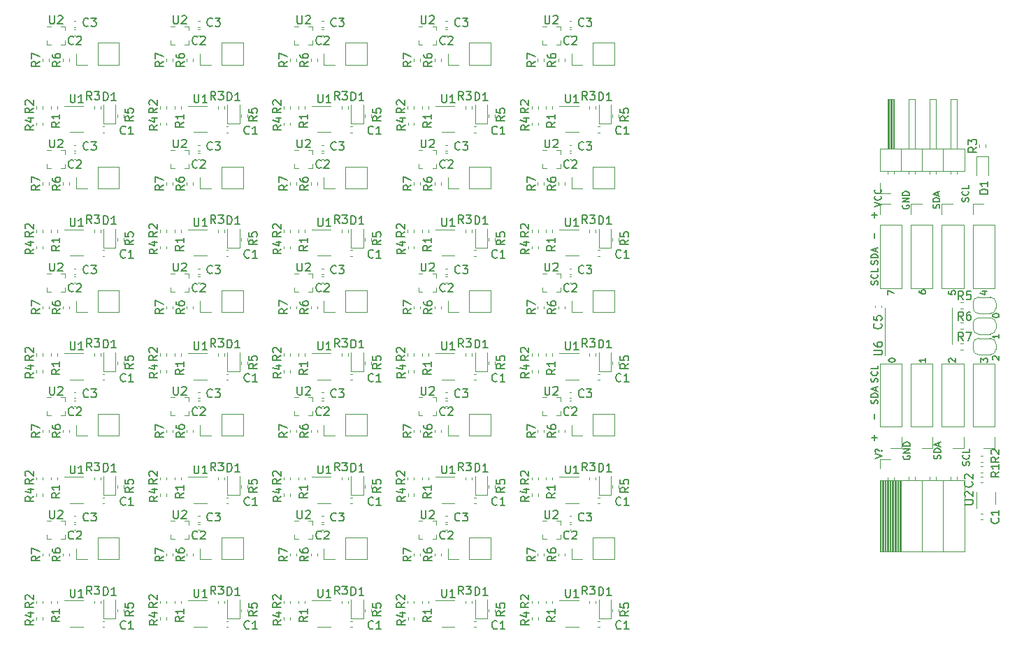
<source format=gbr>
%TF.GenerationSoftware,KiCad,Pcbnew,7.0.1*%
%TF.CreationDate,2025-01-23T23:42:59-05:00*%
%TF.ProjectId,Combined_Stencil2,436f6d62-696e-4656-945f-5374656e6369,rev?*%
%TF.SameCoordinates,Original*%
%TF.FileFunction,Legend,Top*%
%TF.FilePolarity,Positive*%
%FSLAX46Y46*%
G04 Gerber Fmt 4.6, Leading zero omitted, Abs format (unit mm)*
G04 Created by KiCad (PCBNEW 7.0.1) date 2025-01-23 23:42:59*
%MOMM*%
%LPD*%
G01*
G04 APERTURE LIST*
%ADD10C,0.150000*%
%ADD11C,0.120000*%
G04 APERTURE END LIST*
D10*
X132500095Y-84309523D02*
X133300095Y-84042856D01*
X133300095Y-84042856D02*
X132500095Y-83776190D01*
X133223904Y-83395238D02*
X133262000Y-83357142D01*
X133262000Y-83357142D02*
X133300095Y-83395238D01*
X133300095Y-83395238D02*
X133262000Y-83433333D01*
X133262000Y-83433333D02*
X133223904Y-83395238D01*
X133223904Y-83395238D02*
X133300095Y-83395238D01*
X132538190Y-83547619D02*
X132500095Y-83471428D01*
X132500095Y-83471428D02*
X132500095Y-83280952D01*
X132500095Y-83280952D02*
X132538190Y-83204761D01*
X132538190Y-83204761D02*
X132614380Y-83166666D01*
X132614380Y-83166666D02*
X132690571Y-83166666D01*
X132690571Y-83166666D02*
X132766761Y-83204761D01*
X132766761Y-83204761D02*
X132804857Y-83242857D01*
X132804857Y-83242857D02*
X132842952Y-83319047D01*
X132842952Y-83319047D02*
X132881047Y-83357142D01*
X132881047Y-83357142D02*
X132957238Y-83395238D01*
X132957238Y-83395238D02*
X132995333Y-83395238D01*
X134000095Y-64466666D02*
X134000095Y-63933332D01*
X134000095Y-63933332D02*
X134800095Y-64276190D01*
X132395333Y-57604761D02*
X132395333Y-56995238D01*
X140362000Y-84371428D02*
X140400095Y-84257142D01*
X140400095Y-84257142D02*
X140400095Y-84066666D01*
X140400095Y-84066666D02*
X140362000Y-83990475D01*
X140362000Y-83990475D02*
X140323904Y-83952380D01*
X140323904Y-83952380D02*
X140247714Y-83914285D01*
X140247714Y-83914285D02*
X140171523Y-83914285D01*
X140171523Y-83914285D02*
X140095333Y-83952380D01*
X140095333Y-83952380D02*
X140057238Y-83990475D01*
X140057238Y-83990475D02*
X140019142Y-84066666D01*
X140019142Y-84066666D02*
X139981047Y-84219047D01*
X139981047Y-84219047D02*
X139942952Y-84295237D01*
X139942952Y-84295237D02*
X139904857Y-84333332D01*
X139904857Y-84333332D02*
X139828666Y-84371428D01*
X139828666Y-84371428D02*
X139752476Y-84371428D01*
X139752476Y-84371428D02*
X139676285Y-84333332D01*
X139676285Y-84333332D02*
X139638190Y-84295237D01*
X139638190Y-84295237D02*
X139600095Y-84219047D01*
X139600095Y-84219047D02*
X139600095Y-84028570D01*
X139600095Y-84028570D02*
X139638190Y-83914285D01*
X140400095Y-83571427D02*
X139600095Y-83571427D01*
X139600095Y-83571427D02*
X139600095Y-83380951D01*
X139600095Y-83380951D02*
X139638190Y-83266665D01*
X139638190Y-83266665D02*
X139714380Y-83190475D01*
X139714380Y-83190475D02*
X139790571Y-83152380D01*
X139790571Y-83152380D02*
X139942952Y-83114284D01*
X139942952Y-83114284D02*
X140057238Y-83114284D01*
X140057238Y-83114284D02*
X140209619Y-83152380D01*
X140209619Y-83152380D02*
X140285809Y-83190475D01*
X140285809Y-83190475D02*
X140362000Y-83266665D01*
X140362000Y-83266665D02*
X140400095Y-83380951D01*
X140400095Y-83380951D02*
X140400095Y-83571427D01*
X140171523Y-82809523D02*
X140171523Y-82428570D01*
X140400095Y-82885713D02*
X139600095Y-82619046D01*
X139600095Y-82619046D02*
X140400095Y-82352380D01*
X147500095Y-69271428D02*
X147500095Y-69728571D01*
X147500095Y-69499999D02*
X146700095Y-69499999D01*
X146700095Y-69499999D02*
X146814380Y-69576190D01*
X146814380Y-69576190D02*
X146890571Y-69652380D01*
X146890571Y-69652380D02*
X146928666Y-69728571D01*
X137800095Y-63947618D02*
X137800095Y-64099999D01*
X137800095Y-64099999D02*
X137838190Y-64176190D01*
X137838190Y-64176190D02*
X137876285Y-64214285D01*
X137876285Y-64214285D02*
X137990571Y-64290475D01*
X137990571Y-64290475D02*
X138142952Y-64328571D01*
X138142952Y-64328571D02*
X138447714Y-64328571D01*
X138447714Y-64328571D02*
X138523904Y-64290475D01*
X138523904Y-64290475D02*
X138562000Y-64252380D01*
X138562000Y-64252380D02*
X138600095Y-64176190D01*
X138600095Y-64176190D02*
X138600095Y-64023809D01*
X138600095Y-64023809D02*
X138562000Y-63947618D01*
X138562000Y-63947618D02*
X138523904Y-63909523D01*
X138523904Y-63909523D02*
X138447714Y-63871428D01*
X138447714Y-63871428D02*
X138257238Y-63871428D01*
X138257238Y-63871428D02*
X138181047Y-63909523D01*
X138181047Y-63909523D02*
X138142952Y-63947618D01*
X138142952Y-63947618D02*
X138104857Y-64023809D01*
X138104857Y-64023809D02*
X138104857Y-64176190D01*
X138104857Y-64176190D02*
X138142952Y-64252380D01*
X138142952Y-64252380D02*
X138181047Y-64290475D01*
X138181047Y-64290475D02*
X138257238Y-64328571D01*
X143762000Y-53152381D02*
X143800095Y-53038095D01*
X143800095Y-53038095D02*
X143800095Y-52847619D01*
X143800095Y-52847619D02*
X143762000Y-52771428D01*
X143762000Y-52771428D02*
X143723904Y-52733333D01*
X143723904Y-52733333D02*
X143647714Y-52695238D01*
X143647714Y-52695238D02*
X143571523Y-52695238D01*
X143571523Y-52695238D02*
X143495333Y-52733333D01*
X143495333Y-52733333D02*
X143457238Y-52771428D01*
X143457238Y-52771428D02*
X143419142Y-52847619D01*
X143419142Y-52847619D02*
X143381047Y-53000000D01*
X143381047Y-53000000D02*
X143342952Y-53076190D01*
X143342952Y-53076190D02*
X143304857Y-53114285D01*
X143304857Y-53114285D02*
X143228666Y-53152381D01*
X143228666Y-53152381D02*
X143152476Y-53152381D01*
X143152476Y-53152381D02*
X143076285Y-53114285D01*
X143076285Y-53114285D02*
X143038190Y-53076190D01*
X143038190Y-53076190D02*
X143000095Y-53000000D01*
X143000095Y-53000000D02*
X143000095Y-52809523D01*
X143000095Y-52809523D02*
X143038190Y-52695238D01*
X143723904Y-51895237D02*
X143762000Y-51933333D01*
X143762000Y-51933333D02*
X143800095Y-52047618D01*
X143800095Y-52047618D02*
X143800095Y-52123809D01*
X143800095Y-52123809D02*
X143762000Y-52238095D01*
X143762000Y-52238095D02*
X143685809Y-52314285D01*
X143685809Y-52314285D02*
X143609619Y-52352380D01*
X143609619Y-52352380D02*
X143457238Y-52390476D01*
X143457238Y-52390476D02*
X143342952Y-52390476D01*
X143342952Y-52390476D02*
X143190571Y-52352380D01*
X143190571Y-52352380D02*
X143114380Y-52314285D01*
X143114380Y-52314285D02*
X143038190Y-52238095D01*
X143038190Y-52238095D02*
X143000095Y-52123809D01*
X143000095Y-52123809D02*
X143000095Y-52047618D01*
X143000095Y-52047618D02*
X143038190Y-51933333D01*
X143038190Y-51933333D02*
X143076285Y-51895237D01*
X143800095Y-51171428D02*
X143800095Y-51552380D01*
X143800095Y-51552380D02*
X143000095Y-51552380D01*
X132762000Y-60771428D02*
X132800095Y-60657142D01*
X132800095Y-60657142D02*
X132800095Y-60466666D01*
X132800095Y-60466666D02*
X132762000Y-60390475D01*
X132762000Y-60390475D02*
X132723904Y-60352380D01*
X132723904Y-60352380D02*
X132647714Y-60314285D01*
X132647714Y-60314285D02*
X132571523Y-60314285D01*
X132571523Y-60314285D02*
X132495333Y-60352380D01*
X132495333Y-60352380D02*
X132457238Y-60390475D01*
X132457238Y-60390475D02*
X132419142Y-60466666D01*
X132419142Y-60466666D02*
X132381047Y-60619047D01*
X132381047Y-60619047D02*
X132342952Y-60695237D01*
X132342952Y-60695237D02*
X132304857Y-60733332D01*
X132304857Y-60733332D02*
X132228666Y-60771428D01*
X132228666Y-60771428D02*
X132152476Y-60771428D01*
X132152476Y-60771428D02*
X132076285Y-60733332D01*
X132076285Y-60733332D02*
X132038190Y-60695237D01*
X132038190Y-60695237D02*
X132000095Y-60619047D01*
X132000095Y-60619047D02*
X132000095Y-60428570D01*
X132000095Y-60428570D02*
X132038190Y-60314285D01*
X132800095Y-59971427D02*
X132000095Y-59971427D01*
X132000095Y-59971427D02*
X132000095Y-59780951D01*
X132000095Y-59780951D02*
X132038190Y-59666665D01*
X132038190Y-59666665D02*
X132114380Y-59590475D01*
X132114380Y-59590475D02*
X132190571Y-59552380D01*
X132190571Y-59552380D02*
X132342952Y-59514284D01*
X132342952Y-59514284D02*
X132457238Y-59514284D01*
X132457238Y-59514284D02*
X132609619Y-59552380D01*
X132609619Y-59552380D02*
X132685809Y-59590475D01*
X132685809Y-59590475D02*
X132762000Y-59666665D01*
X132762000Y-59666665D02*
X132800095Y-59780951D01*
X132800095Y-59780951D02*
X132800095Y-59971427D01*
X132571523Y-59209523D02*
X132571523Y-58828570D01*
X132800095Y-59285713D02*
X132000095Y-59019046D01*
X132000095Y-59019046D02*
X132800095Y-58752380D01*
X146700095Y-67038094D02*
X146700095Y-66961904D01*
X146700095Y-66961904D02*
X146738190Y-66885713D01*
X146738190Y-66885713D02*
X146776285Y-66847618D01*
X146776285Y-66847618D02*
X146852476Y-66809523D01*
X146852476Y-66809523D02*
X147004857Y-66771428D01*
X147004857Y-66771428D02*
X147195333Y-66771428D01*
X147195333Y-66771428D02*
X147347714Y-66809523D01*
X147347714Y-66809523D02*
X147423904Y-66847618D01*
X147423904Y-66847618D02*
X147462000Y-66885713D01*
X147462000Y-66885713D02*
X147500095Y-66961904D01*
X147500095Y-66961904D02*
X147500095Y-67038094D01*
X147500095Y-67038094D02*
X147462000Y-67114285D01*
X147462000Y-67114285D02*
X147423904Y-67152380D01*
X147423904Y-67152380D02*
X147347714Y-67190475D01*
X147347714Y-67190475D02*
X147195333Y-67228571D01*
X147195333Y-67228571D02*
X147004857Y-67228571D01*
X147004857Y-67228571D02*
X146852476Y-67190475D01*
X146852476Y-67190475D02*
X146776285Y-67152380D01*
X146776285Y-67152380D02*
X146738190Y-67114285D01*
X146738190Y-67114285D02*
X146700095Y-67038094D01*
X146776285Y-72328571D02*
X146738190Y-72290475D01*
X146738190Y-72290475D02*
X146700095Y-72214285D01*
X146700095Y-72214285D02*
X146700095Y-72023809D01*
X146700095Y-72023809D02*
X146738190Y-71947618D01*
X146738190Y-71947618D02*
X146776285Y-71909523D01*
X146776285Y-71909523D02*
X146852476Y-71871428D01*
X146852476Y-71871428D02*
X146928666Y-71871428D01*
X146928666Y-71871428D02*
X147042952Y-71909523D01*
X147042952Y-71909523D02*
X147500095Y-72366666D01*
X147500095Y-72366666D02*
X147500095Y-71871428D01*
X132762000Y-75052381D02*
X132800095Y-74938095D01*
X132800095Y-74938095D02*
X132800095Y-74747619D01*
X132800095Y-74747619D02*
X132762000Y-74671428D01*
X132762000Y-74671428D02*
X132723904Y-74633333D01*
X132723904Y-74633333D02*
X132647714Y-74595238D01*
X132647714Y-74595238D02*
X132571523Y-74595238D01*
X132571523Y-74595238D02*
X132495333Y-74633333D01*
X132495333Y-74633333D02*
X132457238Y-74671428D01*
X132457238Y-74671428D02*
X132419142Y-74747619D01*
X132419142Y-74747619D02*
X132381047Y-74900000D01*
X132381047Y-74900000D02*
X132342952Y-74976190D01*
X132342952Y-74976190D02*
X132304857Y-75014285D01*
X132304857Y-75014285D02*
X132228666Y-75052381D01*
X132228666Y-75052381D02*
X132152476Y-75052381D01*
X132152476Y-75052381D02*
X132076285Y-75014285D01*
X132076285Y-75014285D02*
X132038190Y-74976190D01*
X132038190Y-74976190D02*
X132000095Y-74900000D01*
X132000095Y-74900000D02*
X132000095Y-74709523D01*
X132000095Y-74709523D02*
X132038190Y-74595238D01*
X132723904Y-73795237D02*
X132762000Y-73833333D01*
X132762000Y-73833333D02*
X132800095Y-73947618D01*
X132800095Y-73947618D02*
X132800095Y-74023809D01*
X132800095Y-74023809D02*
X132762000Y-74138095D01*
X132762000Y-74138095D02*
X132685809Y-74214285D01*
X132685809Y-74214285D02*
X132609619Y-74252380D01*
X132609619Y-74252380D02*
X132457238Y-74290476D01*
X132457238Y-74290476D02*
X132342952Y-74290476D01*
X132342952Y-74290476D02*
X132190571Y-74252380D01*
X132190571Y-74252380D02*
X132114380Y-74214285D01*
X132114380Y-74214285D02*
X132038190Y-74138095D01*
X132038190Y-74138095D02*
X132000095Y-74023809D01*
X132000095Y-74023809D02*
X132000095Y-73947618D01*
X132000095Y-73947618D02*
X132038190Y-73833333D01*
X132038190Y-73833333D02*
X132076285Y-73795237D01*
X132800095Y-73071428D02*
X132800095Y-73452380D01*
X132800095Y-73452380D02*
X132000095Y-73452380D01*
X140262000Y-53971428D02*
X140300095Y-53857142D01*
X140300095Y-53857142D02*
X140300095Y-53666666D01*
X140300095Y-53666666D02*
X140262000Y-53590475D01*
X140262000Y-53590475D02*
X140223904Y-53552380D01*
X140223904Y-53552380D02*
X140147714Y-53514285D01*
X140147714Y-53514285D02*
X140071523Y-53514285D01*
X140071523Y-53514285D02*
X139995333Y-53552380D01*
X139995333Y-53552380D02*
X139957238Y-53590475D01*
X139957238Y-53590475D02*
X139919142Y-53666666D01*
X139919142Y-53666666D02*
X139881047Y-53819047D01*
X139881047Y-53819047D02*
X139842952Y-53895237D01*
X139842952Y-53895237D02*
X139804857Y-53933332D01*
X139804857Y-53933332D02*
X139728666Y-53971428D01*
X139728666Y-53971428D02*
X139652476Y-53971428D01*
X139652476Y-53971428D02*
X139576285Y-53933332D01*
X139576285Y-53933332D02*
X139538190Y-53895237D01*
X139538190Y-53895237D02*
X139500095Y-53819047D01*
X139500095Y-53819047D02*
X139500095Y-53628570D01*
X139500095Y-53628570D02*
X139538190Y-53514285D01*
X140300095Y-53171427D02*
X139500095Y-53171427D01*
X139500095Y-53171427D02*
X139500095Y-52980951D01*
X139500095Y-52980951D02*
X139538190Y-52866665D01*
X139538190Y-52866665D02*
X139614380Y-52790475D01*
X139614380Y-52790475D02*
X139690571Y-52752380D01*
X139690571Y-52752380D02*
X139842952Y-52714284D01*
X139842952Y-52714284D02*
X139957238Y-52714284D01*
X139957238Y-52714284D02*
X140109619Y-52752380D01*
X140109619Y-52752380D02*
X140185809Y-52790475D01*
X140185809Y-52790475D02*
X140262000Y-52866665D01*
X140262000Y-52866665D02*
X140300095Y-52980951D01*
X140300095Y-52980951D02*
X140300095Y-53171427D01*
X140071523Y-52409523D02*
X140071523Y-52028570D01*
X140300095Y-52485713D02*
X139500095Y-52219046D01*
X139500095Y-52219046D02*
X140300095Y-51952380D01*
X135838190Y-53609523D02*
X135800095Y-53685713D01*
X135800095Y-53685713D02*
X135800095Y-53799999D01*
X135800095Y-53799999D02*
X135838190Y-53914285D01*
X135838190Y-53914285D02*
X135914380Y-53990475D01*
X135914380Y-53990475D02*
X135990571Y-54028570D01*
X135990571Y-54028570D02*
X136142952Y-54066666D01*
X136142952Y-54066666D02*
X136257238Y-54066666D01*
X136257238Y-54066666D02*
X136409619Y-54028570D01*
X136409619Y-54028570D02*
X136485809Y-53990475D01*
X136485809Y-53990475D02*
X136562000Y-53914285D01*
X136562000Y-53914285D02*
X136600095Y-53799999D01*
X136600095Y-53799999D02*
X136600095Y-53723808D01*
X136600095Y-53723808D02*
X136562000Y-53609523D01*
X136562000Y-53609523D02*
X136523904Y-53571427D01*
X136523904Y-53571427D02*
X136257238Y-53571427D01*
X136257238Y-53571427D02*
X136257238Y-53723808D01*
X136600095Y-53228570D02*
X135800095Y-53228570D01*
X135800095Y-53228570D02*
X136600095Y-52771427D01*
X136600095Y-52771427D02*
X135800095Y-52771427D01*
X136600095Y-52390475D02*
X135800095Y-52390475D01*
X135800095Y-52390475D02*
X135800095Y-52199999D01*
X135800095Y-52199999D02*
X135838190Y-52085713D01*
X135838190Y-52085713D02*
X135914380Y-52009523D01*
X135914380Y-52009523D02*
X135990571Y-51971428D01*
X135990571Y-51971428D02*
X136142952Y-51933332D01*
X136142952Y-51933332D02*
X136257238Y-51933332D01*
X136257238Y-51933332D02*
X136409619Y-51971428D01*
X136409619Y-51971428D02*
X136485809Y-52009523D01*
X136485809Y-52009523D02*
X136562000Y-52085713D01*
X136562000Y-52085713D02*
X136600095Y-52199999D01*
X136600095Y-52199999D02*
X136600095Y-52390475D01*
X134100095Y-72438094D02*
X134100095Y-72361904D01*
X134100095Y-72361904D02*
X134138190Y-72285713D01*
X134138190Y-72285713D02*
X134176285Y-72247618D01*
X134176285Y-72247618D02*
X134252476Y-72209523D01*
X134252476Y-72209523D02*
X134404857Y-72171428D01*
X134404857Y-72171428D02*
X134595333Y-72171428D01*
X134595333Y-72171428D02*
X134747714Y-72209523D01*
X134747714Y-72209523D02*
X134823904Y-72247618D01*
X134823904Y-72247618D02*
X134862000Y-72285713D01*
X134862000Y-72285713D02*
X134900095Y-72361904D01*
X134900095Y-72361904D02*
X134900095Y-72438094D01*
X134900095Y-72438094D02*
X134862000Y-72514285D01*
X134862000Y-72514285D02*
X134823904Y-72552380D01*
X134823904Y-72552380D02*
X134747714Y-72590475D01*
X134747714Y-72590475D02*
X134595333Y-72628571D01*
X134595333Y-72628571D02*
X134404857Y-72628571D01*
X134404857Y-72628571D02*
X134252476Y-72590475D01*
X134252476Y-72590475D02*
X134176285Y-72552380D01*
X134176285Y-72552380D02*
X134138190Y-72514285D01*
X134138190Y-72514285D02*
X134100095Y-72438094D01*
X132395333Y-82104761D02*
X132395333Y-81495238D01*
X132700095Y-81799999D02*
X132090571Y-81799999D01*
X132400095Y-53766666D02*
X133200095Y-53499999D01*
X133200095Y-53499999D02*
X132400095Y-53233333D01*
X133123904Y-52509523D02*
X133162000Y-52547619D01*
X133162000Y-52547619D02*
X133200095Y-52661904D01*
X133200095Y-52661904D02*
X133200095Y-52738095D01*
X133200095Y-52738095D02*
X133162000Y-52852381D01*
X133162000Y-52852381D02*
X133085809Y-52928571D01*
X133085809Y-52928571D02*
X133009619Y-52966666D01*
X133009619Y-52966666D02*
X132857238Y-53004762D01*
X132857238Y-53004762D02*
X132742952Y-53004762D01*
X132742952Y-53004762D02*
X132590571Y-52966666D01*
X132590571Y-52966666D02*
X132514380Y-52928571D01*
X132514380Y-52928571D02*
X132438190Y-52852381D01*
X132438190Y-52852381D02*
X132400095Y-52738095D01*
X132400095Y-52738095D02*
X132400095Y-52661904D01*
X132400095Y-52661904D02*
X132438190Y-52547619D01*
X132438190Y-52547619D02*
X132476285Y-52509523D01*
X133123904Y-51709523D02*
X133162000Y-51747619D01*
X133162000Y-51747619D02*
X133200095Y-51861904D01*
X133200095Y-51861904D02*
X133200095Y-51938095D01*
X133200095Y-51938095D02*
X133162000Y-52052381D01*
X133162000Y-52052381D02*
X133085809Y-52128571D01*
X133085809Y-52128571D02*
X133009619Y-52166666D01*
X133009619Y-52166666D02*
X132857238Y-52204762D01*
X132857238Y-52204762D02*
X132742952Y-52204762D01*
X132742952Y-52204762D02*
X132590571Y-52166666D01*
X132590571Y-52166666D02*
X132514380Y-52128571D01*
X132514380Y-52128571D02*
X132438190Y-52052381D01*
X132438190Y-52052381D02*
X132400095Y-51938095D01*
X132400095Y-51938095D02*
X132400095Y-51861904D01*
X132400095Y-51861904D02*
X132438190Y-51747619D01*
X132438190Y-51747619D02*
X132476285Y-51709523D01*
X138600095Y-72171428D02*
X138600095Y-72628571D01*
X138600095Y-72399999D02*
X137800095Y-72399999D01*
X137800095Y-72399999D02*
X137914380Y-72476190D01*
X137914380Y-72476190D02*
X137990571Y-72552380D01*
X137990571Y-72552380D02*
X138028666Y-72628571D01*
X132762000Y-77671428D02*
X132800095Y-77557142D01*
X132800095Y-77557142D02*
X132800095Y-77366666D01*
X132800095Y-77366666D02*
X132762000Y-77290475D01*
X132762000Y-77290475D02*
X132723904Y-77252380D01*
X132723904Y-77252380D02*
X132647714Y-77214285D01*
X132647714Y-77214285D02*
X132571523Y-77214285D01*
X132571523Y-77214285D02*
X132495333Y-77252380D01*
X132495333Y-77252380D02*
X132457238Y-77290475D01*
X132457238Y-77290475D02*
X132419142Y-77366666D01*
X132419142Y-77366666D02*
X132381047Y-77519047D01*
X132381047Y-77519047D02*
X132342952Y-77595237D01*
X132342952Y-77595237D02*
X132304857Y-77633332D01*
X132304857Y-77633332D02*
X132228666Y-77671428D01*
X132228666Y-77671428D02*
X132152476Y-77671428D01*
X132152476Y-77671428D02*
X132076285Y-77633332D01*
X132076285Y-77633332D02*
X132038190Y-77595237D01*
X132038190Y-77595237D02*
X132000095Y-77519047D01*
X132000095Y-77519047D02*
X132000095Y-77328570D01*
X132000095Y-77328570D02*
X132038190Y-77214285D01*
X132800095Y-76871427D02*
X132000095Y-76871427D01*
X132000095Y-76871427D02*
X132000095Y-76680951D01*
X132000095Y-76680951D02*
X132038190Y-76566665D01*
X132038190Y-76566665D02*
X132114380Y-76490475D01*
X132114380Y-76490475D02*
X132190571Y-76452380D01*
X132190571Y-76452380D02*
X132342952Y-76414284D01*
X132342952Y-76414284D02*
X132457238Y-76414284D01*
X132457238Y-76414284D02*
X132609619Y-76452380D01*
X132609619Y-76452380D02*
X132685809Y-76490475D01*
X132685809Y-76490475D02*
X132762000Y-76566665D01*
X132762000Y-76566665D02*
X132800095Y-76680951D01*
X132800095Y-76680951D02*
X132800095Y-76871427D01*
X132571523Y-76109523D02*
X132571523Y-75728570D01*
X132800095Y-76185713D02*
X132000095Y-75919046D01*
X132000095Y-75919046D02*
X132800095Y-75652380D01*
X132395333Y-55104761D02*
X132395333Y-54495238D01*
X132700095Y-54799999D02*
X132090571Y-54799999D01*
X135938190Y-84009523D02*
X135900095Y-84085713D01*
X135900095Y-84085713D02*
X135900095Y-84199999D01*
X135900095Y-84199999D02*
X135938190Y-84314285D01*
X135938190Y-84314285D02*
X136014380Y-84390475D01*
X136014380Y-84390475D02*
X136090571Y-84428570D01*
X136090571Y-84428570D02*
X136242952Y-84466666D01*
X136242952Y-84466666D02*
X136357238Y-84466666D01*
X136357238Y-84466666D02*
X136509619Y-84428570D01*
X136509619Y-84428570D02*
X136585809Y-84390475D01*
X136585809Y-84390475D02*
X136662000Y-84314285D01*
X136662000Y-84314285D02*
X136700095Y-84199999D01*
X136700095Y-84199999D02*
X136700095Y-84123808D01*
X136700095Y-84123808D02*
X136662000Y-84009523D01*
X136662000Y-84009523D02*
X136623904Y-83971427D01*
X136623904Y-83971427D02*
X136357238Y-83971427D01*
X136357238Y-83971427D02*
X136357238Y-84123808D01*
X136700095Y-83628570D02*
X135900095Y-83628570D01*
X135900095Y-83628570D02*
X136700095Y-83171427D01*
X136700095Y-83171427D02*
X135900095Y-83171427D01*
X136700095Y-82790475D02*
X135900095Y-82790475D01*
X135900095Y-82790475D02*
X135900095Y-82599999D01*
X135900095Y-82599999D02*
X135938190Y-82485713D01*
X135938190Y-82485713D02*
X136014380Y-82409523D01*
X136014380Y-82409523D02*
X136090571Y-82371428D01*
X136090571Y-82371428D02*
X136242952Y-82333332D01*
X136242952Y-82333332D02*
X136357238Y-82333332D01*
X136357238Y-82333332D02*
X136509619Y-82371428D01*
X136509619Y-82371428D02*
X136585809Y-82409523D01*
X136585809Y-82409523D02*
X136662000Y-82485713D01*
X136662000Y-82485713D02*
X136700095Y-82599999D01*
X136700095Y-82599999D02*
X136700095Y-82790475D01*
X141476285Y-72628571D02*
X141438190Y-72590475D01*
X141438190Y-72590475D02*
X141400095Y-72514285D01*
X141400095Y-72514285D02*
X141400095Y-72323809D01*
X141400095Y-72323809D02*
X141438190Y-72247618D01*
X141438190Y-72247618D02*
X141476285Y-72209523D01*
X141476285Y-72209523D02*
X141552476Y-72171428D01*
X141552476Y-72171428D02*
X141628666Y-72171428D01*
X141628666Y-72171428D02*
X141742952Y-72209523D01*
X141742952Y-72209523D02*
X142200095Y-72666666D01*
X142200095Y-72666666D02*
X142200095Y-72171428D01*
X143862000Y-85152381D02*
X143900095Y-85038095D01*
X143900095Y-85038095D02*
X143900095Y-84847619D01*
X143900095Y-84847619D02*
X143862000Y-84771428D01*
X143862000Y-84771428D02*
X143823904Y-84733333D01*
X143823904Y-84733333D02*
X143747714Y-84695238D01*
X143747714Y-84695238D02*
X143671523Y-84695238D01*
X143671523Y-84695238D02*
X143595333Y-84733333D01*
X143595333Y-84733333D02*
X143557238Y-84771428D01*
X143557238Y-84771428D02*
X143519142Y-84847619D01*
X143519142Y-84847619D02*
X143481047Y-85000000D01*
X143481047Y-85000000D02*
X143442952Y-85076190D01*
X143442952Y-85076190D02*
X143404857Y-85114285D01*
X143404857Y-85114285D02*
X143328666Y-85152381D01*
X143328666Y-85152381D02*
X143252476Y-85152381D01*
X143252476Y-85152381D02*
X143176285Y-85114285D01*
X143176285Y-85114285D02*
X143138190Y-85076190D01*
X143138190Y-85076190D02*
X143100095Y-85000000D01*
X143100095Y-85000000D02*
X143100095Y-84809523D01*
X143100095Y-84809523D02*
X143138190Y-84695238D01*
X143823904Y-83895237D02*
X143862000Y-83933333D01*
X143862000Y-83933333D02*
X143900095Y-84047618D01*
X143900095Y-84047618D02*
X143900095Y-84123809D01*
X143900095Y-84123809D02*
X143862000Y-84238095D01*
X143862000Y-84238095D02*
X143785809Y-84314285D01*
X143785809Y-84314285D02*
X143709619Y-84352380D01*
X143709619Y-84352380D02*
X143557238Y-84390476D01*
X143557238Y-84390476D02*
X143442952Y-84390476D01*
X143442952Y-84390476D02*
X143290571Y-84352380D01*
X143290571Y-84352380D02*
X143214380Y-84314285D01*
X143214380Y-84314285D02*
X143138190Y-84238095D01*
X143138190Y-84238095D02*
X143100095Y-84123809D01*
X143100095Y-84123809D02*
X143100095Y-84047618D01*
X143100095Y-84047618D02*
X143138190Y-83933333D01*
X143138190Y-83933333D02*
X143176285Y-83895237D01*
X143900095Y-83171428D02*
X143900095Y-83552380D01*
X143900095Y-83552380D02*
X143100095Y-83552380D01*
X132762000Y-63252381D02*
X132800095Y-63138095D01*
X132800095Y-63138095D02*
X132800095Y-62947619D01*
X132800095Y-62947619D02*
X132762000Y-62871428D01*
X132762000Y-62871428D02*
X132723904Y-62833333D01*
X132723904Y-62833333D02*
X132647714Y-62795238D01*
X132647714Y-62795238D02*
X132571523Y-62795238D01*
X132571523Y-62795238D02*
X132495333Y-62833333D01*
X132495333Y-62833333D02*
X132457238Y-62871428D01*
X132457238Y-62871428D02*
X132419142Y-62947619D01*
X132419142Y-62947619D02*
X132381047Y-63100000D01*
X132381047Y-63100000D02*
X132342952Y-63176190D01*
X132342952Y-63176190D02*
X132304857Y-63214285D01*
X132304857Y-63214285D02*
X132228666Y-63252381D01*
X132228666Y-63252381D02*
X132152476Y-63252381D01*
X132152476Y-63252381D02*
X132076285Y-63214285D01*
X132076285Y-63214285D02*
X132038190Y-63176190D01*
X132038190Y-63176190D02*
X132000095Y-63100000D01*
X132000095Y-63100000D02*
X132000095Y-62909523D01*
X132000095Y-62909523D02*
X132038190Y-62795238D01*
X132723904Y-61995237D02*
X132762000Y-62033333D01*
X132762000Y-62033333D02*
X132800095Y-62147618D01*
X132800095Y-62147618D02*
X132800095Y-62223809D01*
X132800095Y-62223809D02*
X132762000Y-62338095D01*
X132762000Y-62338095D02*
X132685809Y-62414285D01*
X132685809Y-62414285D02*
X132609619Y-62452380D01*
X132609619Y-62452380D02*
X132457238Y-62490476D01*
X132457238Y-62490476D02*
X132342952Y-62490476D01*
X132342952Y-62490476D02*
X132190571Y-62452380D01*
X132190571Y-62452380D02*
X132114380Y-62414285D01*
X132114380Y-62414285D02*
X132038190Y-62338095D01*
X132038190Y-62338095D02*
X132000095Y-62223809D01*
X132000095Y-62223809D02*
X132000095Y-62147618D01*
X132000095Y-62147618D02*
X132038190Y-62033333D01*
X132038190Y-62033333D02*
X132076285Y-61995237D01*
X132800095Y-61271428D02*
X132800095Y-61652380D01*
X132800095Y-61652380D02*
X132000095Y-61652380D01*
X145466761Y-64047618D02*
X146000095Y-64047618D01*
X145162000Y-64238094D02*
X145733428Y-64428571D01*
X145733428Y-64428571D02*
X145733428Y-63933332D01*
X141400095Y-64009523D02*
X141400095Y-64390475D01*
X141400095Y-64390475D02*
X141781047Y-64428571D01*
X141781047Y-64428571D02*
X141742952Y-64390475D01*
X141742952Y-64390475D02*
X141704857Y-64314285D01*
X141704857Y-64314285D02*
X141704857Y-64123809D01*
X141704857Y-64123809D02*
X141742952Y-64047618D01*
X141742952Y-64047618D02*
X141781047Y-64009523D01*
X141781047Y-64009523D02*
X141857238Y-63971428D01*
X141857238Y-63971428D02*
X142047714Y-63971428D01*
X142047714Y-63971428D02*
X142123904Y-64009523D01*
X142123904Y-64009523D02*
X142162000Y-64047618D01*
X142162000Y-64047618D02*
X142200095Y-64123809D01*
X142200095Y-64123809D02*
X142200095Y-64314285D01*
X142200095Y-64314285D02*
X142162000Y-64390475D01*
X142162000Y-64390475D02*
X142123904Y-64428571D01*
X145300095Y-72666666D02*
X145300095Y-72171428D01*
X145300095Y-72171428D02*
X145604857Y-72438094D01*
X145604857Y-72438094D02*
X145604857Y-72323809D01*
X145604857Y-72323809D02*
X145642952Y-72247618D01*
X145642952Y-72247618D02*
X145681047Y-72209523D01*
X145681047Y-72209523D02*
X145757238Y-72171428D01*
X145757238Y-72171428D02*
X145947714Y-72171428D01*
X145947714Y-72171428D02*
X146023904Y-72209523D01*
X146023904Y-72209523D02*
X146062000Y-72247618D01*
X146062000Y-72247618D02*
X146100095Y-72323809D01*
X146100095Y-72323809D02*
X146100095Y-72552380D01*
X146100095Y-72552380D02*
X146062000Y-72628571D01*
X146062000Y-72628571D02*
X146023904Y-72666666D01*
X132395333Y-79504761D02*
X132395333Y-78895238D01*
%TO.C,R7*%
X143163333Y-70042619D02*
X142830000Y-69566428D01*
X142591905Y-70042619D02*
X142591905Y-69042619D01*
X142591905Y-69042619D02*
X142972857Y-69042619D01*
X142972857Y-69042619D02*
X143068095Y-69090238D01*
X143068095Y-69090238D02*
X143115714Y-69137857D01*
X143115714Y-69137857D02*
X143163333Y-69233095D01*
X143163333Y-69233095D02*
X143163333Y-69375952D01*
X143163333Y-69375952D02*
X143115714Y-69471190D01*
X143115714Y-69471190D02*
X143068095Y-69518809D01*
X143068095Y-69518809D02*
X142972857Y-69566428D01*
X142972857Y-69566428D02*
X142591905Y-69566428D01*
X143496667Y-69042619D02*
X144163333Y-69042619D01*
X144163333Y-69042619D02*
X143734762Y-70042619D01*
%TO.C,R6*%
X143163333Y-67542619D02*
X142830000Y-67066428D01*
X142591905Y-67542619D02*
X142591905Y-66542619D01*
X142591905Y-66542619D02*
X142972857Y-66542619D01*
X142972857Y-66542619D02*
X143068095Y-66590238D01*
X143068095Y-66590238D02*
X143115714Y-66637857D01*
X143115714Y-66637857D02*
X143163333Y-66733095D01*
X143163333Y-66733095D02*
X143163333Y-66875952D01*
X143163333Y-66875952D02*
X143115714Y-66971190D01*
X143115714Y-66971190D02*
X143068095Y-67018809D01*
X143068095Y-67018809D02*
X142972857Y-67066428D01*
X142972857Y-67066428D02*
X142591905Y-67066428D01*
X144020476Y-66542619D02*
X143830000Y-66542619D01*
X143830000Y-66542619D02*
X143734762Y-66590238D01*
X143734762Y-66590238D02*
X143687143Y-66637857D01*
X143687143Y-66637857D02*
X143591905Y-66780714D01*
X143591905Y-66780714D02*
X143544286Y-66971190D01*
X143544286Y-66971190D02*
X143544286Y-67352142D01*
X143544286Y-67352142D02*
X143591905Y-67447380D01*
X143591905Y-67447380D02*
X143639524Y-67495000D01*
X143639524Y-67495000D02*
X143734762Y-67542619D01*
X143734762Y-67542619D02*
X143925238Y-67542619D01*
X143925238Y-67542619D02*
X144020476Y-67495000D01*
X144020476Y-67495000D02*
X144068095Y-67447380D01*
X144068095Y-67447380D02*
X144115714Y-67352142D01*
X144115714Y-67352142D02*
X144115714Y-67114047D01*
X144115714Y-67114047D02*
X144068095Y-67018809D01*
X144068095Y-67018809D02*
X144020476Y-66971190D01*
X144020476Y-66971190D02*
X143925238Y-66923571D01*
X143925238Y-66923571D02*
X143734762Y-66923571D01*
X143734762Y-66923571D02*
X143639524Y-66971190D01*
X143639524Y-66971190D02*
X143591905Y-67018809D01*
X143591905Y-67018809D02*
X143544286Y-67114047D01*
%TO.C,C2*%
X144197380Y-87166666D02*
X144245000Y-87214285D01*
X144245000Y-87214285D02*
X144292619Y-87357142D01*
X144292619Y-87357142D02*
X144292619Y-87452380D01*
X144292619Y-87452380D02*
X144245000Y-87595237D01*
X144245000Y-87595237D02*
X144149761Y-87690475D01*
X144149761Y-87690475D02*
X144054523Y-87738094D01*
X144054523Y-87738094D02*
X143864047Y-87785713D01*
X143864047Y-87785713D02*
X143721190Y-87785713D01*
X143721190Y-87785713D02*
X143530714Y-87738094D01*
X143530714Y-87738094D02*
X143435476Y-87690475D01*
X143435476Y-87690475D02*
X143340238Y-87595237D01*
X143340238Y-87595237D02*
X143292619Y-87452380D01*
X143292619Y-87452380D02*
X143292619Y-87357142D01*
X143292619Y-87357142D02*
X143340238Y-87214285D01*
X143340238Y-87214285D02*
X143387857Y-87166666D01*
X143387857Y-86785713D02*
X143340238Y-86738094D01*
X143340238Y-86738094D02*
X143292619Y-86642856D01*
X143292619Y-86642856D02*
X143292619Y-86404761D01*
X143292619Y-86404761D02*
X143340238Y-86309523D01*
X143340238Y-86309523D02*
X143387857Y-86261904D01*
X143387857Y-86261904D02*
X143483095Y-86214285D01*
X143483095Y-86214285D02*
X143578333Y-86214285D01*
X143578333Y-86214285D02*
X143721190Y-86261904D01*
X143721190Y-86261904D02*
X144292619Y-86833332D01*
X144292619Y-86833332D02*
X144292619Y-86214285D01*
%TO.C,R1*%
X147492619Y-85966666D02*
X147016428Y-86299999D01*
X147492619Y-86538094D02*
X146492619Y-86538094D01*
X146492619Y-86538094D02*
X146492619Y-86157142D01*
X146492619Y-86157142D02*
X146540238Y-86061904D01*
X146540238Y-86061904D02*
X146587857Y-86014285D01*
X146587857Y-86014285D02*
X146683095Y-85966666D01*
X146683095Y-85966666D02*
X146825952Y-85966666D01*
X146825952Y-85966666D02*
X146921190Y-86014285D01*
X146921190Y-86014285D02*
X146968809Y-86061904D01*
X146968809Y-86061904D02*
X147016428Y-86157142D01*
X147016428Y-86157142D02*
X147016428Y-86538094D01*
X147492619Y-85014285D02*
X147492619Y-85585713D01*
X147492619Y-85299999D02*
X146492619Y-85299999D01*
X146492619Y-85299999D02*
X146635476Y-85395237D01*
X146635476Y-85395237D02*
X146730714Y-85490475D01*
X146730714Y-85490475D02*
X146778333Y-85585713D01*
%TO.C,D1*%
X146142619Y-52238094D02*
X145142619Y-52238094D01*
X145142619Y-52238094D02*
X145142619Y-51999999D01*
X145142619Y-51999999D02*
X145190238Y-51857142D01*
X145190238Y-51857142D02*
X145285476Y-51761904D01*
X145285476Y-51761904D02*
X145380714Y-51714285D01*
X145380714Y-51714285D02*
X145571190Y-51666666D01*
X145571190Y-51666666D02*
X145714047Y-51666666D01*
X145714047Y-51666666D02*
X145904523Y-51714285D01*
X145904523Y-51714285D02*
X145999761Y-51761904D01*
X145999761Y-51761904D02*
X146095000Y-51857142D01*
X146095000Y-51857142D02*
X146142619Y-51999999D01*
X146142619Y-51999999D02*
X146142619Y-52238094D01*
X146142619Y-50714285D02*
X146142619Y-51285713D01*
X146142619Y-50999999D02*
X145142619Y-50999999D01*
X145142619Y-50999999D02*
X145285476Y-51095237D01*
X145285476Y-51095237D02*
X145380714Y-51190475D01*
X145380714Y-51190475D02*
X145428333Y-51285713D01*
%TO.C,U6*%
X132342619Y-71761904D02*
X133152142Y-71761904D01*
X133152142Y-71761904D02*
X133247380Y-71714285D01*
X133247380Y-71714285D02*
X133295000Y-71666666D01*
X133295000Y-71666666D02*
X133342619Y-71571428D01*
X133342619Y-71571428D02*
X133342619Y-71380952D01*
X133342619Y-71380952D02*
X133295000Y-71285714D01*
X133295000Y-71285714D02*
X133247380Y-71238095D01*
X133247380Y-71238095D02*
X133152142Y-71190476D01*
X133152142Y-71190476D02*
X132342619Y-71190476D01*
X132342619Y-70285714D02*
X132342619Y-70476190D01*
X132342619Y-70476190D02*
X132390238Y-70571428D01*
X132390238Y-70571428D02*
X132437857Y-70619047D01*
X132437857Y-70619047D02*
X132580714Y-70714285D01*
X132580714Y-70714285D02*
X132771190Y-70761904D01*
X132771190Y-70761904D02*
X133152142Y-70761904D01*
X133152142Y-70761904D02*
X133247380Y-70714285D01*
X133247380Y-70714285D02*
X133295000Y-70666666D01*
X133295000Y-70666666D02*
X133342619Y-70571428D01*
X133342619Y-70571428D02*
X133342619Y-70380952D01*
X133342619Y-70380952D02*
X133295000Y-70285714D01*
X133295000Y-70285714D02*
X133247380Y-70238095D01*
X133247380Y-70238095D02*
X133152142Y-70190476D01*
X133152142Y-70190476D02*
X132914047Y-70190476D01*
X132914047Y-70190476D02*
X132818809Y-70238095D01*
X132818809Y-70238095D02*
X132771190Y-70285714D01*
X132771190Y-70285714D02*
X132723571Y-70380952D01*
X132723571Y-70380952D02*
X132723571Y-70571428D01*
X132723571Y-70571428D02*
X132771190Y-70666666D01*
X132771190Y-70666666D02*
X132818809Y-70714285D01*
X132818809Y-70714285D02*
X132914047Y-70761904D01*
%TO.C,C1*%
X147397380Y-91566666D02*
X147445000Y-91614285D01*
X147445000Y-91614285D02*
X147492619Y-91757142D01*
X147492619Y-91757142D02*
X147492619Y-91852380D01*
X147492619Y-91852380D02*
X147445000Y-91995237D01*
X147445000Y-91995237D02*
X147349761Y-92090475D01*
X147349761Y-92090475D02*
X147254523Y-92138094D01*
X147254523Y-92138094D02*
X147064047Y-92185713D01*
X147064047Y-92185713D02*
X146921190Y-92185713D01*
X146921190Y-92185713D02*
X146730714Y-92138094D01*
X146730714Y-92138094D02*
X146635476Y-92090475D01*
X146635476Y-92090475D02*
X146540238Y-91995237D01*
X146540238Y-91995237D02*
X146492619Y-91852380D01*
X146492619Y-91852380D02*
X146492619Y-91757142D01*
X146492619Y-91757142D02*
X146540238Y-91614285D01*
X146540238Y-91614285D02*
X146587857Y-91566666D01*
X147492619Y-90614285D02*
X147492619Y-91185713D01*
X147492619Y-90899999D02*
X146492619Y-90899999D01*
X146492619Y-90899999D02*
X146635476Y-90995237D01*
X146635476Y-90995237D02*
X146730714Y-91090475D01*
X146730714Y-91090475D02*
X146778333Y-91185713D01*
%TO.C,R5*%
X143163333Y-65062619D02*
X142830000Y-64586428D01*
X142591905Y-65062619D02*
X142591905Y-64062619D01*
X142591905Y-64062619D02*
X142972857Y-64062619D01*
X142972857Y-64062619D02*
X143068095Y-64110238D01*
X143068095Y-64110238D02*
X143115714Y-64157857D01*
X143115714Y-64157857D02*
X143163333Y-64253095D01*
X143163333Y-64253095D02*
X143163333Y-64395952D01*
X143163333Y-64395952D02*
X143115714Y-64491190D01*
X143115714Y-64491190D02*
X143068095Y-64538809D01*
X143068095Y-64538809D02*
X142972857Y-64586428D01*
X142972857Y-64586428D02*
X142591905Y-64586428D01*
X144068095Y-64062619D02*
X143591905Y-64062619D01*
X143591905Y-64062619D02*
X143544286Y-64538809D01*
X143544286Y-64538809D02*
X143591905Y-64491190D01*
X143591905Y-64491190D02*
X143687143Y-64443571D01*
X143687143Y-64443571D02*
X143925238Y-64443571D01*
X143925238Y-64443571D02*
X144020476Y-64491190D01*
X144020476Y-64491190D02*
X144068095Y-64538809D01*
X144068095Y-64538809D02*
X144115714Y-64634047D01*
X144115714Y-64634047D02*
X144115714Y-64872142D01*
X144115714Y-64872142D02*
X144068095Y-64967380D01*
X144068095Y-64967380D02*
X144020476Y-65015000D01*
X144020476Y-65015000D02*
X143925238Y-65062619D01*
X143925238Y-65062619D02*
X143687143Y-65062619D01*
X143687143Y-65062619D02*
X143591905Y-65015000D01*
X143591905Y-65015000D02*
X143544286Y-64967380D01*
%TO.C,C5*%
X133197380Y-67966666D02*
X133245000Y-68014285D01*
X133245000Y-68014285D02*
X133292619Y-68157142D01*
X133292619Y-68157142D02*
X133292619Y-68252380D01*
X133292619Y-68252380D02*
X133245000Y-68395237D01*
X133245000Y-68395237D02*
X133149761Y-68490475D01*
X133149761Y-68490475D02*
X133054523Y-68538094D01*
X133054523Y-68538094D02*
X132864047Y-68585713D01*
X132864047Y-68585713D02*
X132721190Y-68585713D01*
X132721190Y-68585713D02*
X132530714Y-68538094D01*
X132530714Y-68538094D02*
X132435476Y-68490475D01*
X132435476Y-68490475D02*
X132340238Y-68395237D01*
X132340238Y-68395237D02*
X132292619Y-68252380D01*
X132292619Y-68252380D02*
X132292619Y-68157142D01*
X132292619Y-68157142D02*
X132340238Y-68014285D01*
X132340238Y-68014285D02*
X132387857Y-67966666D01*
X132292619Y-67061904D02*
X132292619Y-67538094D01*
X132292619Y-67538094D02*
X132768809Y-67585713D01*
X132768809Y-67585713D02*
X132721190Y-67538094D01*
X132721190Y-67538094D02*
X132673571Y-67442856D01*
X132673571Y-67442856D02*
X132673571Y-67204761D01*
X132673571Y-67204761D02*
X132721190Y-67109523D01*
X132721190Y-67109523D02*
X132768809Y-67061904D01*
X132768809Y-67061904D02*
X132864047Y-67014285D01*
X132864047Y-67014285D02*
X133102142Y-67014285D01*
X133102142Y-67014285D02*
X133197380Y-67061904D01*
X133197380Y-67061904D02*
X133245000Y-67109523D01*
X133245000Y-67109523D02*
X133292619Y-67204761D01*
X133292619Y-67204761D02*
X133292619Y-67442856D01*
X133292619Y-67442856D02*
X133245000Y-67538094D01*
X133245000Y-67538094D02*
X133197380Y-67585713D01*
%TO.C,R2*%
X147492619Y-84166666D02*
X147016428Y-84499999D01*
X147492619Y-84738094D02*
X146492619Y-84738094D01*
X146492619Y-84738094D02*
X146492619Y-84357142D01*
X146492619Y-84357142D02*
X146540238Y-84261904D01*
X146540238Y-84261904D02*
X146587857Y-84214285D01*
X146587857Y-84214285D02*
X146683095Y-84166666D01*
X146683095Y-84166666D02*
X146825952Y-84166666D01*
X146825952Y-84166666D02*
X146921190Y-84214285D01*
X146921190Y-84214285D02*
X146968809Y-84261904D01*
X146968809Y-84261904D02*
X147016428Y-84357142D01*
X147016428Y-84357142D02*
X147016428Y-84738094D01*
X146587857Y-83785713D02*
X146540238Y-83738094D01*
X146540238Y-83738094D02*
X146492619Y-83642856D01*
X146492619Y-83642856D02*
X146492619Y-83404761D01*
X146492619Y-83404761D02*
X146540238Y-83309523D01*
X146540238Y-83309523D02*
X146587857Y-83261904D01*
X146587857Y-83261904D02*
X146683095Y-83214285D01*
X146683095Y-83214285D02*
X146778333Y-83214285D01*
X146778333Y-83214285D02*
X146921190Y-83261904D01*
X146921190Y-83261904D02*
X147492619Y-83833332D01*
X147492619Y-83833332D02*
X147492619Y-83214285D01*
%TO.C,U2*%
X143342619Y-89891904D02*
X144152142Y-89891904D01*
X144152142Y-89891904D02*
X144247380Y-89844285D01*
X144247380Y-89844285D02*
X144295000Y-89796666D01*
X144295000Y-89796666D02*
X144342619Y-89701428D01*
X144342619Y-89701428D02*
X144342619Y-89510952D01*
X144342619Y-89510952D02*
X144295000Y-89415714D01*
X144295000Y-89415714D02*
X144247380Y-89368095D01*
X144247380Y-89368095D02*
X144152142Y-89320476D01*
X144152142Y-89320476D02*
X143342619Y-89320476D01*
X143437857Y-88891904D02*
X143390238Y-88844285D01*
X143390238Y-88844285D02*
X143342619Y-88749047D01*
X143342619Y-88749047D02*
X143342619Y-88510952D01*
X143342619Y-88510952D02*
X143390238Y-88415714D01*
X143390238Y-88415714D02*
X143437857Y-88368095D01*
X143437857Y-88368095D02*
X143533095Y-88320476D01*
X143533095Y-88320476D02*
X143628333Y-88320476D01*
X143628333Y-88320476D02*
X143771190Y-88368095D01*
X143771190Y-88368095D02*
X144342619Y-88939523D01*
X144342619Y-88939523D02*
X144342619Y-88320476D01*
%TO.C,R3*%
X144772619Y-46566666D02*
X144296428Y-46899999D01*
X144772619Y-47138094D02*
X143772619Y-47138094D01*
X143772619Y-47138094D02*
X143772619Y-46757142D01*
X143772619Y-46757142D02*
X143820238Y-46661904D01*
X143820238Y-46661904D02*
X143867857Y-46614285D01*
X143867857Y-46614285D02*
X143963095Y-46566666D01*
X143963095Y-46566666D02*
X144105952Y-46566666D01*
X144105952Y-46566666D02*
X144201190Y-46614285D01*
X144201190Y-46614285D02*
X144248809Y-46661904D01*
X144248809Y-46661904D02*
X144296428Y-46757142D01*
X144296428Y-46757142D02*
X144296428Y-47138094D01*
X143772619Y-46233332D02*
X143772619Y-45614285D01*
X143772619Y-45614285D02*
X144153571Y-45947618D01*
X144153571Y-45947618D02*
X144153571Y-45804761D01*
X144153571Y-45804761D02*
X144201190Y-45709523D01*
X144201190Y-45709523D02*
X144248809Y-45661904D01*
X144248809Y-45661904D02*
X144344047Y-45614285D01*
X144344047Y-45614285D02*
X144582142Y-45614285D01*
X144582142Y-45614285D02*
X144677380Y-45661904D01*
X144677380Y-45661904D02*
X144725000Y-45709523D01*
X144725000Y-45709523D02*
X144772619Y-45804761D01*
X144772619Y-45804761D02*
X144772619Y-46090475D01*
X144772619Y-46090475D02*
X144725000Y-46185713D01*
X144725000Y-46185713D02*
X144677380Y-46233332D01*
%TO.C,R4*%
X60552619Y-88916666D02*
X60076428Y-89249999D01*
X60552619Y-89488094D02*
X59552619Y-89488094D01*
X59552619Y-89488094D02*
X59552619Y-89107142D01*
X59552619Y-89107142D02*
X59600238Y-89011904D01*
X59600238Y-89011904D02*
X59647857Y-88964285D01*
X59647857Y-88964285D02*
X59743095Y-88916666D01*
X59743095Y-88916666D02*
X59885952Y-88916666D01*
X59885952Y-88916666D02*
X59981190Y-88964285D01*
X59981190Y-88964285D02*
X60028809Y-89011904D01*
X60028809Y-89011904D02*
X60076428Y-89107142D01*
X60076428Y-89107142D02*
X60076428Y-89488094D01*
X59885952Y-88059523D02*
X60552619Y-88059523D01*
X59505000Y-88297618D02*
X60219285Y-88535713D01*
X60219285Y-88535713D02*
X60219285Y-87916666D01*
%TO.C,C2*%
X95383333Y-94017380D02*
X95335714Y-94065000D01*
X95335714Y-94065000D02*
X95192857Y-94112619D01*
X95192857Y-94112619D02*
X95097619Y-94112619D01*
X95097619Y-94112619D02*
X94954762Y-94065000D01*
X94954762Y-94065000D02*
X94859524Y-93969761D01*
X94859524Y-93969761D02*
X94811905Y-93874523D01*
X94811905Y-93874523D02*
X94764286Y-93684047D01*
X94764286Y-93684047D02*
X94764286Y-93541190D01*
X94764286Y-93541190D02*
X94811905Y-93350714D01*
X94811905Y-93350714D02*
X94859524Y-93255476D01*
X94859524Y-93255476D02*
X94954762Y-93160238D01*
X94954762Y-93160238D02*
X95097619Y-93112619D01*
X95097619Y-93112619D02*
X95192857Y-93112619D01*
X95192857Y-93112619D02*
X95335714Y-93160238D01*
X95335714Y-93160238D02*
X95383333Y-93207857D01*
X95764286Y-93207857D02*
X95811905Y-93160238D01*
X95811905Y-93160238D02*
X95907143Y-93112619D01*
X95907143Y-93112619D02*
X96145238Y-93112619D01*
X96145238Y-93112619D02*
X96240476Y-93160238D01*
X96240476Y-93160238D02*
X96288095Y-93207857D01*
X96288095Y-93207857D02*
X96335714Y-93303095D01*
X96335714Y-93303095D02*
X96335714Y-93398333D01*
X96335714Y-93398333D02*
X96288095Y-93541190D01*
X96288095Y-93541190D02*
X95716667Y-94112619D01*
X95716667Y-94112619D02*
X96335714Y-94112619D01*
%TO.C,R4*%
X45552619Y-88916666D02*
X45076428Y-89249999D01*
X45552619Y-89488094D02*
X44552619Y-89488094D01*
X44552619Y-89488094D02*
X44552619Y-89107142D01*
X44552619Y-89107142D02*
X44600238Y-89011904D01*
X44600238Y-89011904D02*
X44647857Y-88964285D01*
X44647857Y-88964285D02*
X44743095Y-88916666D01*
X44743095Y-88916666D02*
X44885952Y-88916666D01*
X44885952Y-88916666D02*
X44981190Y-88964285D01*
X44981190Y-88964285D02*
X45028809Y-89011904D01*
X45028809Y-89011904D02*
X45076428Y-89107142D01*
X45076428Y-89107142D02*
X45076428Y-89488094D01*
X44885952Y-88059523D02*
X45552619Y-88059523D01*
X44505000Y-88297618D02*
X45219285Y-88535713D01*
X45219285Y-88535713D02*
X45219285Y-87916666D01*
%TO.C,R2*%
X90512619Y-101816666D02*
X90036428Y-102149999D01*
X90512619Y-102388094D02*
X89512619Y-102388094D01*
X89512619Y-102388094D02*
X89512619Y-102007142D01*
X89512619Y-102007142D02*
X89560238Y-101911904D01*
X89560238Y-101911904D02*
X89607857Y-101864285D01*
X89607857Y-101864285D02*
X89703095Y-101816666D01*
X89703095Y-101816666D02*
X89845952Y-101816666D01*
X89845952Y-101816666D02*
X89941190Y-101864285D01*
X89941190Y-101864285D02*
X89988809Y-101911904D01*
X89988809Y-101911904D02*
X90036428Y-102007142D01*
X90036428Y-102007142D02*
X90036428Y-102388094D01*
X89607857Y-101435713D02*
X89560238Y-101388094D01*
X89560238Y-101388094D02*
X89512619Y-101292856D01*
X89512619Y-101292856D02*
X89512619Y-101054761D01*
X89512619Y-101054761D02*
X89560238Y-100959523D01*
X89560238Y-100959523D02*
X89607857Y-100911904D01*
X89607857Y-100911904D02*
X89703095Y-100864285D01*
X89703095Y-100864285D02*
X89798333Y-100864285D01*
X89798333Y-100864285D02*
X89941190Y-100911904D01*
X89941190Y-100911904D02*
X90512619Y-101483332D01*
X90512619Y-101483332D02*
X90512619Y-100864285D01*
%TO.C,R6*%
X63792619Y-81166666D02*
X63316428Y-81499999D01*
X63792619Y-81738094D02*
X62792619Y-81738094D01*
X62792619Y-81738094D02*
X62792619Y-81357142D01*
X62792619Y-81357142D02*
X62840238Y-81261904D01*
X62840238Y-81261904D02*
X62887857Y-81214285D01*
X62887857Y-81214285D02*
X62983095Y-81166666D01*
X62983095Y-81166666D02*
X63125952Y-81166666D01*
X63125952Y-81166666D02*
X63221190Y-81214285D01*
X63221190Y-81214285D02*
X63268809Y-81261904D01*
X63268809Y-81261904D02*
X63316428Y-81357142D01*
X63316428Y-81357142D02*
X63316428Y-81738094D01*
X62792619Y-80309523D02*
X62792619Y-80499999D01*
X62792619Y-80499999D02*
X62840238Y-80595237D01*
X62840238Y-80595237D02*
X62887857Y-80642856D01*
X62887857Y-80642856D02*
X63030714Y-80738094D01*
X63030714Y-80738094D02*
X63221190Y-80785713D01*
X63221190Y-80785713D02*
X63602142Y-80785713D01*
X63602142Y-80785713D02*
X63697380Y-80738094D01*
X63697380Y-80738094D02*
X63745000Y-80690475D01*
X63745000Y-80690475D02*
X63792619Y-80595237D01*
X63792619Y-80595237D02*
X63792619Y-80404761D01*
X63792619Y-80404761D02*
X63745000Y-80309523D01*
X63745000Y-80309523D02*
X63697380Y-80261904D01*
X63697380Y-80261904D02*
X63602142Y-80214285D01*
X63602142Y-80214285D02*
X63364047Y-80214285D01*
X63364047Y-80214285D02*
X63268809Y-80261904D01*
X63268809Y-80261904D02*
X63221190Y-80309523D01*
X63221190Y-80309523D02*
X63173571Y-80404761D01*
X63173571Y-80404761D02*
X63173571Y-80595237D01*
X63173571Y-80595237D02*
X63221190Y-80690475D01*
X63221190Y-80690475D02*
X63268809Y-80738094D01*
X63268809Y-80738094D02*
X63364047Y-80785713D01*
%TO.C,R2*%
X60512619Y-56816666D02*
X60036428Y-57149999D01*
X60512619Y-57388094D02*
X59512619Y-57388094D01*
X59512619Y-57388094D02*
X59512619Y-57007142D01*
X59512619Y-57007142D02*
X59560238Y-56911904D01*
X59560238Y-56911904D02*
X59607857Y-56864285D01*
X59607857Y-56864285D02*
X59703095Y-56816666D01*
X59703095Y-56816666D02*
X59845952Y-56816666D01*
X59845952Y-56816666D02*
X59941190Y-56864285D01*
X59941190Y-56864285D02*
X59988809Y-56911904D01*
X59988809Y-56911904D02*
X60036428Y-57007142D01*
X60036428Y-57007142D02*
X60036428Y-57388094D01*
X59607857Y-56435713D02*
X59560238Y-56388094D01*
X59560238Y-56388094D02*
X59512619Y-56292856D01*
X59512619Y-56292856D02*
X59512619Y-56054761D01*
X59512619Y-56054761D02*
X59560238Y-55959523D01*
X59560238Y-55959523D02*
X59607857Y-55911904D01*
X59607857Y-55911904D02*
X59703095Y-55864285D01*
X59703095Y-55864285D02*
X59798333Y-55864285D01*
X59798333Y-55864285D02*
X59941190Y-55911904D01*
X59941190Y-55911904D02*
X60512619Y-56483332D01*
X60512619Y-56483332D02*
X60512619Y-55864285D01*
%TO.C,U2*%
X32488095Y-60612619D02*
X32488095Y-61422142D01*
X32488095Y-61422142D02*
X32535714Y-61517380D01*
X32535714Y-61517380D02*
X32583333Y-61565000D01*
X32583333Y-61565000D02*
X32678571Y-61612619D01*
X32678571Y-61612619D02*
X32869047Y-61612619D01*
X32869047Y-61612619D02*
X32964285Y-61565000D01*
X32964285Y-61565000D02*
X33011904Y-61517380D01*
X33011904Y-61517380D02*
X33059523Y-61422142D01*
X33059523Y-61422142D02*
X33059523Y-60612619D01*
X33488095Y-60707857D02*
X33535714Y-60660238D01*
X33535714Y-60660238D02*
X33630952Y-60612619D01*
X33630952Y-60612619D02*
X33869047Y-60612619D01*
X33869047Y-60612619D02*
X33964285Y-60660238D01*
X33964285Y-60660238D02*
X34011904Y-60707857D01*
X34011904Y-60707857D02*
X34059523Y-60803095D01*
X34059523Y-60803095D02*
X34059523Y-60898333D01*
X34059523Y-60898333D02*
X34011904Y-61041190D01*
X34011904Y-61041190D02*
X33440476Y-61612619D01*
X33440476Y-61612619D02*
X34059523Y-61612619D01*
%TO.C,C1*%
X56683333Y-104917380D02*
X56635714Y-104965000D01*
X56635714Y-104965000D02*
X56492857Y-105012619D01*
X56492857Y-105012619D02*
X56397619Y-105012619D01*
X56397619Y-105012619D02*
X56254762Y-104965000D01*
X56254762Y-104965000D02*
X56159524Y-104869761D01*
X56159524Y-104869761D02*
X56111905Y-104774523D01*
X56111905Y-104774523D02*
X56064286Y-104584047D01*
X56064286Y-104584047D02*
X56064286Y-104441190D01*
X56064286Y-104441190D02*
X56111905Y-104250714D01*
X56111905Y-104250714D02*
X56159524Y-104155476D01*
X56159524Y-104155476D02*
X56254762Y-104060238D01*
X56254762Y-104060238D02*
X56397619Y-104012619D01*
X56397619Y-104012619D02*
X56492857Y-104012619D01*
X56492857Y-104012619D02*
X56635714Y-104060238D01*
X56635714Y-104060238D02*
X56683333Y-104107857D01*
X57635714Y-105012619D02*
X57064286Y-105012619D01*
X57350000Y-105012619D02*
X57350000Y-104012619D01*
X57350000Y-104012619D02*
X57254762Y-104155476D01*
X57254762Y-104155476D02*
X57159524Y-104250714D01*
X57159524Y-104250714D02*
X57064286Y-104298333D01*
%TO.C,U2*%
X32488095Y-30612619D02*
X32488095Y-31422142D01*
X32488095Y-31422142D02*
X32535714Y-31517380D01*
X32535714Y-31517380D02*
X32583333Y-31565000D01*
X32583333Y-31565000D02*
X32678571Y-31612619D01*
X32678571Y-31612619D02*
X32869047Y-31612619D01*
X32869047Y-31612619D02*
X32964285Y-31565000D01*
X32964285Y-31565000D02*
X33011904Y-31517380D01*
X33011904Y-31517380D02*
X33059523Y-31422142D01*
X33059523Y-31422142D02*
X33059523Y-30612619D01*
X33488095Y-30707857D02*
X33535714Y-30660238D01*
X33535714Y-30660238D02*
X33630952Y-30612619D01*
X33630952Y-30612619D02*
X33869047Y-30612619D01*
X33869047Y-30612619D02*
X33964285Y-30660238D01*
X33964285Y-30660238D02*
X34011904Y-30707857D01*
X34011904Y-30707857D02*
X34059523Y-30803095D01*
X34059523Y-30803095D02*
X34059523Y-30898333D01*
X34059523Y-30898333D02*
X34011904Y-31041190D01*
X34011904Y-31041190D02*
X33440476Y-31612619D01*
X33440476Y-31612619D02*
X34059523Y-31612619D01*
%TO.C,C2*%
X65383333Y-94017380D02*
X65335714Y-94065000D01*
X65335714Y-94065000D02*
X65192857Y-94112619D01*
X65192857Y-94112619D02*
X65097619Y-94112619D01*
X65097619Y-94112619D02*
X64954762Y-94065000D01*
X64954762Y-94065000D02*
X64859524Y-93969761D01*
X64859524Y-93969761D02*
X64811905Y-93874523D01*
X64811905Y-93874523D02*
X64764286Y-93684047D01*
X64764286Y-93684047D02*
X64764286Y-93541190D01*
X64764286Y-93541190D02*
X64811905Y-93350714D01*
X64811905Y-93350714D02*
X64859524Y-93255476D01*
X64859524Y-93255476D02*
X64954762Y-93160238D01*
X64954762Y-93160238D02*
X65097619Y-93112619D01*
X65097619Y-93112619D02*
X65192857Y-93112619D01*
X65192857Y-93112619D02*
X65335714Y-93160238D01*
X65335714Y-93160238D02*
X65383333Y-93207857D01*
X65764286Y-93207857D02*
X65811905Y-93160238D01*
X65811905Y-93160238D02*
X65907143Y-93112619D01*
X65907143Y-93112619D02*
X66145238Y-93112619D01*
X66145238Y-93112619D02*
X66240476Y-93160238D01*
X66240476Y-93160238D02*
X66288095Y-93207857D01*
X66288095Y-93207857D02*
X66335714Y-93303095D01*
X66335714Y-93303095D02*
X66335714Y-93398333D01*
X66335714Y-93398333D02*
X66288095Y-93541190D01*
X66288095Y-93541190D02*
X65716667Y-94112619D01*
X65716667Y-94112619D02*
X66335714Y-94112619D01*
%TO.C,R5*%
X87612619Y-42816666D02*
X87136428Y-43149999D01*
X87612619Y-43388094D02*
X86612619Y-43388094D01*
X86612619Y-43388094D02*
X86612619Y-43007142D01*
X86612619Y-43007142D02*
X86660238Y-42911904D01*
X86660238Y-42911904D02*
X86707857Y-42864285D01*
X86707857Y-42864285D02*
X86803095Y-42816666D01*
X86803095Y-42816666D02*
X86945952Y-42816666D01*
X86945952Y-42816666D02*
X87041190Y-42864285D01*
X87041190Y-42864285D02*
X87088809Y-42911904D01*
X87088809Y-42911904D02*
X87136428Y-43007142D01*
X87136428Y-43007142D02*
X87136428Y-43388094D01*
X86612619Y-41911904D02*
X86612619Y-42388094D01*
X86612619Y-42388094D02*
X87088809Y-42435713D01*
X87088809Y-42435713D02*
X87041190Y-42388094D01*
X87041190Y-42388094D02*
X86993571Y-42292856D01*
X86993571Y-42292856D02*
X86993571Y-42054761D01*
X86993571Y-42054761D02*
X87041190Y-41959523D01*
X87041190Y-41959523D02*
X87088809Y-41911904D01*
X87088809Y-41911904D02*
X87184047Y-41864285D01*
X87184047Y-41864285D02*
X87422142Y-41864285D01*
X87422142Y-41864285D02*
X87517380Y-41911904D01*
X87517380Y-41911904D02*
X87565000Y-41959523D01*
X87565000Y-41959523D02*
X87612619Y-42054761D01*
X87612619Y-42054761D02*
X87612619Y-42292856D01*
X87612619Y-42292856D02*
X87565000Y-42388094D01*
X87565000Y-42388094D02*
X87517380Y-42435713D01*
%TO.C,U2*%
X32488095Y-45612619D02*
X32488095Y-46422142D01*
X32488095Y-46422142D02*
X32535714Y-46517380D01*
X32535714Y-46517380D02*
X32583333Y-46565000D01*
X32583333Y-46565000D02*
X32678571Y-46612619D01*
X32678571Y-46612619D02*
X32869047Y-46612619D01*
X32869047Y-46612619D02*
X32964285Y-46565000D01*
X32964285Y-46565000D02*
X33011904Y-46517380D01*
X33011904Y-46517380D02*
X33059523Y-46422142D01*
X33059523Y-46422142D02*
X33059523Y-45612619D01*
X33488095Y-45707857D02*
X33535714Y-45660238D01*
X33535714Y-45660238D02*
X33630952Y-45612619D01*
X33630952Y-45612619D02*
X33869047Y-45612619D01*
X33869047Y-45612619D02*
X33964285Y-45660238D01*
X33964285Y-45660238D02*
X34011904Y-45707857D01*
X34011904Y-45707857D02*
X34059523Y-45803095D01*
X34059523Y-45803095D02*
X34059523Y-45898333D01*
X34059523Y-45898333D02*
X34011904Y-46041190D01*
X34011904Y-46041190D02*
X33440476Y-46612619D01*
X33440476Y-46612619D02*
X34059523Y-46612619D01*
%TO.C,R4*%
X45552619Y-58916666D02*
X45076428Y-59249999D01*
X45552619Y-59488094D02*
X44552619Y-59488094D01*
X44552619Y-59488094D02*
X44552619Y-59107142D01*
X44552619Y-59107142D02*
X44600238Y-59011904D01*
X44600238Y-59011904D02*
X44647857Y-58964285D01*
X44647857Y-58964285D02*
X44743095Y-58916666D01*
X44743095Y-58916666D02*
X44885952Y-58916666D01*
X44885952Y-58916666D02*
X44981190Y-58964285D01*
X44981190Y-58964285D02*
X45028809Y-59011904D01*
X45028809Y-59011904D02*
X45076428Y-59107142D01*
X45076428Y-59107142D02*
X45076428Y-59488094D01*
X44885952Y-58059523D02*
X45552619Y-58059523D01*
X44505000Y-58297618D02*
X45219285Y-58535713D01*
X45219285Y-58535713D02*
X45219285Y-57916666D01*
%TO.C,R3*%
X97583333Y-40812619D02*
X97250000Y-40336428D01*
X97011905Y-40812619D02*
X97011905Y-39812619D01*
X97011905Y-39812619D02*
X97392857Y-39812619D01*
X97392857Y-39812619D02*
X97488095Y-39860238D01*
X97488095Y-39860238D02*
X97535714Y-39907857D01*
X97535714Y-39907857D02*
X97583333Y-40003095D01*
X97583333Y-40003095D02*
X97583333Y-40145952D01*
X97583333Y-40145952D02*
X97535714Y-40241190D01*
X97535714Y-40241190D02*
X97488095Y-40288809D01*
X97488095Y-40288809D02*
X97392857Y-40336428D01*
X97392857Y-40336428D02*
X97011905Y-40336428D01*
X97916667Y-39812619D02*
X98535714Y-39812619D01*
X98535714Y-39812619D02*
X98202381Y-40193571D01*
X98202381Y-40193571D02*
X98345238Y-40193571D01*
X98345238Y-40193571D02*
X98440476Y-40241190D01*
X98440476Y-40241190D02*
X98488095Y-40288809D01*
X98488095Y-40288809D02*
X98535714Y-40384047D01*
X98535714Y-40384047D02*
X98535714Y-40622142D01*
X98535714Y-40622142D02*
X98488095Y-40717380D01*
X98488095Y-40717380D02*
X98440476Y-40765000D01*
X98440476Y-40765000D02*
X98345238Y-40812619D01*
X98345238Y-40812619D02*
X98059524Y-40812619D01*
X98059524Y-40812619D02*
X97964286Y-40765000D01*
X97964286Y-40765000D02*
X97916667Y-40717380D01*
X97583333Y-100812619D02*
X97250000Y-100336428D01*
X97011905Y-100812619D02*
X97011905Y-99812619D01*
X97011905Y-99812619D02*
X97392857Y-99812619D01*
X97392857Y-99812619D02*
X97488095Y-99860238D01*
X97488095Y-99860238D02*
X97535714Y-99907857D01*
X97535714Y-99907857D02*
X97583333Y-100003095D01*
X97583333Y-100003095D02*
X97583333Y-100145952D01*
X97583333Y-100145952D02*
X97535714Y-100241190D01*
X97535714Y-100241190D02*
X97488095Y-100288809D01*
X97488095Y-100288809D02*
X97392857Y-100336428D01*
X97392857Y-100336428D02*
X97011905Y-100336428D01*
X97916667Y-99812619D02*
X98535714Y-99812619D01*
X98535714Y-99812619D02*
X98202381Y-100193571D01*
X98202381Y-100193571D02*
X98345238Y-100193571D01*
X98345238Y-100193571D02*
X98440476Y-100241190D01*
X98440476Y-100241190D02*
X98488095Y-100288809D01*
X98488095Y-100288809D02*
X98535714Y-100384047D01*
X98535714Y-100384047D02*
X98535714Y-100622142D01*
X98535714Y-100622142D02*
X98488095Y-100717380D01*
X98488095Y-100717380D02*
X98440476Y-100765000D01*
X98440476Y-100765000D02*
X98345238Y-100812619D01*
X98345238Y-100812619D02*
X98059524Y-100812619D01*
X98059524Y-100812619D02*
X97964286Y-100765000D01*
X97964286Y-100765000D02*
X97916667Y-100717380D01*
%TO.C,C2*%
X50383333Y-34017380D02*
X50335714Y-34065000D01*
X50335714Y-34065000D02*
X50192857Y-34112619D01*
X50192857Y-34112619D02*
X50097619Y-34112619D01*
X50097619Y-34112619D02*
X49954762Y-34065000D01*
X49954762Y-34065000D02*
X49859524Y-33969761D01*
X49859524Y-33969761D02*
X49811905Y-33874523D01*
X49811905Y-33874523D02*
X49764286Y-33684047D01*
X49764286Y-33684047D02*
X49764286Y-33541190D01*
X49764286Y-33541190D02*
X49811905Y-33350714D01*
X49811905Y-33350714D02*
X49859524Y-33255476D01*
X49859524Y-33255476D02*
X49954762Y-33160238D01*
X49954762Y-33160238D02*
X50097619Y-33112619D01*
X50097619Y-33112619D02*
X50192857Y-33112619D01*
X50192857Y-33112619D02*
X50335714Y-33160238D01*
X50335714Y-33160238D02*
X50383333Y-33207857D01*
X50764286Y-33207857D02*
X50811905Y-33160238D01*
X50811905Y-33160238D02*
X50907143Y-33112619D01*
X50907143Y-33112619D02*
X51145238Y-33112619D01*
X51145238Y-33112619D02*
X51240476Y-33160238D01*
X51240476Y-33160238D02*
X51288095Y-33207857D01*
X51288095Y-33207857D02*
X51335714Y-33303095D01*
X51335714Y-33303095D02*
X51335714Y-33398333D01*
X51335714Y-33398333D02*
X51288095Y-33541190D01*
X51288095Y-33541190D02*
X50716667Y-34112619D01*
X50716667Y-34112619D02*
X51335714Y-34112619D01*
%TO.C,R1*%
X63712619Y-73516666D02*
X63236428Y-73849999D01*
X63712619Y-74088094D02*
X62712619Y-74088094D01*
X62712619Y-74088094D02*
X62712619Y-73707142D01*
X62712619Y-73707142D02*
X62760238Y-73611904D01*
X62760238Y-73611904D02*
X62807857Y-73564285D01*
X62807857Y-73564285D02*
X62903095Y-73516666D01*
X62903095Y-73516666D02*
X63045952Y-73516666D01*
X63045952Y-73516666D02*
X63141190Y-73564285D01*
X63141190Y-73564285D02*
X63188809Y-73611904D01*
X63188809Y-73611904D02*
X63236428Y-73707142D01*
X63236428Y-73707142D02*
X63236428Y-74088094D01*
X63712619Y-72564285D02*
X63712619Y-73135713D01*
X63712619Y-72849999D02*
X62712619Y-72849999D01*
X62712619Y-72849999D02*
X62855476Y-72945237D01*
X62855476Y-72945237D02*
X62950714Y-73040475D01*
X62950714Y-73040475D02*
X62998333Y-73135713D01*
%TO.C,C3*%
X82183333Y-46817380D02*
X82135714Y-46865000D01*
X82135714Y-46865000D02*
X81992857Y-46912619D01*
X81992857Y-46912619D02*
X81897619Y-46912619D01*
X81897619Y-46912619D02*
X81754762Y-46865000D01*
X81754762Y-46865000D02*
X81659524Y-46769761D01*
X81659524Y-46769761D02*
X81611905Y-46674523D01*
X81611905Y-46674523D02*
X81564286Y-46484047D01*
X81564286Y-46484047D02*
X81564286Y-46341190D01*
X81564286Y-46341190D02*
X81611905Y-46150714D01*
X81611905Y-46150714D02*
X81659524Y-46055476D01*
X81659524Y-46055476D02*
X81754762Y-45960238D01*
X81754762Y-45960238D02*
X81897619Y-45912619D01*
X81897619Y-45912619D02*
X81992857Y-45912619D01*
X81992857Y-45912619D02*
X82135714Y-45960238D01*
X82135714Y-45960238D02*
X82183333Y-46007857D01*
X82516667Y-45912619D02*
X83135714Y-45912619D01*
X83135714Y-45912619D02*
X82802381Y-46293571D01*
X82802381Y-46293571D02*
X82945238Y-46293571D01*
X82945238Y-46293571D02*
X83040476Y-46341190D01*
X83040476Y-46341190D02*
X83088095Y-46388809D01*
X83088095Y-46388809D02*
X83135714Y-46484047D01*
X83135714Y-46484047D02*
X83135714Y-46722142D01*
X83135714Y-46722142D02*
X83088095Y-46817380D01*
X83088095Y-46817380D02*
X83040476Y-46865000D01*
X83040476Y-46865000D02*
X82945238Y-46912619D01*
X82945238Y-46912619D02*
X82659524Y-46912619D01*
X82659524Y-46912619D02*
X82564286Y-46865000D01*
X82564286Y-46865000D02*
X82516667Y-46817380D01*
%TO.C,U1*%
X94988095Y-70162619D02*
X94988095Y-70972142D01*
X94988095Y-70972142D02*
X95035714Y-71067380D01*
X95035714Y-71067380D02*
X95083333Y-71115000D01*
X95083333Y-71115000D02*
X95178571Y-71162619D01*
X95178571Y-71162619D02*
X95369047Y-71162619D01*
X95369047Y-71162619D02*
X95464285Y-71115000D01*
X95464285Y-71115000D02*
X95511904Y-71067380D01*
X95511904Y-71067380D02*
X95559523Y-70972142D01*
X95559523Y-70972142D02*
X95559523Y-70162619D01*
X96559523Y-71162619D02*
X95988095Y-71162619D01*
X96273809Y-71162619D02*
X96273809Y-70162619D01*
X96273809Y-70162619D02*
X96178571Y-70305476D01*
X96178571Y-70305476D02*
X96083333Y-70400714D01*
X96083333Y-70400714D02*
X95988095Y-70448333D01*
X34988095Y-85162619D02*
X34988095Y-85972142D01*
X34988095Y-85972142D02*
X35035714Y-86067380D01*
X35035714Y-86067380D02*
X35083333Y-86115000D01*
X35083333Y-86115000D02*
X35178571Y-86162619D01*
X35178571Y-86162619D02*
X35369047Y-86162619D01*
X35369047Y-86162619D02*
X35464285Y-86115000D01*
X35464285Y-86115000D02*
X35511904Y-86067380D01*
X35511904Y-86067380D02*
X35559523Y-85972142D01*
X35559523Y-85972142D02*
X35559523Y-85162619D01*
X36559523Y-86162619D02*
X35988095Y-86162619D01*
X36273809Y-86162619D02*
X36273809Y-85162619D01*
X36273809Y-85162619D02*
X36178571Y-85305476D01*
X36178571Y-85305476D02*
X36083333Y-85400714D01*
X36083333Y-85400714D02*
X35988095Y-85448333D01*
%TO.C,U2*%
X32488095Y-75612619D02*
X32488095Y-76422142D01*
X32488095Y-76422142D02*
X32535714Y-76517380D01*
X32535714Y-76517380D02*
X32583333Y-76565000D01*
X32583333Y-76565000D02*
X32678571Y-76612619D01*
X32678571Y-76612619D02*
X32869047Y-76612619D01*
X32869047Y-76612619D02*
X32964285Y-76565000D01*
X32964285Y-76565000D02*
X33011904Y-76517380D01*
X33011904Y-76517380D02*
X33059523Y-76422142D01*
X33059523Y-76422142D02*
X33059523Y-75612619D01*
X33488095Y-75707857D02*
X33535714Y-75660238D01*
X33535714Y-75660238D02*
X33630952Y-75612619D01*
X33630952Y-75612619D02*
X33869047Y-75612619D01*
X33869047Y-75612619D02*
X33964285Y-75660238D01*
X33964285Y-75660238D02*
X34011904Y-75707857D01*
X34011904Y-75707857D02*
X34059523Y-75803095D01*
X34059523Y-75803095D02*
X34059523Y-75898333D01*
X34059523Y-75898333D02*
X34011904Y-76041190D01*
X34011904Y-76041190D02*
X33440476Y-76612619D01*
X33440476Y-76612619D02*
X34059523Y-76612619D01*
%TO.C,R7*%
X31292619Y-66166666D02*
X30816428Y-66499999D01*
X31292619Y-66738094D02*
X30292619Y-66738094D01*
X30292619Y-66738094D02*
X30292619Y-66357142D01*
X30292619Y-66357142D02*
X30340238Y-66261904D01*
X30340238Y-66261904D02*
X30387857Y-66214285D01*
X30387857Y-66214285D02*
X30483095Y-66166666D01*
X30483095Y-66166666D02*
X30625952Y-66166666D01*
X30625952Y-66166666D02*
X30721190Y-66214285D01*
X30721190Y-66214285D02*
X30768809Y-66261904D01*
X30768809Y-66261904D02*
X30816428Y-66357142D01*
X30816428Y-66357142D02*
X30816428Y-66738094D01*
X30292619Y-65833332D02*
X30292619Y-65166666D01*
X30292619Y-65166666D02*
X31292619Y-65595237D01*
%TO.C,U2*%
X92488095Y-90612619D02*
X92488095Y-91422142D01*
X92488095Y-91422142D02*
X92535714Y-91517380D01*
X92535714Y-91517380D02*
X92583333Y-91565000D01*
X92583333Y-91565000D02*
X92678571Y-91612619D01*
X92678571Y-91612619D02*
X92869047Y-91612619D01*
X92869047Y-91612619D02*
X92964285Y-91565000D01*
X92964285Y-91565000D02*
X93011904Y-91517380D01*
X93011904Y-91517380D02*
X93059523Y-91422142D01*
X93059523Y-91422142D02*
X93059523Y-90612619D01*
X93488095Y-90707857D02*
X93535714Y-90660238D01*
X93535714Y-90660238D02*
X93630952Y-90612619D01*
X93630952Y-90612619D02*
X93869047Y-90612619D01*
X93869047Y-90612619D02*
X93964285Y-90660238D01*
X93964285Y-90660238D02*
X94011904Y-90707857D01*
X94011904Y-90707857D02*
X94059523Y-90803095D01*
X94059523Y-90803095D02*
X94059523Y-90898333D01*
X94059523Y-90898333D02*
X94011904Y-91041190D01*
X94011904Y-91041190D02*
X93440476Y-91612619D01*
X93440476Y-91612619D02*
X94059523Y-91612619D01*
%TO.C,R2*%
X60512619Y-86816666D02*
X60036428Y-87149999D01*
X60512619Y-87388094D02*
X59512619Y-87388094D01*
X59512619Y-87388094D02*
X59512619Y-87007142D01*
X59512619Y-87007142D02*
X59560238Y-86911904D01*
X59560238Y-86911904D02*
X59607857Y-86864285D01*
X59607857Y-86864285D02*
X59703095Y-86816666D01*
X59703095Y-86816666D02*
X59845952Y-86816666D01*
X59845952Y-86816666D02*
X59941190Y-86864285D01*
X59941190Y-86864285D02*
X59988809Y-86911904D01*
X59988809Y-86911904D02*
X60036428Y-87007142D01*
X60036428Y-87007142D02*
X60036428Y-87388094D01*
X59607857Y-86435713D02*
X59560238Y-86388094D01*
X59560238Y-86388094D02*
X59512619Y-86292856D01*
X59512619Y-86292856D02*
X59512619Y-86054761D01*
X59512619Y-86054761D02*
X59560238Y-85959523D01*
X59560238Y-85959523D02*
X59607857Y-85911904D01*
X59607857Y-85911904D02*
X59703095Y-85864285D01*
X59703095Y-85864285D02*
X59798333Y-85864285D01*
X59798333Y-85864285D02*
X59941190Y-85911904D01*
X59941190Y-85911904D02*
X60512619Y-86483332D01*
X60512619Y-86483332D02*
X60512619Y-85864285D01*
X75512619Y-56816666D02*
X75036428Y-57149999D01*
X75512619Y-57388094D02*
X74512619Y-57388094D01*
X74512619Y-57388094D02*
X74512619Y-57007142D01*
X74512619Y-57007142D02*
X74560238Y-56911904D01*
X74560238Y-56911904D02*
X74607857Y-56864285D01*
X74607857Y-56864285D02*
X74703095Y-56816666D01*
X74703095Y-56816666D02*
X74845952Y-56816666D01*
X74845952Y-56816666D02*
X74941190Y-56864285D01*
X74941190Y-56864285D02*
X74988809Y-56911904D01*
X74988809Y-56911904D02*
X75036428Y-57007142D01*
X75036428Y-57007142D02*
X75036428Y-57388094D01*
X74607857Y-56435713D02*
X74560238Y-56388094D01*
X74560238Y-56388094D02*
X74512619Y-56292856D01*
X74512619Y-56292856D02*
X74512619Y-56054761D01*
X74512619Y-56054761D02*
X74560238Y-55959523D01*
X74560238Y-55959523D02*
X74607857Y-55911904D01*
X74607857Y-55911904D02*
X74703095Y-55864285D01*
X74703095Y-55864285D02*
X74798333Y-55864285D01*
X74798333Y-55864285D02*
X74941190Y-55911904D01*
X74941190Y-55911904D02*
X75512619Y-56483332D01*
X75512619Y-56483332D02*
X75512619Y-55864285D01*
%TO.C,R4*%
X30552619Y-43916666D02*
X30076428Y-44249999D01*
X30552619Y-44488094D02*
X29552619Y-44488094D01*
X29552619Y-44488094D02*
X29552619Y-44107142D01*
X29552619Y-44107142D02*
X29600238Y-44011904D01*
X29600238Y-44011904D02*
X29647857Y-43964285D01*
X29647857Y-43964285D02*
X29743095Y-43916666D01*
X29743095Y-43916666D02*
X29885952Y-43916666D01*
X29885952Y-43916666D02*
X29981190Y-43964285D01*
X29981190Y-43964285D02*
X30028809Y-44011904D01*
X30028809Y-44011904D02*
X30076428Y-44107142D01*
X30076428Y-44107142D02*
X30076428Y-44488094D01*
X29885952Y-43059523D02*
X30552619Y-43059523D01*
X29505000Y-43297618D02*
X30219285Y-43535713D01*
X30219285Y-43535713D02*
X30219285Y-42916666D01*
X90552619Y-88916666D02*
X90076428Y-89249999D01*
X90552619Y-89488094D02*
X89552619Y-89488094D01*
X89552619Y-89488094D02*
X89552619Y-89107142D01*
X89552619Y-89107142D02*
X89600238Y-89011904D01*
X89600238Y-89011904D02*
X89647857Y-88964285D01*
X89647857Y-88964285D02*
X89743095Y-88916666D01*
X89743095Y-88916666D02*
X89885952Y-88916666D01*
X89885952Y-88916666D02*
X89981190Y-88964285D01*
X89981190Y-88964285D02*
X90028809Y-89011904D01*
X90028809Y-89011904D02*
X90076428Y-89107142D01*
X90076428Y-89107142D02*
X90076428Y-89488094D01*
X89885952Y-88059523D02*
X90552619Y-88059523D01*
X89505000Y-88297618D02*
X90219285Y-88535713D01*
X90219285Y-88535713D02*
X90219285Y-87916666D01*
%TO.C,D1*%
X54011905Y-55912619D02*
X54011905Y-54912619D01*
X54011905Y-54912619D02*
X54250000Y-54912619D01*
X54250000Y-54912619D02*
X54392857Y-54960238D01*
X54392857Y-54960238D02*
X54488095Y-55055476D01*
X54488095Y-55055476D02*
X54535714Y-55150714D01*
X54535714Y-55150714D02*
X54583333Y-55341190D01*
X54583333Y-55341190D02*
X54583333Y-55484047D01*
X54583333Y-55484047D02*
X54535714Y-55674523D01*
X54535714Y-55674523D02*
X54488095Y-55769761D01*
X54488095Y-55769761D02*
X54392857Y-55865000D01*
X54392857Y-55865000D02*
X54250000Y-55912619D01*
X54250000Y-55912619D02*
X54011905Y-55912619D01*
X55535714Y-55912619D02*
X54964286Y-55912619D01*
X55250000Y-55912619D02*
X55250000Y-54912619D01*
X55250000Y-54912619D02*
X55154762Y-55055476D01*
X55154762Y-55055476D02*
X55059524Y-55150714D01*
X55059524Y-55150714D02*
X54964286Y-55198333D01*
%TO.C,R6*%
X93792619Y-81166666D02*
X93316428Y-81499999D01*
X93792619Y-81738094D02*
X92792619Y-81738094D01*
X92792619Y-81738094D02*
X92792619Y-81357142D01*
X92792619Y-81357142D02*
X92840238Y-81261904D01*
X92840238Y-81261904D02*
X92887857Y-81214285D01*
X92887857Y-81214285D02*
X92983095Y-81166666D01*
X92983095Y-81166666D02*
X93125952Y-81166666D01*
X93125952Y-81166666D02*
X93221190Y-81214285D01*
X93221190Y-81214285D02*
X93268809Y-81261904D01*
X93268809Y-81261904D02*
X93316428Y-81357142D01*
X93316428Y-81357142D02*
X93316428Y-81738094D01*
X92792619Y-80309523D02*
X92792619Y-80499999D01*
X92792619Y-80499999D02*
X92840238Y-80595237D01*
X92840238Y-80595237D02*
X92887857Y-80642856D01*
X92887857Y-80642856D02*
X93030714Y-80738094D01*
X93030714Y-80738094D02*
X93221190Y-80785713D01*
X93221190Y-80785713D02*
X93602142Y-80785713D01*
X93602142Y-80785713D02*
X93697380Y-80738094D01*
X93697380Y-80738094D02*
X93745000Y-80690475D01*
X93745000Y-80690475D02*
X93792619Y-80595237D01*
X93792619Y-80595237D02*
X93792619Y-80404761D01*
X93792619Y-80404761D02*
X93745000Y-80309523D01*
X93745000Y-80309523D02*
X93697380Y-80261904D01*
X93697380Y-80261904D02*
X93602142Y-80214285D01*
X93602142Y-80214285D02*
X93364047Y-80214285D01*
X93364047Y-80214285D02*
X93268809Y-80261904D01*
X93268809Y-80261904D02*
X93221190Y-80309523D01*
X93221190Y-80309523D02*
X93173571Y-80404761D01*
X93173571Y-80404761D02*
X93173571Y-80595237D01*
X93173571Y-80595237D02*
X93221190Y-80690475D01*
X93221190Y-80690475D02*
X93268809Y-80738094D01*
X93268809Y-80738094D02*
X93364047Y-80785713D01*
%TO.C,R1*%
X78712619Y-58516666D02*
X78236428Y-58849999D01*
X78712619Y-59088094D02*
X77712619Y-59088094D01*
X77712619Y-59088094D02*
X77712619Y-58707142D01*
X77712619Y-58707142D02*
X77760238Y-58611904D01*
X77760238Y-58611904D02*
X77807857Y-58564285D01*
X77807857Y-58564285D02*
X77903095Y-58516666D01*
X77903095Y-58516666D02*
X78045952Y-58516666D01*
X78045952Y-58516666D02*
X78141190Y-58564285D01*
X78141190Y-58564285D02*
X78188809Y-58611904D01*
X78188809Y-58611904D02*
X78236428Y-58707142D01*
X78236428Y-58707142D02*
X78236428Y-59088094D01*
X78712619Y-57564285D02*
X78712619Y-58135713D01*
X78712619Y-57849999D02*
X77712619Y-57849999D01*
X77712619Y-57849999D02*
X77855476Y-57945237D01*
X77855476Y-57945237D02*
X77950714Y-58040475D01*
X77950714Y-58040475D02*
X77998333Y-58135713D01*
%TO.C,R4*%
X45552619Y-43916666D02*
X45076428Y-44249999D01*
X45552619Y-44488094D02*
X44552619Y-44488094D01*
X44552619Y-44488094D02*
X44552619Y-44107142D01*
X44552619Y-44107142D02*
X44600238Y-44011904D01*
X44600238Y-44011904D02*
X44647857Y-43964285D01*
X44647857Y-43964285D02*
X44743095Y-43916666D01*
X44743095Y-43916666D02*
X44885952Y-43916666D01*
X44885952Y-43916666D02*
X44981190Y-43964285D01*
X44981190Y-43964285D02*
X45028809Y-44011904D01*
X45028809Y-44011904D02*
X45076428Y-44107142D01*
X45076428Y-44107142D02*
X45076428Y-44488094D01*
X44885952Y-43059523D02*
X45552619Y-43059523D01*
X44505000Y-43297618D02*
X45219285Y-43535713D01*
X45219285Y-43535713D02*
X45219285Y-42916666D01*
%TO.C,R1*%
X78712619Y-43516666D02*
X78236428Y-43849999D01*
X78712619Y-44088094D02*
X77712619Y-44088094D01*
X77712619Y-44088094D02*
X77712619Y-43707142D01*
X77712619Y-43707142D02*
X77760238Y-43611904D01*
X77760238Y-43611904D02*
X77807857Y-43564285D01*
X77807857Y-43564285D02*
X77903095Y-43516666D01*
X77903095Y-43516666D02*
X78045952Y-43516666D01*
X78045952Y-43516666D02*
X78141190Y-43564285D01*
X78141190Y-43564285D02*
X78188809Y-43611904D01*
X78188809Y-43611904D02*
X78236428Y-43707142D01*
X78236428Y-43707142D02*
X78236428Y-44088094D01*
X78712619Y-42564285D02*
X78712619Y-43135713D01*
X78712619Y-42849999D02*
X77712619Y-42849999D01*
X77712619Y-42849999D02*
X77855476Y-42945237D01*
X77855476Y-42945237D02*
X77950714Y-43040475D01*
X77950714Y-43040475D02*
X77998333Y-43135713D01*
%TO.C,R5*%
X72612619Y-57816666D02*
X72136428Y-58149999D01*
X72612619Y-58388094D02*
X71612619Y-58388094D01*
X71612619Y-58388094D02*
X71612619Y-58007142D01*
X71612619Y-58007142D02*
X71660238Y-57911904D01*
X71660238Y-57911904D02*
X71707857Y-57864285D01*
X71707857Y-57864285D02*
X71803095Y-57816666D01*
X71803095Y-57816666D02*
X71945952Y-57816666D01*
X71945952Y-57816666D02*
X72041190Y-57864285D01*
X72041190Y-57864285D02*
X72088809Y-57911904D01*
X72088809Y-57911904D02*
X72136428Y-58007142D01*
X72136428Y-58007142D02*
X72136428Y-58388094D01*
X71612619Y-56911904D02*
X71612619Y-57388094D01*
X71612619Y-57388094D02*
X72088809Y-57435713D01*
X72088809Y-57435713D02*
X72041190Y-57388094D01*
X72041190Y-57388094D02*
X71993571Y-57292856D01*
X71993571Y-57292856D02*
X71993571Y-57054761D01*
X71993571Y-57054761D02*
X72041190Y-56959523D01*
X72041190Y-56959523D02*
X72088809Y-56911904D01*
X72088809Y-56911904D02*
X72184047Y-56864285D01*
X72184047Y-56864285D02*
X72422142Y-56864285D01*
X72422142Y-56864285D02*
X72517380Y-56911904D01*
X72517380Y-56911904D02*
X72565000Y-56959523D01*
X72565000Y-56959523D02*
X72612619Y-57054761D01*
X72612619Y-57054761D02*
X72612619Y-57292856D01*
X72612619Y-57292856D02*
X72565000Y-57388094D01*
X72565000Y-57388094D02*
X72517380Y-57435713D01*
%TO.C,C1*%
X41683333Y-44917380D02*
X41635714Y-44965000D01*
X41635714Y-44965000D02*
X41492857Y-45012619D01*
X41492857Y-45012619D02*
X41397619Y-45012619D01*
X41397619Y-45012619D02*
X41254762Y-44965000D01*
X41254762Y-44965000D02*
X41159524Y-44869761D01*
X41159524Y-44869761D02*
X41111905Y-44774523D01*
X41111905Y-44774523D02*
X41064286Y-44584047D01*
X41064286Y-44584047D02*
X41064286Y-44441190D01*
X41064286Y-44441190D02*
X41111905Y-44250714D01*
X41111905Y-44250714D02*
X41159524Y-44155476D01*
X41159524Y-44155476D02*
X41254762Y-44060238D01*
X41254762Y-44060238D02*
X41397619Y-44012619D01*
X41397619Y-44012619D02*
X41492857Y-44012619D01*
X41492857Y-44012619D02*
X41635714Y-44060238D01*
X41635714Y-44060238D02*
X41683333Y-44107857D01*
X42635714Y-45012619D02*
X42064286Y-45012619D01*
X42350000Y-45012619D02*
X42350000Y-44012619D01*
X42350000Y-44012619D02*
X42254762Y-44155476D01*
X42254762Y-44155476D02*
X42159524Y-44250714D01*
X42159524Y-44250714D02*
X42064286Y-44298333D01*
%TO.C,R6*%
X78792619Y-96166666D02*
X78316428Y-96499999D01*
X78792619Y-96738094D02*
X77792619Y-96738094D01*
X77792619Y-96738094D02*
X77792619Y-96357142D01*
X77792619Y-96357142D02*
X77840238Y-96261904D01*
X77840238Y-96261904D02*
X77887857Y-96214285D01*
X77887857Y-96214285D02*
X77983095Y-96166666D01*
X77983095Y-96166666D02*
X78125952Y-96166666D01*
X78125952Y-96166666D02*
X78221190Y-96214285D01*
X78221190Y-96214285D02*
X78268809Y-96261904D01*
X78268809Y-96261904D02*
X78316428Y-96357142D01*
X78316428Y-96357142D02*
X78316428Y-96738094D01*
X77792619Y-95309523D02*
X77792619Y-95499999D01*
X77792619Y-95499999D02*
X77840238Y-95595237D01*
X77840238Y-95595237D02*
X77887857Y-95642856D01*
X77887857Y-95642856D02*
X78030714Y-95738094D01*
X78030714Y-95738094D02*
X78221190Y-95785713D01*
X78221190Y-95785713D02*
X78602142Y-95785713D01*
X78602142Y-95785713D02*
X78697380Y-95738094D01*
X78697380Y-95738094D02*
X78745000Y-95690475D01*
X78745000Y-95690475D02*
X78792619Y-95595237D01*
X78792619Y-95595237D02*
X78792619Y-95404761D01*
X78792619Y-95404761D02*
X78745000Y-95309523D01*
X78745000Y-95309523D02*
X78697380Y-95261904D01*
X78697380Y-95261904D02*
X78602142Y-95214285D01*
X78602142Y-95214285D02*
X78364047Y-95214285D01*
X78364047Y-95214285D02*
X78268809Y-95261904D01*
X78268809Y-95261904D02*
X78221190Y-95309523D01*
X78221190Y-95309523D02*
X78173571Y-95404761D01*
X78173571Y-95404761D02*
X78173571Y-95595237D01*
X78173571Y-95595237D02*
X78221190Y-95690475D01*
X78221190Y-95690475D02*
X78268809Y-95738094D01*
X78268809Y-95738094D02*
X78364047Y-95785713D01*
%TO.C,C3*%
X37183333Y-61817380D02*
X37135714Y-61865000D01*
X37135714Y-61865000D02*
X36992857Y-61912619D01*
X36992857Y-61912619D02*
X36897619Y-61912619D01*
X36897619Y-61912619D02*
X36754762Y-61865000D01*
X36754762Y-61865000D02*
X36659524Y-61769761D01*
X36659524Y-61769761D02*
X36611905Y-61674523D01*
X36611905Y-61674523D02*
X36564286Y-61484047D01*
X36564286Y-61484047D02*
X36564286Y-61341190D01*
X36564286Y-61341190D02*
X36611905Y-61150714D01*
X36611905Y-61150714D02*
X36659524Y-61055476D01*
X36659524Y-61055476D02*
X36754762Y-60960238D01*
X36754762Y-60960238D02*
X36897619Y-60912619D01*
X36897619Y-60912619D02*
X36992857Y-60912619D01*
X36992857Y-60912619D02*
X37135714Y-60960238D01*
X37135714Y-60960238D02*
X37183333Y-61007857D01*
X37516667Y-60912619D02*
X38135714Y-60912619D01*
X38135714Y-60912619D02*
X37802381Y-61293571D01*
X37802381Y-61293571D02*
X37945238Y-61293571D01*
X37945238Y-61293571D02*
X38040476Y-61341190D01*
X38040476Y-61341190D02*
X38088095Y-61388809D01*
X38088095Y-61388809D02*
X38135714Y-61484047D01*
X38135714Y-61484047D02*
X38135714Y-61722142D01*
X38135714Y-61722142D02*
X38088095Y-61817380D01*
X38088095Y-61817380D02*
X38040476Y-61865000D01*
X38040476Y-61865000D02*
X37945238Y-61912619D01*
X37945238Y-61912619D02*
X37659524Y-61912619D01*
X37659524Y-61912619D02*
X37564286Y-61865000D01*
X37564286Y-61865000D02*
X37516667Y-61817380D01*
%TO.C,R4*%
X75552619Y-103916666D02*
X75076428Y-104249999D01*
X75552619Y-104488094D02*
X74552619Y-104488094D01*
X74552619Y-104488094D02*
X74552619Y-104107142D01*
X74552619Y-104107142D02*
X74600238Y-104011904D01*
X74600238Y-104011904D02*
X74647857Y-103964285D01*
X74647857Y-103964285D02*
X74743095Y-103916666D01*
X74743095Y-103916666D02*
X74885952Y-103916666D01*
X74885952Y-103916666D02*
X74981190Y-103964285D01*
X74981190Y-103964285D02*
X75028809Y-104011904D01*
X75028809Y-104011904D02*
X75076428Y-104107142D01*
X75076428Y-104107142D02*
X75076428Y-104488094D01*
X74885952Y-103059523D02*
X75552619Y-103059523D01*
X74505000Y-103297618D02*
X75219285Y-103535713D01*
X75219285Y-103535713D02*
X75219285Y-102916666D01*
%TO.C,C3*%
X37183333Y-91817380D02*
X37135714Y-91865000D01*
X37135714Y-91865000D02*
X36992857Y-91912619D01*
X36992857Y-91912619D02*
X36897619Y-91912619D01*
X36897619Y-91912619D02*
X36754762Y-91865000D01*
X36754762Y-91865000D02*
X36659524Y-91769761D01*
X36659524Y-91769761D02*
X36611905Y-91674523D01*
X36611905Y-91674523D02*
X36564286Y-91484047D01*
X36564286Y-91484047D02*
X36564286Y-91341190D01*
X36564286Y-91341190D02*
X36611905Y-91150714D01*
X36611905Y-91150714D02*
X36659524Y-91055476D01*
X36659524Y-91055476D02*
X36754762Y-90960238D01*
X36754762Y-90960238D02*
X36897619Y-90912619D01*
X36897619Y-90912619D02*
X36992857Y-90912619D01*
X36992857Y-90912619D02*
X37135714Y-90960238D01*
X37135714Y-90960238D02*
X37183333Y-91007857D01*
X37516667Y-90912619D02*
X38135714Y-90912619D01*
X38135714Y-90912619D02*
X37802381Y-91293571D01*
X37802381Y-91293571D02*
X37945238Y-91293571D01*
X37945238Y-91293571D02*
X38040476Y-91341190D01*
X38040476Y-91341190D02*
X38088095Y-91388809D01*
X38088095Y-91388809D02*
X38135714Y-91484047D01*
X38135714Y-91484047D02*
X38135714Y-91722142D01*
X38135714Y-91722142D02*
X38088095Y-91817380D01*
X38088095Y-91817380D02*
X38040476Y-91865000D01*
X38040476Y-91865000D02*
X37945238Y-91912619D01*
X37945238Y-91912619D02*
X37659524Y-91912619D01*
X37659524Y-91912619D02*
X37564286Y-91865000D01*
X37564286Y-91865000D02*
X37516667Y-91817380D01*
%TO.C,C2*%
X50383333Y-94017380D02*
X50335714Y-94065000D01*
X50335714Y-94065000D02*
X50192857Y-94112619D01*
X50192857Y-94112619D02*
X50097619Y-94112619D01*
X50097619Y-94112619D02*
X49954762Y-94065000D01*
X49954762Y-94065000D02*
X49859524Y-93969761D01*
X49859524Y-93969761D02*
X49811905Y-93874523D01*
X49811905Y-93874523D02*
X49764286Y-93684047D01*
X49764286Y-93684047D02*
X49764286Y-93541190D01*
X49764286Y-93541190D02*
X49811905Y-93350714D01*
X49811905Y-93350714D02*
X49859524Y-93255476D01*
X49859524Y-93255476D02*
X49954762Y-93160238D01*
X49954762Y-93160238D02*
X50097619Y-93112619D01*
X50097619Y-93112619D02*
X50192857Y-93112619D01*
X50192857Y-93112619D02*
X50335714Y-93160238D01*
X50335714Y-93160238D02*
X50383333Y-93207857D01*
X50764286Y-93207857D02*
X50811905Y-93160238D01*
X50811905Y-93160238D02*
X50907143Y-93112619D01*
X50907143Y-93112619D02*
X51145238Y-93112619D01*
X51145238Y-93112619D02*
X51240476Y-93160238D01*
X51240476Y-93160238D02*
X51288095Y-93207857D01*
X51288095Y-93207857D02*
X51335714Y-93303095D01*
X51335714Y-93303095D02*
X51335714Y-93398333D01*
X51335714Y-93398333D02*
X51288095Y-93541190D01*
X51288095Y-93541190D02*
X50716667Y-94112619D01*
X50716667Y-94112619D02*
X51335714Y-94112619D01*
%TO.C,C3*%
X97183333Y-76817380D02*
X97135714Y-76865000D01*
X97135714Y-76865000D02*
X96992857Y-76912619D01*
X96992857Y-76912619D02*
X96897619Y-76912619D01*
X96897619Y-76912619D02*
X96754762Y-76865000D01*
X96754762Y-76865000D02*
X96659524Y-76769761D01*
X96659524Y-76769761D02*
X96611905Y-76674523D01*
X96611905Y-76674523D02*
X96564286Y-76484047D01*
X96564286Y-76484047D02*
X96564286Y-76341190D01*
X96564286Y-76341190D02*
X96611905Y-76150714D01*
X96611905Y-76150714D02*
X96659524Y-76055476D01*
X96659524Y-76055476D02*
X96754762Y-75960238D01*
X96754762Y-75960238D02*
X96897619Y-75912619D01*
X96897619Y-75912619D02*
X96992857Y-75912619D01*
X96992857Y-75912619D02*
X97135714Y-75960238D01*
X97135714Y-75960238D02*
X97183333Y-76007857D01*
X97516667Y-75912619D02*
X98135714Y-75912619D01*
X98135714Y-75912619D02*
X97802381Y-76293571D01*
X97802381Y-76293571D02*
X97945238Y-76293571D01*
X97945238Y-76293571D02*
X98040476Y-76341190D01*
X98040476Y-76341190D02*
X98088095Y-76388809D01*
X98088095Y-76388809D02*
X98135714Y-76484047D01*
X98135714Y-76484047D02*
X98135714Y-76722142D01*
X98135714Y-76722142D02*
X98088095Y-76817380D01*
X98088095Y-76817380D02*
X98040476Y-76865000D01*
X98040476Y-76865000D02*
X97945238Y-76912619D01*
X97945238Y-76912619D02*
X97659524Y-76912619D01*
X97659524Y-76912619D02*
X97564286Y-76865000D01*
X97564286Y-76865000D02*
X97516667Y-76817380D01*
%TO.C,C2*%
X35383333Y-64017380D02*
X35335714Y-64065000D01*
X35335714Y-64065000D02*
X35192857Y-64112619D01*
X35192857Y-64112619D02*
X35097619Y-64112619D01*
X35097619Y-64112619D02*
X34954762Y-64065000D01*
X34954762Y-64065000D02*
X34859524Y-63969761D01*
X34859524Y-63969761D02*
X34811905Y-63874523D01*
X34811905Y-63874523D02*
X34764286Y-63684047D01*
X34764286Y-63684047D02*
X34764286Y-63541190D01*
X34764286Y-63541190D02*
X34811905Y-63350714D01*
X34811905Y-63350714D02*
X34859524Y-63255476D01*
X34859524Y-63255476D02*
X34954762Y-63160238D01*
X34954762Y-63160238D02*
X35097619Y-63112619D01*
X35097619Y-63112619D02*
X35192857Y-63112619D01*
X35192857Y-63112619D02*
X35335714Y-63160238D01*
X35335714Y-63160238D02*
X35383333Y-63207857D01*
X35764286Y-63207857D02*
X35811905Y-63160238D01*
X35811905Y-63160238D02*
X35907143Y-63112619D01*
X35907143Y-63112619D02*
X36145238Y-63112619D01*
X36145238Y-63112619D02*
X36240476Y-63160238D01*
X36240476Y-63160238D02*
X36288095Y-63207857D01*
X36288095Y-63207857D02*
X36335714Y-63303095D01*
X36335714Y-63303095D02*
X36335714Y-63398333D01*
X36335714Y-63398333D02*
X36288095Y-63541190D01*
X36288095Y-63541190D02*
X35716667Y-64112619D01*
X35716667Y-64112619D02*
X36335714Y-64112619D01*
%TO.C,C1*%
X86683333Y-89917380D02*
X86635714Y-89965000D01*
X86635714Y-89965000D02*
X86492857Y-90012619D01*
X86492857Y-90012619D02*
X86397619Y-90012619D01*
X86397619Y-90012619D02*
X86254762Y-89965000D01*
X86254762Y-89965000D02*
X86159524Y-89869761D01*
X86159524Y-89869761D02*
X86111905Y-89774523D01*
X86111905Y-89774523D02*
X86064286Y-89584047D01*
X86064286Y-89584047D02*
X86064286Y-89441190D01*
X86064286Y-89441190D02*
X86111905Y-89250714D01*
X86111905Y-89250714D02*
X86159524Y-89155476D01*
X86159524Y-89155476D02*
X86254762Y-89060238D01*
X86254762Y-89060238D02*
X86397619Y-89012619D01*
X86397619Y-89012619D02*
X86492857Y-89012619D01*
X86492857Y-89012619D02*
X86635714Y-89060238D01*
X86635714Y-89060238D02*
X86683333Y-89107857D01*
X87635714Y-90012619D02*
X87064286Y-90012619D01*
X87350000Y-90012619D02*
X87350000Y-89012619D01*
X87350000Y-89012619D02*
X87254762Y-89155476D01*
X87254762Y-89155476D02*
X87159524Y-89250714D01*
X87159524Y-89250714D02*
X87064286Y-89298333D01*
%TO.C,R4*%
X30552619Y-73916666D02*
X30076428Y-74249999D01*
X30552619Y-74488094D02*
X29552619Y-74488094D01*
X29552619Y-74488094D02*
X29552619Y-74107142D01*
X29552619Y-74107142D02*
X29600238Y-74011904D01*
X29600238Y-74011904D02*
X29647857Y-73964285D01*
X29647857Y-73964285D02*
X29743095Y-73916666D01*
X29743095Y-73916666D02*
X29885952Y-73916666D01*
X29885952Y-73916666D02*
X29981190Y-73964285D01*
X29981190Y-73964285D02*
X30028809Y-74011904D01*
X30028809Y-74011904D02*
X30076428Y-74107142D01*
X30076428Y-74107142D02*
X30076428Y-74488094D01*
X29885952Y-73059523D02*
X30552619Y-73059523D01*
X29505000Y-73297618D02*
X30219285Y-73535713D01*
X30219285Y-73535713D02*
X30219285Y-72916666D01*
%TO.C,D1*%
X99011905Y-70912619D02*
X99011905Y-69912619D01*
X99011905Y-69912619D02*
X99250000Y-69912619D01*
X99250000Y-69912619D02*
X99392857Y-69960238D01*
X99392857Y-69960238D02*
X99488095Y-70055476D01*
X99488095Y-70055476D02*
X99535714Y-70150714D01*
X99535714Y-70150714D02*
X99583333Y-70341190D01*
X99583333Y-70341190D02*
X99583333Y-70484047D01*
X99583333Y-70484047D02*
X99535714Y-70674523D01*
X99535714Y-70674523D02*
X99488095Y-70769761D01*
X99488095Y-70769761D02*
X99392857Y-70865000D01*
X99392857Y-70865000D02*
X99250000Y-70912619D01*
X99250000Y-70912619D02*
X99011905Y-70912619D01*
X100535714Y-70912619D02*
X99964286Y-70912619D01*
X100250000Y-70912619D02*
X100250000Y-69912619D01*
X100250000Y-69912619D02*
X100154762Y-70055476D01*
X100154762Y-70055476D02*
X100059524Y-70150714D01*
X100059524Y-70150714D02*
X99964286Y-70198333D01*
%TO.C,U1*%
X34988095Y-55162619D02*
X34988095Y-55972142D01*
X34988095Y-55972142D02*
X35035714Y-56067380D01*
X35035714Y-56067380D02*
X35083333Y-56115000D01*
X35083333Y-56115000D02*
X35178571Y-56162619D01*
X35178571Y-56162619D02*
X35369047Y-56162619D01*
X35369047Y-56162619D02*
X35464285Y-56115000D01*
X35464285Y-56115000D02*
X35511904Y-56067380D01*
X35511904Y-56067380D02*
X35559523Y-55972142D01*
X35559523Y-55972142D02*
X35559523Y-55162619D01*
X36559523Y-56162619D02*
X35988095Y-56162619D01*
X36273809Y-56162619D02*
X36273809Y-55162619D01*
X36273809Y-55162619D02*
X36178571Y-55305476D01*
X36178571Y-55305476D02*
X36083333Y-55400714D01*
X36083333Y-55400714D02*
X35988095Y-55448333D01*
%TO.C,C2*%
X80383333Y-64017380D02*
X80335714Y-64065000D01*
X80335714Y-64065000D02*
X80192857Y-64112619D01*
X80192857Y-64112619D02*
X80097619Y-64112619D01*
X80097619Y-64112619D02*
X79954762Y-64065000D01*
X79954762Y-64065000D02*
X79859524Y-63969761D01*
X79859524Y-63969761D02*
X79811905Y-63874523D01*
X79811905Y-63874523D02*
X79764286Y-63684047D01*
X79764286Y-63684047D02*
X79764286Y-63541190D01*
X79764286Y-63541190D02*
X79811905Y-63350714D01*
X79811905Y-63350714D02*
X79859524Y-63255476D01*
X79859524Y-63255476D02*
X79954762Y-63160238D01*
X79954762Y-63160238D02*
X80097619Y-63112619D01*
X80097619Y-63112619D02*
X80192857Y-63112619D01*
X80192857Y-63112619D02*
X80335714Y-63160238D01*
X80335714Y-63160238D02*
X80383333Y-63207857D01*
X80764286Y-63207857D02*
X80811905Y-63160238D01*
X80811905Y-63160238D02*
X80907143Y-63112619D01*
X80907143Y-63112619D02*
X81145238Y-63112619D01*
X81145238Y-63112619D02*
X81240476Y-63160238D01*
X81240476Y-63160238D02*
X81288095Y-63207857D01*
X81288095Y-63207857D02*
X81335714Y-63303095D01*
X81335714Y-63303095D02*
X81335714Y-63398333D01*
X81335714Y-63398333D02*
X81288095Y-63541190D01*
X81288095Y-63541190D02*
X80716667Y-64112619D01*
X80716667Y-64112619D02*
X81335714Y-64112619D01*
%TO.C,R4*%
X30552619Y-58916666D02*
X30076428Y-59249999D01*
X30552619Y-59488094D02*
X29552619Y-59488094D01*
X29552619Y-59488094D02*
X29552619Y-59107142D01*
X29552619Y-59107142D02*
X29600238Y-59011904D01*
X29600238Y-59011904D02*
X29647857Y-58964285D01*
X29647857Y-58964285D02*
X29743095Y-58916666D01*
X29743095Y-58916666D02*
X29885952Y-58916666D01*
X29885952Y-58916666D02*
X29981190Y-58964285D01*
X29981190Y-58964285D02*
X30028809Y-59011904D01*
X30028809Y-59011904D02*
X30076428Y-59107142D01*
X30076428Y-59107142D02*
X30076428Y-59488094D01*
X29885952Y-58059523D02*
X30552619Y-58059523D01*
X29505000Y-58297618D02*
X30219285Y-58535713D01*
X30219285Y-58535713D02*
X30219285Y-57916666D01*
%TO.C,D1*%
X69011905Y-70912619D02*
X69011905Y-69912619D01*
X69011905Y-69912619D02*
X69250000Y-69912619D01*
X69250000Y-69912619D02*
X69392857Y-69960238D01*
X69392857Y-69960238D02*
X69488095Y-70055476D01*
X69488095Y-70055476D02*
X69535714Y-70150714D01*
X69535714Y-70150714D02*
X69583333Y-70341190D01*
X69583333Y-70341190D02*
X69583333Y-70484047D01*
X69583333Y-70484047D02*
X69535714Y-70674523D01*
X69535714Y-70674523D02*
X69488095Y-70769761D01*
X69488095Y-70769761D02*
X69392857Y-70865000D01*
X69392857Y-70865000D02*
X69250000Y-70912619D01*
X69250000Y-70912619D02*
X69011905Y-70912619D01*
X70535714Y-70912619D02*
X69964286Y-70912619D01*
X70250000Y-70912619D02*
X70250000Y-69912619D01*
X70250000Y-69912619D02*
X70154762Y-70055476D01*
X70154762Y-70055476D02*
X70059524Y-70150714D01*
X70059524Y-70150714D02*
X69964286Y-70198333D01*
%TO.C,R2*%
X90512619Y-86816666D02*
X90036428Y-87149999D01*
X90512619Y-87388094D02*
X89512619Y-87388094D01*
X89512619Y-87388094D02*
X89512619Y-87007142D01*
X89512619Y-87007142D02*
X89560238Y-86911904D01*
X89560238Y-86911904D02*
X89607857Y-86864285D01*
X89607857Y-86864285D02*
X89703095Y-86816666D01*
X89703095Y-86816666D02*
X89845952Y-86816666D01*
X89845952Y-86816666D02*
X89941190Y-86864285D01*
X89941190Y-86864285D02*
X89988809Y-86911904D01*
X89988809Y-86911904D02*
X90036428Y-87007142D01*
X90036428Y-87007142D02*
X90036428Y-87388094D01*
X89607857Y-86435713D02*
X89560238Y-86388094D01*
X89560238Y-86388094D02*
X89512619Y-86292856D01*
X89512619Y-86292856D02*
X89512619Y-86054761D01*
X89512619Y-86054761D02*
X89560238Y-85959523D01*
X89560238Y-85959523D02*
X89607857Y-85911904D01*
X89607857Y-85911904D02*
X89703095Y-85864285D01*
X89703095Y-85864285D02*
X89798333Y-85864285D01*
X89798333Y-85864285D02*
X89941190Y-85911904D01*
X89941190Y-85911904D02*
X90512619Y-86483332D01*
X90512619Y-86483332D02*
X90512619Y-85864285D01*
%TO.C,U2*%
X77488095Y-45612619D02*
X77488095Y-46422142D01*
X77488095Y-46422142D02*
X77535714Y-46517380D01*
X77535714Y-46517380D02*
X77583333Y-46565000D01*
X77583333Y-46565000D02*
X77678571Y-46612619D01*
X77678571Y-46612619D02*
X77869047Y-46612619D01*
X77869047Y-46612619D02*
X77964285Y-46565000D01*
X77964285Y-46565000D02*
X78011904Y-46517380D01*
X78011904Y-46517380D02*
X78059523Y-46422142D01*
X78059523Y-46422142D02*
X78059523Y-45612619D01*
X78488095Y-45707857D02*
X78535714Y-45660238D01*
X78535714Y-45660238D02*
X78630952Y-45612619D01*
X78630952Y-45612619D02*
X78869047Y-45612619D01*
X78869047Y-45612619D02*
X78964285Y-45660238D01*
X78964285Y-45660238D02*
X79011904Y-45707857D01*
X79011904Y-45707857D02*
X79059523Y-45803095D01*
X79059523Y-45803095D02*
X79059523Y-45898333D01*
X79059523Y-45898333D02*
X79011904Y-46041190D01*
X79011904Y-46041190D02*
X78440476Y-46612619D01*
X78440476Y-46612619D02*
X79059523Y-46612619D01*
%TO.C,R6*%
X48792619Y-36166666D02*
X48316428Y-36499999D01*
X48792619Y-36738094D02*
X47792619Y-36738094D01*
X47792619Y-36738094D02*
X47792619Y-36357142D01*
X47792619Y-36357142D02*
X47840238Y-36261904D01*
X47840238Y-36261904D02*
X47887857Y-36214285D01*
X47887857Y-36214285D02*
X47983095Y-36166666D01*
X47983095Y-36166666D02*
X48125952Y-36166666D01*
X48125952Y-36166666D02*
X48221190Y-36214285D01*
X48221190Y-36214285D02*
X48268809Y-36261904D01*
X48268809Y-36261904D02*
X48316428Y-36357142D01*
X48316428Y-36357142D02*
X48316428Y-36738094D01*
X47792619Y-35309523D02*
X47792619Y-35499999D01*
X47792619Y-35499999D02*
X47840238Y-35595237D01*
X47840238Y-35595237D02*
X47887857Y-35642856D01*
X47887857Y-35642856D02*
X48030714Y-35738094D01*
X48030714Y-35738094D02*
X48221190Y-35785713D01*
X48221190Y-35785713D02*
X48602142Y-35785713D01*
X48602142Y-35785713D02*
X48697380Y-35738094D01*
X48697380Y-35738094D02*
X48745000Y-35690475D01*
X48745000Y-35690475D02*
X48792619Y-35595237D01*
X48792619Y-35595237D02*
X48792619Y-35404761D01*
X48792619Y-35404761D02*
X48745000Y-35309523D01*
X48745000Y-35309523D02*
X48697380Y-35261904D01*
X48697380Y-35261904D02*
X48602142Y-35214285D01*
X48602142Y-35214285D02*
X48364047Y-35214285D01*
X48364047Y-35214285D02*
X48268809Y-35261904D01*
X48268809Y-35261904D02*
X48221190Y-35309523D01*
X48221190Y-35309523D02*
X48173571Y-35404761D01*
X48173571Y-35404761D02*
X48173571Y-35595237D01*
X48173571Y-35595237D02*
X48221190Y-35690475D01*
X48221190Y-35690475D02*
X48268809Y-35738094D01*
X48268809Y-35738094D02*
X48364047Y-35785713D01*
%TO.C,R4*%
X45552619Y-73916666D02*
X45076428Y-74249999D01*
X45552619Y-74488094D02*
X44552619Y-74488094D01*
X44552619Y-74488094D02*
X44552619Y-74107142D01*
X44552619Y-74107142D02*
X44600238Y-74011904D01*
X44600238Y-74011904D02*
X44647857Y-73964285D01*
X44647857Y-73964285D02*
X44743095Y-73916666D01*
X44743095Y-73916666D02*
X44885952Y-73916666D01*
X44885952Y-73916666D02*
X44981190Y-73964285D01*
X44981190Y-73964285D02*
X45028809Y-74011904D01*
X45028809Y-74011904D02*
X45076428Y-74107142D01*
X45076428Y-74107142D02*
X45076428Y-74488094D01*
X44885952Y-73059523D02*
X45552619Y-73059523D01*
X44505000Y-73297618D02*
X45219285Y-73535713D01*
X45219285Y-73535713D02*
X45219285Y-72916666D01*
%TO.C,C3*%
X67183333Y-31817380D02*
X67135714Y-31865000D01*
X67135714Y-31865000D02*
X66992857Y-31912619D01*
X66992857Y-31912619D02*
X66897619Y-31912619D01*
X66897619Y-31912619D02*
X66754762Y-31865000D01*
X66754762Y-31865000D02*
X66659524Y-31769761D01*
X66659524Y-31769761D02*
X66611905Y-31674523D01*
X66611905Y-31674523D02*
X66564286Y-31484047D01*
X66564286Y-31484047D02*
X66564286Y-31341190D01*
X66564286Y-31341190D02*
X66611905Y-31150714D01*
X66611905Y-31150714D02*
X66659524Y-31055476D01*
X66659524Y-31055476D02*
X66754762Y-30960238D01*
X66754762Y-30960238D02*
X66897619Y-30912619D01*
X66897619Y-30912619D02*
X66992857Y-30912619D01*
X66992857Y-30912619D02*
X67135714Y-30960238D01*
X67135714Y-30960238D02*
X67183333Y-31007857D01*
X67516667Y-30912619D02*
X68135714Y-30912619D01*
X68135714Y-30912619D02*
X67802381Y-31293571D01*
X67802381Y-31293571D02*
X67945238Y-31293571D01*
X67945238Y-31293571D02*
X68040476Y-31341190D01*
X68040476Y-31341190D02*
X68088095Y-31388809D01*
X68088095Y-31388809D02*
X68135714Y-31484047D01*
X68135714Y-31484047D02*
X68135714Y-31722142D01*
X68135714Y-31722142D02*
X68088095Y-31817380D01*
X68088095Y-31817380D02*
X68040476Y-31865000D01*
X68040476Y-31865000D02*
X67945238Y-31912619D01*
X67945238Y-31912619D02*
X67659524Y-31912619D01*
X67659524Y-31912619D02*
X67564286Y-31865000D01*
X67564286Y-31865000D02*
X67516667Y-31817380D01*
%TO.C,U2*%
X47488095Y-75612619D02*
X47488095Y-76422142D01*
X47488095Y-76422142D02*
X47535714Y-76517380D01*
X47535714Y-76517380D02*
X47583333Y-76565000D01*
X47583333Y-76565000D02*
X47678571Y-76612619D01*
X47678571Y-76612619D02*
X47869047Y-76612619D01*
X47869047Y-76612619D02*
X47964285Y-76565000D01*
X47964285Y-76565000D02*
X48011904Y-76517380D01*
X48011904Y-76517380D02*
X48059523Y-76422142D01*
X48059523Y-76422142D02*
X48059523Y-75612619D01*
X48488095Y-75707857D02*
X48535714Y-75660238D01*
X48535714Y-75660238D02*
X48630952Y-75612619D01*
X48630952Y-75612619D02*
X48869047Y-75612619D01*
X48869047Y-75612619D02*
X48964285Y-75660238D01*
X48964285Y-75660238D02*
X49011904Y-75707857D01*
X49011904Y-75707857D02*
X49059523Y-75803095D01*
X49059523Y-75803095D02*
X49059523Y-75898333D01*
X49059523Y-75898333D02*
X49011904Y-76041190D01*
X49011904Y-76041190D02*
X48440476Y-76612619D01*
X48440476Y-76612619D02*
X49059523Y-76612619D01*
%TO.C,R6*%
X93792619Y-36166666D02*
X93316428Y-36499999D01*
X93792619Y-36738094D02*
X92792619Y-36738094D01*
X92792619Y-36738094D02*
X92792619Y-36357142D01*
X92792619Y-36357142D02*
X92840238Y-36261904D01*
X92840238Y-36261904D02*
X92887857Y-36214285D01*
X92887857Y-36214285D02*
X92983095Y-36166666D01*
X92983095Y-36166666D02*
X93125952Y-36166666D01*
X93125952Y-36166666D02*
X93221190Y-36214285D01*
X93221190Y-36214285D02*
X93268809Y-36261904D01*
X93268809Y-36261904D02*
X93316428Y-36357142D01*
X93316428Y-36357142D02*
X93316428Y-36738094D01*
X92792619Y-35309523D02*
X92792619Y-35499999D01*
X92792619Y-35499999D02*
X92840238Y-35595237D01*
X92840238Y-35595237D02*
X92887857Y-35642856D01*
X92887857Y-35642856D02*
X93030714Y-35738094D01*
X93030714Y-35738094D02*
X93221190Y-35785713D01*
X93221190Y-35785713D02*
X93602142Y-35785713D01*
X93602142Y-35785713D02*
X93697380Y-35738094D01*
X93697380Y-35738094D02*
X93745000Y-35690475D01*
X93745000Y-35690475D02*
X93792619Y-35595237D01*
X93792619Y-35595237D02*
X93792619Y-35404761D01*
X93792619Y-35404761D02*
X93745000Y-35309523D01*
X93745000Y-35309523D02*
X93697380Y-35261904D01*
X93697380Y-35261904D02*
X93602142Y-35214285D01*
X93602142Y-35214285D02*
X93364047Y-35214285D01*
X93364047Y-35214285D02*
X93268809Y-35261904D01*
X93268809Y-35261904D02*
X93221190Y-35309523D01*
X93221190Y-35309523D02*
X93173571Y-35404761D01*
X93173571Y-35404761D02*
X93173571Y-35595237D01*
X93173571Y-35595237D02*
X93221190Y-35690475D01*
X93221190Y-35690475D02*
X93268809Y-35738094D01*
X93268809Y-35738094D02*
X93364047Y-35785713D01*
%TO.C,C3*%
X82183333Y-31817380D02*
X82135714Y-31865000D01*
X82135714Y-31865000D02*
X81992857Y-31912619D01*
X81992857Y-31912619D02*
X81897619Y-31912619D01*
X81897619Y-31912619D02*
X81754762Y-31865000D01*
X81754762Y-31865000D02*
X81659524Y-31769761D01*
X81659524Y-31769761D02*
X81611905Y-31674523D01*
X81611905Y-31674523D02*
X81564286Y-31484047D01*
X81564286Y-31484047D02*
X81564286Y-31341190D01*
X81564286Y-31341190D02*
X81611905Y-31150714D01*
X81611905Y-31150714D02*
X81659524Y-31055476D01*
X81659524Y-31055476D02*
X81754762Y-30960238D01*
X81754762Y-30960238D02*
X81897619Y-30912619D01*
X81897619Y-30912619D02*
X81992857Y-30912619D01*
X81992857Y-30912619D02*
X82135714Y-30960238D01*
X82135714Y-30960238D02*
X82183333Y-31007857D01*
X82516667Y-30912619D02*
X83135714Y-30912619D01*
X83135714Y-30912619D02*
X82802381Y-31293571D01*
X82802381Y-31293571D02*
X82945238Y-31293571D01*
X82945238Y-31293571D02*
X83040476Y-31341190D01*
X83040476Y-31341190D02*
X83088095Y-31388809D01*
X83088095Y-31388809D02*
X83135714Y-31484047D01*
X83135714Y-31484047D02*
X83135714Y-31722142D01*
X83135714Y-31722142D02*
X83088095Y-31817380D01*
X83088095Y-31817380D02*
X83040476Y-31865000D01*
X83040476Y-31865000D02*
X82945238Y-31912619D01*
X82945238Y-31912619D02*
X82659524Y-31912619D01*
X82659524Y-31912619D02*
X82564286Y-31865000D01*
X82564286Y-31865000D02*
X82516667Y-31817380D01*
%TO.C,R3*%
X82583333Y-100812619D02*
X82250000Y-100336428D01*
X82011905Y-100812619D02*
X82011905Y-99812619D01*
X82011905Y-99812619D02*
X82392857Y-99812619D01*
X82392857Y-99812619D02*
X82488095Y-99860238D01*
X82488095Y-99860238D02*
X82535714Y-99907857D01*
X82535714Y-99907857D02*
X82583333Y-100003095D01*
X82583333Y-100003095D02*
X82583333Y-100145952D01*
X82583333Y-100145952D02*
X82535714Y-100241190D01*
X82535714Y-100241190D02*
X82488095Y-100288809D01*
X82488095Y-100288809D02*
X82392857Y-100336428D01*
X82392857Y-100336428D02*
X82011905Y-100336428D01*
X82916667Y-99812619D02*
X83535714Y-99812619D01*
X83535714Y-99812619D02*
X83202381Y-100193571D01*
X83202381Y-100193571D02*
X83345238Y-100193571D01*
X83345238Y-100193571D02*
X83440476Y-100241190D01*
X83440476Y-100241190D02*
X83488095Y-100288809D01*
X83488095Y-100288809D02*
X83535714Y-100384047D01*
X83535714Y-100384047D02*
X83535714Y-100622142D01*
X83535714Y-100622142D02*
X83488095Y-100717380D01*
X83488095Y-100717380D02*
X83440476Y-100765000D01*
X83440476Y-100765000D02*
X83345238Y-100812619D01*
X83345238Y-100812619D02*
X83059524Y-100812619D01*
X83059524Y-100812619D02*
X82964286Y-100765000D01*
X82964286Y-100765000D02*
X82916667Y-100717380D01*
%TO.C,R6*%
X48792619Y-51166666D02*
X48316428Y-51499999D01*
X48792619Y-51738094D02*
X47792619Y-51738094D01*
X47792619Y-51738094D02*
X47792619Y-51357142D01*
X47792619Y-51357142D02*
X47840238Y-51261904D01*
X47840238Y-51261904D02*
X47887857Y-51214285D01*
X47887857Y-51214285D02*
X47983095Y-51166666D01*
X47983095Y-51166666D02*
X48125952Y-51166666D01*
X48125952Y-51166666D02*
X48221190Y-51214285D01*
X48221190Y-51214285D02*
X48268809Y-51261904D01*
X48268809Y-51261904D02*
X48316428Y-51357142D01*
X48316428Y-51357142D02*
X48316428Y-51738094D01*
X47792619Y-50309523D02*
X47792619Y-50499999D01*
X47792619Y-50499999D02*
X47840238Y-50595237D01*
X47840238Y-50595237D02*
X47887857Y-50642856D01*
X47887857Y-50642856D02*
X48030714Y-50738094D01*
X48030714Y-50738094D02*
X48221190Y-50785713D01*
X48221190Y-50785713D02*
X48602142Y-50785713D01*
X48602142Y-50785713D02*
X48697380Y-50738094D01*
X48697380Y-50738094D02*
X48745000Y-50690475D01*
X48745000Y-50690475D02*
X48792619Y-50595237D01*
X48792619Y-50595237D02*
X48792619Y-50404761D01*
X48792619Y-50404761D02*
X48745000Y-50309523D01*
X48745000Y-50309523D02*
X48697380Y-50261904D01*
X48697380Y-50261904D02*
X48602142Y-50214285D01*
X48602142Y-50214285D02*
X48364047Y-50214285D01*
X48364047Y-50214285D02*
X48268809Y-50261904D01*
X48268809Y-50261904D02*
X48221190Y-50309523D01*
X48221190Y-50309523D02*
X48173571Y-50404761D01*
X48173571Y-50404761D02*
X48173571Y-50595237D01*
X48173571Y-50595237D02*
X48221190Y-50690475D01*
X48221190Y-50690475D02*
X48268809Y-50738094D01*
X48268809Y-50738094D02*
X48364047Y-50785713D01*
%TO.C,U2*%
X92488095Y-75612619D02*
X92488095Y-76422142D01*
X92488095Y-76422142D02*
X92535714Y-76517380D01*
X92535714Y-76517380D02*
X92583333Y-76565000D01*
X92583333Y-76565000D02*
X92678571Y-76612619D01*
X92678571Y-76612619D02*
X92869047Y-76612619D01*
X92869047Y-76612619D02*
X92964285Y-76565000D01*
X92964285Y-76565000D02*
X93011904Y-76517380D01*
X93011904Y-76517380D02*
X93059523Y-76422142D01*
X93059523Y-76422142D02*
X93059523Y-75612619D01*
X93488095Y-75707857D02*
X93535714Y-75660238D01*
X93535714Y-75660238D02*
X93630952Y-75612619D01*
X93630952Y-75612619D02*
X93869047Y-75612619D01*
X93869047Y-75612619D02*
X93964285Y-75660238D01*
X93964285Y-75660238D02*
X94011904Y-75707857D01*
X94011904Y-75707857D02*
X94059523Y-75803095D01*
X94059523Y-75803095D02*
X94059523Y-75898333D01*
X94059523Y-75898333D02*
X94011904Y-76041190D01*
X94011904Y-76041190D02*
X93440476Y-76612619D01*
X93440476Y-76612619D02*
X94059523Y-76612619D01*
%TO.C,R2*%
X90512619Y-56816666D02*
X90036428Y-57149999D01*
X90512619Y-57388094D02*
X89512619Y-57388094D01*
X89512619Y-57388094D02*
X89512619Y-57007142D01*
X89512619Y-57007142D02*
X89560238Y-56911904D01*
X89560238Y-56911904D02*
X89607857Y-56864285D01*
X89607857Y-56864285D02*
X89703095Y-56816666D01*
X89703095Y-56816666D02*
X89845952Y-56816666D01*
X89845952Y-56816666D02*
X89941190Y-56864285D01*
X89941190Y-56864285D02*
X89988809Y-56911904D01*
X89988809Y-56911904D02*
X90036428Y-57007142D01*
X90036428Y-57007142D02*
X90036428Y-57388094D01*
X89607857Y-56435713D02*
X89560238Y-56388094D01*
X89560238Y-56388094D02*
X89512619Y-56292856D01*
X89512619Y-56292856D02*
X89512619Y-56054761D01*
X89512619Y-56054761D02*
X89560238Y-55959523D01*
X89560238Y-55959523D02*
X89607857Y-55911904D01*
X89607857Y-55911904D02*
X89703095Y-55864285D01*
X89703095Y-55864285D02*
X89798333Y-55864285D01*
X89798333Y-55864285D02*
X89941190Y-55911904D01*
X89941190Y-55911904D02*
X90512619Y-56483332D01*
X90512619Y-56483332D02*
X90512619Y-55864285D01*
%TO.C,C1*%
X56683333Y-89917380D02*
X56635714Y-89965000D01*
X56635714Y-89965000D02*
X56492857Y-90012619D01*
X56492857Y-90012619D02*
X56397619Y-90012619D01*
X56397619Y-90012619D02*
X56254762Y-89965000D01*
X56254762Y-89965000D02*
X56159524Y-89869761D01*
X56159524Y-89869761D02*
X56111905Y-89774523D01*
X56111905Y-89774523D02*
X56064286Y-89584047D01*
X56064286Y-89584047D02*
X56064286Y-89441190D01*
X56064286Y-89441190D02*
X56111905Y-89250714D01*
X56111905Y-89250714D02*
X56159524Y-89155476D01*
X56159524Y-89155476D02*
X56254762Y-89060238D01*
X56254762Y-89060238D02*
X56397619Y-89012619D01*
X56397619Y-89012619D02*
X56492857Y-89012619D01*
X56492857Y-89012619D02*
X56635714Y-89060238D01*
X56635714Y-89060238D02*
X56683333Y-89107857D01*
X57635714Y-90012619D02*
X57064286Y-90012619D01*
X57350000Y-90012619D02*
X57350000Y-89012619D01*
X57350000Y-89012619D02*
X57254762Y-89155476D01*
X57254762Y-89155476D02*
X57159524Y-89250714D01*
X57159524Y-89250714D02*
X57064286Y-89298333D01*
%TO.C,R4*%
X30552619Y-88916666D02*
X30076428Y-89249999D01*
X30552619Y-89488094D02*
X29552619Y-89488094D01*
X29552619Y-89488094D02*
X29552619Y-89107142D01*
X29552619Y-89107142D02*
X29600238Y-89011904D01*
X29600238Y-89011904D02*
X29647857Y-88964285D01*
X29647857Y-88964285D02*
X29743095Y-88916666D01*
X29743095Y-88916666D02*
X29885952Y-88916666D01*
X29885952Y-88916666D02*
X29981190Y-88964285D01*
X29981190Y-88964285D02*
X30028809Y-89011904D01*
X30028809Y-89011904D02*
X30076428Y-89107142D01*
X30076428Y-89107142D02*
X30076428Y-89488094D01*
X29885952Y-88059523D02*
X30552619Y-88059523D01*
X29505000Y-88297618D02*
X30219285Y-88535713D01*
X30219285Y-88535713D02*
X30219285Y-87916666D01*
%TO.C,C3*%
X97183333Y-91817380D02*
X97135714Y-91865000D01*
X97135714Y-91865000D02*
X96992857Y-91912619D01*
X96992857Y-91912619D02*
X96897619Y-91912619D01*
X96897619Y-91912619D02*
X96754762Y-91865000D01*
X96754762Y-91865000D02*
X96659524Y-91769761D01*
X96659524Y-91769761D02*
X96611905Y-91674523D01*
X96611905Y-91674523D02*
X96564286Y-91484047D01*
X96564286Y-91484047D02*
X96564286Y-91341190D01*
X96564286Y-91341190D02*
X96611905Y-91150714D01*
X96611905Y-91150714D02*
X96659524Y-91055476D01*
X96659524Y-91055476D02*
X96754762Y-90960238D01*
X96754762Y-90960238D02*
X96897619Y-90912619D01*
X96897619Y-90912619D02*
X96992857Y-90912619D01*
X96992857Y-90912619D02*
X97135714Y-90960238D01*
X97135714Y-90960238D02*
X97183333Y-91007857D01*
X97516667Y-90912619D02*
X98135714Y-90912619D01*
X98135714Y-90912619D02*
X97802381Y-91293571D01*
X97802381Y-91293571D02*
X97945238Y-91293571D01*
X97945238Y-91293571D02*
X98040476Y-91341190D01*
X98040476Y-91341190D02*
X98088095Y-91388809D01*
X98088095Y-91388809D02*
X98135714Y-91484047D01*
X98135714Y-91484047D02*
X98135714Y-91722142D01*
X98135714Y-91722142D02*
X98088095Y-91817380D01*
X98088095Y-91817380D02*
X98040476Y-91865000D01*
X98040476Y-91865000D02*
X97945238Y-91912619D01*
X97945238Y-91912619D02*
X97659524Y-91912619D01*
X97659524Y-91912619D02*
X97564286Y-91865000D01*
X97564286Y-91865000D02*
X97516667Y-91817380D01*
%TO.C,U1*%
X49988095Y-40162619D02*
X49988095Y-40972142D01*
X49988095Y-40972142D02*
X50035714Y-41067380D01*
X50035714Y-41067380D02*
X50083333Y-41115000D01*
X50083333Y-41115000D02*
X50178571Y-41162619D01*
X50178571Y-41162619D02*
X50369047Y-41162619D01*
X50369047Y-41162619D02*
X50464285Y-41115000D01*
X50464285Y-41115000D02*
X50511904Y-41067380D01*
X50511904Y-41067380D02*
X50559523Y-40972142D01*
X50559523Y-40972142D02*
X50559523Y-40162619D01*
X51559523Y-41162619D02*
X50988095Y-41162619D01*
X51273809Y-41162619D02*
X51273809Y-40162619D01*
X51273809Y-40162619D02*
X51178571Y-40305476D01*
X51178571Y-40305476D02*
X51083333Y-40400714D01*
X51083333Y-40400714D02*
X50988095Y-40448333D01*
%TO.C,R5*%
X42612619Y-72816666D02*
X42136428Y-73149999D01*
X42612619Y-73388094D02*
X41612619Y-73388094D01*
X41612619Y-73388094D02*
X41612619Y-73007142D01*
X41612619Y-73007142D02*
X41660238Y-72911904D01*
X41660238Y-72911904D02*
X41707857Y-72864285D01*
X41707857Y-72864285D02*
X41803095Y-72816666D01*
X41803095Y-72816666D02*
X41945952Y-72816666D01*
X41945952Y-72816666D02*
X42041190Y-72864285D01*
X42041190Y-72864285D02*
X42088809Y-72911904D01*
X42088809Y-72911904D02*
X42136428Y-73007142D01*
X42136428Y-73007142D02*
X42136428Y-73388094D01*
X41612619Y-71911904D02*
X41612619Y-72388094D01*
X41612619Y-72388094D02*
X42088809Y-72435713D01*
X42088809Y-72435713D02*
X42041190Y-72388094D01*
X42041190Y-72388094D02*
X41993571Y-72292856D01*
X41993571Y-72292856D02*
X41993571Y-72054761D01*
X41993571Y-72054761D02*
X42041190Y-71959523D01*
X42041190Y-71959523D02*
X42088809Y-71911904D01*
X42088809Y-71911904D02*
X42184047Y-71864285D01*
X42184047Y-71864285D02*
X42422142Y-71864285D01*
X42422142Y-71864285D02*
X42517380Y-71911904D01*
X42517380Y-71911904D02*
X42565000Y-71959523D01*
X42565000Y-71959523D02*
X42612619Y-72054761D01*
X42612619Y-72054761D02*
X42612619Y-72292856D01*
X42612619Y-72292856D02*
X42565000Y-72388094D01*
X42565000Y-72388094D02*
X42517380Y-72435713D01*
%TO.C,C2*%
X80383333Y-49017380D02*
X80335714Y-49065000D01*
X80335714Y-49065000D02*
X80192857Y-49112619D01*
X80192857Y-49112619D02*
X80097619Y-49112619D01*
X80097619Y-49112619D02*
X79954762Y-49065000D01*
X79954762Y-49065000D02*
X79859524Y-48969761D01*
X79859524Y-48969761D02*
X79811905Y-48874523D01*
X79811905Y-48874523D02*
X79764286Y-48684047D01*
X79764286Y-48684047D02*
X79764286Y-48541190D01*
X79764286Y-48541190D02*
X79811905Y-48350714D01*
X79811905Y-48350714D02*
X79859524Y-48255476D01*
X79859524Y-48255476D02*
X79954762Y-48160238D01*
X79954762Y-48160238D02*
X80097619Y-48112619D01*
X80097619Y-48112619D02*
X80192857Y-48112619D01*
X80192857Y-48112619D02*
X80335714Y-48160238D01*
X80335714Y-48160238D02*
X80383333Y-48207857D01*
X80764286Y-48207857D02*
X80811905Y-48160238D01*
X80811905Y-48160238D02*
X80907143Y-48112619D01*
X80907143Y-48112619D02*
X81145238Y-48112619D01*
X81145238Y-48112619D02*
X81240476Y-48160238D01*
X81240476Y-48160238D02*
X81288095Y-48207857D01*
X81288095Y-48207857D02*
X81335714Y-48303095D01*
X81335714Y-48303095D02*
X81335714Y-48398333D01*
X81335714Y-48398333D02*
X81288095Y-48541190D01*
X81288095Y-48541190D02*
X80716667Y-49112619D01*
X80716667Y-49112619D02*
X81335714Y-49112619D01*
%TO.C,R7*%
X76292619Y-36166666D02*
X75816428Y-36499999D01*
X76292619Y-36738094D02*
X75292619Y-36738094D01*
X75292619Y-36738094D02*
X75292619Y-36357142D01*
X75292619Y-36357142D02*
X75340238Y-36261904D01*
X75340238Y-36261904D02*
X75387857Y-36214285D01*
X75387857Y-36214285D02*
X75483095Y-36166666D01*
X75483095Y-36166666D02*
X75625952Y-36166666D01*
X75625952Y-36166666D02*
X75721190Y-36214285D01*
X75721190Y-36214285D02*
X75768809Y-36261904D01*
X75768809Y-36261904D02*
X75816428Y-36357142D01*
X75816428Y-36357142D02*
X75816428Y-36738094D01*
X75292619Y-35833332D02*
X75292619Y-35166666D01*
X75292619Y-35166666D02*
X76292619Y-35595237D01*
%TO.C,D1*%
X54011905Y-100912619D02*
X54011905Y-99912619D01*
X54011905Y-99912619D02*
X54250000Y-99912619D01*
X54250000Y-99912619D02*
X54392857Y-99960238D01*
X54392857Y-99960238D02*
X54488095Y-100055476D01*
X54488095Y-100055476D02*
X54535714Y-100150714D01*
X54535714Y-100150714D02*
X54583333Y-100341190D01*
X54583333Y-100341190D02*
X54583333Y-100484047D01*
X54583333Y-100484047D02*
X54535714Y-100674523D01*
X54535714Y-100674523D02*
X54488095Y-100769761D01*
X54488095Y-100769761D02*
X54392857Y-100865000D01*
X54392857Y-100865000D02*
X54250000Y-100912619D01*
X54250000Y-100912619D02*
X54011905Y-100912619D01*
X55535714Y-100912619D02*
X54964286Y-100912619D01*
X55250000Y-100912619D02*
X55250000Y-99912619D01*
X55250000Y-99912619D02*
X55154762Y-100055476D01*
X55154762Y-100055476D02*
X55059524Y-100150714D01*
X55059524Y-100150714D02*
X54964286Y-100198333D01*
%TO.C,R3*%
X67583333Y-85812619D02*
X67250000Y-85336428D01*
X67011905Y-85812619D02*
X67011905Y-84812619D01*
X67011905Y-84812619D02*
X67392857Y-84812619D01*
X67392857Y-84812619D02*
X67488095Y-84860238D01*
X67488095Y-84860238D02*
X67535714Y-84907857D01*
X67535714Y-84907857D02*
X67583333Y-85003095D01*
X67583333Y-85003095D02*
X67583333Y-85145952D01*
X67583333Y-85145952D02*
X67535714Y-85241190D01*
X67535714Y-85241190D02*
X67488095Y-85288809D01*
X67488095Y-85288809D02*
X67392857Y-85336428D01*
X67392857Y-85336428D02*
X67011905Y-85336428D01*
X67916667Y-84812619D02*
X68535714Y-84812619D01*
X68535714Y-84812619D02*
X68202381Y-85193571D01*
X68202381Y-85193571D02*
X68345238Y-85193571D01*
X68345238Y-85193571D02*
X68440476Y-85241190D01*
X68440476Y-85241190D02*
X68488095Y-85288809D01*
X68488095Y-85288809D02*
X68535714Y-85384047D01*
X68535714Y-85384047D02*
X68535714Y-85622142D01*
X68535714Y-85622142D02*
X68488095Y-85717380D01*
X68488095Y-85717380D02*
X68440476Y-85765000D01*
X68440476Y-85765000D02*
X68345238Y-85812619D01*
X68345238Y-85812619D02*
X68059524Y-85812619D01*
X68059524Y-85812619D02*
X67964286Y-85765000D01*
X67964286Y-85765000D02*
X67916667Y-85717380D01*
%TO.C,R2*%
X45512619Y-86816666D02*
X45036428Y-87149999D01*
X45512619Y-87388094D02*
X44512619Y-87388094D01*
X44512619Y-87388094D02*
X44512619Y-87007142D01*
X44512619Y-87007142D02*
X44560238Y-86911904D01*
X44560238Y-86911904D02*
X44607857Y-86864285D01*
X44607857Y-86864285D02*
X44703095Y-86816666D01*
X44703095Y-86816666D02*
X44845952Y-86816666D01*
X44845952Y-86816666D02*
X44941190Y-86864285D01*
X44941190Y-86864285D02*
X44988809Y-86911904D01*
X44988809Y-86911904D02*
X45036428Y-87007142D01*
X45036428Y-87007142D02*
X45036428Y-87388094D01*
X44607857Y-86435713D02*
X44560238Y-86388094D01*
X44560238Y-86388094D02*
X44512619Y-86292856D01*
X44512619Y-86292856D02*
X44512619Y-86054761D01*
X44512619Y-86054761D02*
X44560238Y-85959523D01*
X44560238Y-85959523D02*
X44607857Y-85911904D01*
X44607857Y-85911904D02*
X44703095Y-85864285D01*
X44703095Y-85864285D02*
X44798333Y-85864285D01*
X44798333Y-85864285D02*
X44941190Y-85911904D01*
X44941190Y-85911904D02*
X45512619Y-86483332D01*
X45512619Y-86483332D02*
X45512619Y-85864285D01*
%TO.C,C1*%
X41683333Y-104917380D02*
X41635714Y-104965000D01*
X41635714Y-104965000D02*
X41492857Y-105012619D01*
X41492857Y-105012619D02*
X41397619Y-105012619D01*
X41397619Y-105012619D02*
X41254762Y-104965000D01*
X41254762Y-104965000D02*
X41159524Y-104869761D01*
X41159524Y-104869761D02*
X41111905Y-104774523D01*
X41111905Y-104774523D02*
X41064286Y-104584047D01*
X41064286Y-104584047D02*
X41064286Y-104441190D01*
X41064286Y-104441190D02*
X41111905Y-104250714D01*
X41111905Y-104250714D02*
X41159524Y-104155476D01*
X41159524Y-104155476D02*
X41254762Y-104060238D01*
X41254762Y-104060238D02*
X41397619Y-104012619D01*
X41397619Y-104012619D02*
X41492857Y-104012619D01*
X41492857Y-104012619D02*
X41635714Y-104060238D01*
X41635714Y-104060238D02*
X41683333Y-104107857D01*
X42635714Y-105012619D02*
X42064286Y-105012619D01*
X42350000Y-105012619D02*
X42350000Y-104012619D01*
X42350000Y-104012619D02*
X42254762Y-104155476D01*
X42254762Y-104155476D02*
X42159524Y-104250714D01*
X42159524Y-104250714D02*
X42064286Y-104298333D01*
%TO.C,C2*%
X95383333Y-64017380D02*
X95335714Y-64065000D01*
X95335714Y-64065000D02*
X95192857Y-64112619D01*
X95192857Y-64112619D02*
X95097619Y-64112619D01*
X95097619Y-64112619D02*
X94954762Y-64065000D01*
X94954762Y-64065000D02*
X94859524Y-63969761D01*
X94859524Y-63969761D02*
X94811905Y-63874523D01*
X94811905Y-63874523D02*
X94764286Y-63684047D01*
X94764286Y-63684047D02*
X94764286Y-63541190D01*
X94764286Y-63541190D02*
X94811905Y-63350714D01*
X94811905Y-63350714D02*
X94859524Y-63255476D01*
X94859524Y-63255476D02*
X94954762Y-63160238D01*
X94954762Y-63160238D02*
X95097619Y-63112619D01*
X95097619Y-63112619D02*
X95192857Y-63112619D01*
X95192857Y-63112619D02*
X95335714Y-63160238D01*
X95335714Y-63160238D02*
X95383333Y-63207857D01*
X95764286Y-63207857D02*
X95811905Y-63160238D01*
X95811905Y-63160238D02*
X95907143Y-63112619D01*
X95907143Y-63112619D02*
X96145238Y-63112619D01*
X96145238Y-63112619D02*
X96240476Y-63160238D01*
X96240476Y-63160238D02*
X96288095Y-63207857D01*
X96288095Y-63207857D02*
X96335714Y-63303095D01*
X96335714Y-63303095D02*
X96335714Y-63398333D01*
X96335714Y-63398333D02*
X96288095Y-63541190D01*
X96288095Y-63541190D02*
X95716667Y-64112619D01*
X95716667Y-64112619D02*
X96335714Y-64112619D01*
%TO.C,R1*%
X63712619Y-103516666D02*
X63236428Y-103849999D01*
X63712619Y-104088094D02*
X62712619Y-104088094D01*
X62712619Y-104088094D02*
X62712619Y-103707142D01*
X62712619Y-103707142D02*
X62760238Y-103611904D01*
X62760238Y-103611904D02*
X62807857Y-103564285D01*
X62807857Y-103564285D02*
X62903095Y-103516666D01*
X62903095Y-103516666D02*
X63045952Y-103516666D01*
X63045952Y-103516666D02*
X63141190Y-103564285D01*
X63141190Y-103564285D02*
X63188809Y-103611904D01*
X63188809Y-103611904D02*
X63236428Y-103707142D01*
X63236428Y-103707142D02*
X63236428Y-104088094D01*
X63712619Y-102564285D02*
X63712619Y-103135713D01*
X63712619Y-102849999D02*
X62712619Y-102849999D01*
X62712619Y-102849999D02*
X62855476Y-102945237D01*
X62855476Y-102945237D02*
X62950714Y-103040475D01*
X62950714Y-103040475D02*
X62998333Y-103135713D01*
%TO.C,R2*%
X75512619Y-101816666D02*
X75036428Y-102149999D01*
X75512619Y-102388094D02*
X74512619Y-102388094D01*
X74512619Y-102388094D02*
X74512619Y-102007142D01*
X74512619Y-102007142D02*
X74560238Y-101911904D01*
X74560238Y-101911904D02*
X74607857Y-101864285D01*
X74607857Y-101864285D02*
X74703095Y-101816666D01*
X74703095Y-101816666D02*
X74845952Y-101816666D01*
X74845952Y-101816666D02*
X74941190Y-101864285D01*
X74941190Y-101864285D02*
X74988809Y-101911904D01*
X74988809Y-101911904D02*
X75036428Y-102007142D01*
X75036428Y-102007142D02*
X75036428Y-102388094D01*
X74607857Y-101435713D02*
X74560238Y-101388094D01*
X74560238Y-101388094D02*
X74512619Y-101292856D01*
X74512619Y-101292856D02*
X74512619Y-101054761D01*
X74512619Y-101054761D02*
X74560238Y-100959523D01*
X74560238Y-100959523D02*
X74607857Y-100911904D01*
X74607857Y-100911904D02*
X74703095Y-100864285D01*
X74703095Y-100864285D02*
X74798333Y-100864285D01*
X74798333Y-100864285D02*
X74941190Y-100911904D01*
X74941190Y-100911904D02*
X75512619Y-101483332D01*
X75512619Y-101483332D02*
X75512619Y-100864285D01*
%TO.C,R1*%
X93712619Y-73516666D02*
X93236428Y-73849999D01*
X93712619Y-74088094D02*
X92712619Y-74088094D01*
X92712619Y-74088094D02*
X92712619Y-73707142D01*
X92712619Y-73707142D02*
X92760238Y-73611904D01*
X92760238Y-73611904D02*
X92807857Y-73564285D01*
X92807857Y-73564285D02*
X92903095Y-73516666D01*
X92903095Y-73516666D02*
X93045952Y-73516666D01*
X93045952Y-73516666D02*
X93141190Y-73564285D01*
X93141190Y-73564285D02*
X93188809Y-73611904D01*
X93188809Y-73611904D02*
X93236428Y-73707142D01*
X93236428Y-73707142D02*
X93236428Y-74088094D01*
X93712619Y-72564285D02*
X93712619Y-73135713D01*
X93712619Y-72849999D02*
X92712619Y-72849999D01*
X92712619Y-72849999D02*
X92855476Y-72945237D01*
X92855476Y-72945237D02*
X92950714Y-73040475D01*
X92950714Y-73040475D02*
X92998333Y-73135713D01*
%TO.C,R6*%
X78792619Y-81166666D02*
X78316428Y-81499999D01*
X78792619Y-81738094D02*
X77792619Y-81738094D01*
X77792619Y-81738094D02*
X77792619Y-81357142D01*
X77792619Y-81357142D02*
X77840238Y-81261904D01*
X77840238Y-81261904D02*
X77887857Y-81214285D01*
X77887857Y-81214285D02*
X77983095Y-81166666D01*
X77983095Y-81166666D02*
X78125952Y-81166666D01*
X78125952Y-81166666D02*
X78221190Y-81214285D01*
X78221190Y-81214285D02*
X78268809Y-81261904D01*
X78268809Y-81261904D02*
X78316428Y-81357142D01*
X78316428Y-81357142D02*
X78316428Y-81738094D01*
X77792619Y-80309523D02*
X77792619Y-80499999D01*
X77792619Y-80499999D02*
X77840238Y-80595237D01*
X77840238Y-80595237D02*
X77887857Y-80642856D01*
X77887857Y-80642856D02*
X78030714Y-80738094D01*
X78030714Y-80738094D02*
X78221190Y-80785713D01*
X78221190Y-80785713D02*
X78602142Y-80785713D01*
X78602142Y-80785713D02*
X78697380Y-80738094D01*
X78697380Y-80738094D02*
X78745000Y-80690475D01*
X78745000Y-80690475D02*
X78792619Y-80595237D01*
X78792619Y-80595237D02*
X78792619Y-80404761D01*
X78792619Y-80404761D02*
X78745000Y-80309523D01*
X78745000Y-80309523D02*
X78697380Y-80261904D01*
X78697380Y-80261904D02*
X78602142Y-80214285D01*
X78602142Y-80214285D02*
X78364047Y-80214285D01*
X78364047Y-80214285D02*
X78268809Y-80261904D01*
X78268809Y-80261904D02*
X78221190Y-80309523D01*
X78221190Y-80309523D02*
X78173571Y-80404761D01*
X78173571Y-80404761D02*
X78173571Y-80595237D01*
X78173571Y-80595237D02*
X78221190Y-80690475D01*
X78221190Y-80690475D02*
X78268809Y-80738094D01*
X78268809Y-80738094D02*
X78364047Y-80785713D01*
%TO.C,R3*%
X52583333Y-40812619D02*
X52250000Y-40336428D01*
X52011905Y-40812619D02*
X52011905Y-39812619D01*
X52011905Y-39812619D02*
X52392857Y-39812619D01*
X52392857Y-39812619D02*
X52488095Y-39860238D01*
X52488095Y-39860238D02*
X52535714Y-39907857D01*
X52535714Y-39907857D02*
X52583333Y-40003095D01*
X52583333Y-40003095D02*
X52583333Y-40145952D01*
X52583333Y-40145952D02*
X52535714Y-40241190D01*
X52535714Y-40241190D02*
X52488095Y-40288809D01*
X52488095Y-40288809D02*
X52392857Y-40336428D01*
X52392857Y-40336428D02*
X52011905Y-40336428D01*
X52916667Y-39812619D02*
X53535714Y-39812619D01*
X53535714Y-39812619D02*
X53202381Y-40193571D01*
X53202381Y-40193571D02*
X53345238Y-40193571D01*
X53345238Y-40193571D02*
X53440476Y-40241190D01*
X53440476Y-40241190D02*
X53488095Y-40288809D01*
X53488095Y-40288809D02*
X53535714Y-40384047D01*
X53535714Y-40384047D02*
X53535714Y-40622142D01*
X53535714Y-40622142D02*
X53488095Y-40717380D01*
X53488095Y-40717380D02*
X53440476Y-40765000D01*
X53440476Y-40765000D02*
X53345238Y-40812619D01*
X53345238Y-40812619D02*
X53059524Y-40812619D01*
X53059524Y-40812619D02*
X52964286Y-40765000D01*
X52964286Y-40765000D02*
X52916667Y-40717380D01*
%TO.C,R5*%
X102612619Y-72816666D02*
X102136428Y-73149999D01*
X102612619Y-73388094D02*
X101612619Y-73388094D01*
X101612619Y-73388094D02*
X101612619Y-73007142D01*
X101612619Y-73007142D02*
X101660238Y-72911904D01*
X101660238Y-72911904D02*
X101707857Y-72864285D01*
X101707857Y-72864285D02*
X101803095Y-72816666D01*
X101803095Y-72816666D02*
X101945952Y-72816666D01*
X101945952Y-72816666D02*
X102041190Y-72864285D01*
X102041190Y-72864285D02*
X102088809Y-72911904D01*
X102088809Y-72911904D02*
X102136428Y-73007142D01*
X102136428Y-73007142D02*
X102136428Y-73388094D01*
X101612619Y-71911904D02*
X101612619Y-72388094D01*
X101612619Y-72388094D02*
X102088809Y-72435713D01*
X102088809Y-72435713D02*
X102041190Y-72388094D01*
X102041190Y-72388094D02*
X101993571Y-72292856D01*
X101993571Y-72292856D02*
X101993571Y-72054761D01*
X101993571Y-72054761D02*
X102041190Y-71959523D01*
X102041190Y-71959523D02*
X102088809Y-71911904D01*
X102088809Y-71911904D02*
X102184047Y-71864285D01*
X102184047Y-71864285D02*
X102422142Y-71864285D01*
X102422142Y-71864285D02*
X102517380Y-71911904D01*
X102517380Y-71911904D02*
X102565000Y-71959523D01*
X102565000Y-71959523D02*
X102612619Y-72054761D01*
X102612619Y-72054761D02*
X102612619Y-72292856D01*
X102612619Y-72292856D02*
X102565000Y-72388094D01*
X102565000Y-72388094D02*
X102517380Y-72435713D01*
%TO.C,D1*%
X69011905Y-100912619D02*
X69011905Y-99912619D01*
X69011905Y-99912619D02*
X69250000Y-99912619D01*
X69250000Y-99912619D02*
X69392857Y-99960238D01*
X69392857Y-99960238D02*
X69488095Y-100055476D01*
X69488095Y-100055476D02*
X69535714Y-100150714D01*
X69535714Y-100150714D02*
X69583333Y-100341190D01*
X69583333Y-100341190D02*
X69583333Y-100484047D01*
X69583333Y-100484047D02*
X69535714Y-100674523D01*
X69535714Y-100674523D02*
X69488095Y-100769761D01*
X69488095Y-100769761D02*
X69392857Y-100865000D01*
X69392857Y-100865000D02*
X69250000Y-100912619D01*
X69250000Y-100912619D02*
X69011905Y-100912619D01*
X70535714Y-100912619D02*
X69964286Y-100912619D01*
X70250000Y-100912619D02*
X70250000Y-99912619D01*
X70250000Y-99912619D02*
X70154762Y-100055476D01*
X70154762Y-100055476D02*
X70059524Y-100150714D01*
X70059524Y-100150714D02*
X69964286Y-100198333D01*
%TO.C,R6*%
X33792619Y-66166666D02*
X33316428Y-66499999D01*
X33792619Y-66738094D02*
X32792619Y-66738094D01*
X32792619Y-66738094D02*
X32792619Y-66357142D01*
X32792619Y-66357142D02*
X32840238Y-66261904D01*
X32840238Y-66261904D02*
X32887857Y-66214285D01*
X32887857Y-66214285D02*
X32983095Y-66166666D01*
X32983095Y-66166666D02*
X33125952Y-66166666D01*
X33125952Y-66166666D02*
X33221190Y-66214285D01*
X33221190Y-66214285D02*
X33268809Y-66261904D01*
X33268809Y-66261904D02*
X33316428Y-66357142D01*
X33316428Y-66357142D02*
X33316428Y-66738094D01*
X32792619Y-65309523D02*
X32792619Y-65499999D01*
X32792619Y-65499999D02*
X32840238Y-65595237D01*
X32840238Y-65595237D02*
X32887857Y-65642856D01*
X32887857Y-65642856D02*
X33030714Y-65738094D01*
X33030714Y-65738094D02*
X33221190Y-65785713D01*
X33221190Y-65785713D02*
X33602142Y-65785713D01*
X33602142Y-65785713D02*
X33697380Y-65738094D01*
X33697380Y-65738094D02*
X33745000Y-65690475D01*
X33745000Y-65690475D02*
X33792619Y-65595237D01*
X33792619Y-65595237D02*
X33792619Y-65404761D01*
X33792619Y-65404761D02*
X33745000Y-65309523D01*
X33745000Y-65309523D02*
X33697380Y-65261904D01*
X33697380Y-65261904D02*
X33602142Y-65214285D01*
X33602142Y-65214285D02*
X33364047Y-65214285D01*
X33364047Y-65214285D02*
X33268809Y-65261904D01*
X33268809Y-65261904D02*
X33221190Y-65309523D01*
X33221190Y-65309523D02*
X33173571Y-65404761D01*
X33173571Y-65404761D02*
X33173571Y-65595237D01*
X33173571Y-65595237D02*
X33221190Y-65690475D01*
X33221190Y-65690475D02*
X33268809Y-65738094D01*
X33268809Y-65738094D02*
X33364047Y-65785713D01*
X78792619Y-51166666D02*
X78316428Y-51499999D01*
X78792619Y-51738094D02*
X77792619Y-51738094D01*
X77792619Y-51738094D02*
X77792619Y-51357142D01*
X77792619Y-51357142D02*
X77840238Y-51261904D01*
X77840238Y-51261904D02*
X77887857Y-51214285D01*
X77887857Y-51214285D02*
X77983095Y-51166666D01*
X77983095Y-51166666D02*
X78125952Y-51166666D01*
X78125952Y-51166666D02*
X78221190Y-51214285D01*
X78221190Y-51214285D02*
X78268809Y-51261904D01*
X78268809Y-51261904D02*
X78316428Y-51357142D01*
X78316428Y-51357142D02*
X78316428Y-51738094D01*
X77792619Y-50309523D02*
X77792619Y-50499999D01*
X77792619Y-50499999D02*
X77840238Y-50595237D01*
X77840238Y-50595237D02*
X77887857Y-50642856D01*
X77887857Y-50642856D02*
X78030714Y-50738094D01*
X78030714Y-50738094D02*
X78221190Y-50785713D01*
X78221190Y-50785713D02*
X78602142Y-50785713D01*
X78602142Y-50785713D02*
X78697380Y-50738094D01*
X78697380Y-50738094D02*
X78745000Y-50690475D01*
X78745000Y-50690475D02*
X78792619Y-50595237D01*
X78792619Y-50595237D02*
X78792619Y-50404761D01*
X78792619Y-50404761D02*
X78745000Y-50309523D01*
X78745000Y-50309523D02*
X78697380Y-50261904D01*
X78697380Y-50261904D02*
X78602142Y-50214285D01*
X78602142Y-50214285D02*
X78364047Y-50214285D01*
X78364047Y-50214285D02*
X78268809Y-50261904D01*
X78268809Y-50261904D02*
X78221190Y-50309523D01*
X78221190Y-50309523D02*
X78173571Y-50404761D01*
X78173571Y-50404761D02*
X78173571Y-50595237D01*
X78173571Y-50595237D02*
X78221190Y-50690475D01*
X78221190Y-50690475D02*
X78268809Y-50738094D01*
X78268809Y-50738094D02*
X78364047Y-50785713D01*
%TO.C,R2*%
X60512619Y-41816666D02*
X60036428Y-42149999D01*
X60512619Y-42388094D02*
X59512619Y-42388094D01*
X59512619Y-42388094D02*
X59512619Y-42007142D01*
X59512619Y-42007142D02*
X59560238Y-41911904D01*
X59560238Y-41911904D02*
X59607857Y-41864285D01*
X59607857Y-41864285D02*
X59703095Y-41816666D01*
X59703095Y-41816666D02*
X59845952Y-41816666D01*
X59845952Y-41816666D02*
X59941190Y-41864285D01*
X59941190Y-41864285D02*
X59988809Y-41911904D01*
X59988809Y-41911904D02*
X60036428Y-42007142D01*
X60036428Y-42007142D02*
X60036428Y-42388094D01*
X59607857Y-41435713D02*
X59560238Y-41388094D01*
X59560238Y-41388094D02*
X59512619Y-41292856D01*
X59512619Y-41292856D02*
X59512619Y-41054761D01*
X59512619Y-41054761D02*
X59560238Y-40959523D01*
X59560238Y-40959523D02*
X59607857Y-40911904D01*
X59607857Y-40911904D02*
X59703095Y-40864285D01*
X59703095Y-40864285D02*
X59798333Y-40864285D01*
X59798333Y-40864285D02*
X59941190Y-40911904D01*
X59941190Y-40911904D02*
X60512619Y-41483332D01*
X60512619Y-41483332D02*
X60512619Y-40864285D01*
%TO.C,R3*%
X52583333Y-100812619D02*
X52250000Y-100336428D01*
X52011905Y-100812619D02*
X52011905Y-99812619D01*
X52011905Y-99812619D02*
X52392857Y-99812619D01*
X52392857Y-99812619D02*
X52488095Y-99860238D01*
X52488095Y-99860238D02*
X52535714Y-99907857D01*
X52535714Y-99907857D02*
X52583333Y-100003095D01*
X52583333Y-100003095D02*
X52583333Y-100145952D01*
X52583333Y-100145952D02*
X52535714Y-100241190D01*
X52535714Y-100241190D02*
X52488095Y-100288809D01*
X52488095Y-100288809D02*
X52392857Y-100336428D01*
X52392857Y-100336428D02*
X52011905Y-100336428D01*
X52916667Y-99812619D02*
X53535714Y-99812619D01*
X53535714Y-99812619D02*
X53202381Y-100193571D01*
X53202381Y-100193571D02*
X53345238Y-100193571D01*
X53345238Y-100193571D02*
X53440476Y-100241190D01*
X53440476Y-100241190D02*
X53488095Y-100288809D01*
X53488095Y-100288809D02*
X53535714Y-100384047D01*
X53535714Y-100384047D02*
X53535714Y-100622142D01*
X53535714Y-100622142D02*
X53488095Y-100717380D01*
X53488095Y-100717380D02*
X53440476Y-100765000D01*
X53440476Y-100765000D02*
X53345238Y-100812619D01*
X53345238Y-100812619D02*
X53059524Y-100812619D01*
X53059524Y-100812619D02*
X52964286Y-100765000D01*
X52964286Y-100765000D02*
X52916667Y-100717380D01*
%TO.C,U1*%
X64988095Y-55162619D02*
X64988095Y-55972142D01*
X64988095Y-55972142D02*
X65035714Y-56067380D01*
X65035714Y-56067380D02*
X65083333Y-56115000D01*
X65083333Y-56115000D02*
X65178571Y-56162619D01*
X65178571Y-56162619D02*
X65369047Y-56162619D01*
X65369047Y-56162619D02*
X65464285Y-56115000D01*
X65464285Y-56115000D02*
X65511904Y-56067380D01*
X65511904Y-56067380D02*
X65559523Y-55972142D01*
X65559523Y-55972142D02*
X65559523Y-55162619D01*
X66559523Y-56162619D02*
X65988095Y-56162619D01*
X66273809Y-56162619D02*
X66273809Y-55162619D01*
X66273809Y-55162619D02*
X66178571Y-55305476D01*
X66178571Y-55305476D02*
X66083333Y-55400714D01*
X66083333Y-55400714D02*
X65988095Y-55448333D01*
%TO.C,R3*%
X67583333Y-40812619D02*
X67250000Y-40336428D01*
X67011905Y-40812619D02*
X67011905Y-39812619D01*
X67011905Y-39812619D02*
X67392857Y-39812619D01*
X67392857Y-39812619D02*
X67488095Y-39860238D01*
X67488095Y-39860238D02*
X67535714Y-39907857D01*
X67535714Y-39907857D02*
X67583333Y-40003095D01*
X67583333Y-40003095D02*
X67583333Y-40145952D01*
X67583333Y-40145952D02*
X67535714Y-40241190D01*
X67535714Y-40241190D02*
X67488095Y-40288809D01*
X67488095Y-40288809D02*
X67392857Y-40336428D01*
X67392857Y-40336428D02*
X67011905Y-40336428D01*
X67916667Y-39812619D02*
X68535714Y-39812619D01*
X68535714Y-39812619D02*
X68202381Y-40193571D01*
X68202381Y-40193571D02*
X68345238Y-40193571D01*
X68345238Y-40193571D02*
X68440476Y-40241190D01*
X68440476Y-40241190D02*
X68488095Y-40288809D01*
X68488095Y-40288809D02*
X68535714Y-40384047D01*
X68535714Y-40384047D02*
X68535714Y-40622142D01*
X68535714Y-40622142D02*
X68488095Y-40717380D01*
X68488095Y-40717380D02*
X68440476Y-40765000D01*
X68440476Y-40765000D02*
X68345238Y-40812619D01*
X68345238Y-40812619D02*
X68059524Y-40812619D01*
X68059524Y-40812619D02*
X67964286Y-40765000D01*
X67964286Y-40765000D02*
X67916667Y-40717380D01*
%TO.C,C3*%
X97183333Y-31817380D02*
X97135714Y-31865000D01*
X97135714Y-31865000D02*
X96992857Y-31912619D01*
X96992857Y-31912619D02*
X96897619Y-31912619D01*
X96897619Y-31912619D02*
X96754762Y-31865000D01*
X96754762Y-31865000D02*
X96659524Y-31769761D01*
X96659524Y-31769761D02*
X96611905Y-31674523D01*
X96611905Y-31674523D02*
X96564286Y-31484047D01*
X96564286Y-31484047D02*
X96564286Y-31341190D01*
X96564286Y-31341190D02*
X96611905Y-31150714D01*
X96611905Y-31150714D02*
X96659524Y-31055476D01*
X96659524Y-31055476D02*
X96754762Y-30960238D01*
X96754762Y-30960238D02*
X96897619Y-30912619D01*
X96897619Y-30912619D02*
X96992857Y-30912619D01*
X96992857Y-30912619D02*
X97135714Y-30960238D01*
X97135714Y-30960238D02*
X97183333Y-31007857D01*
X97516667Y-30912619D02*
X98135714Y-30912619D01*
X98135714Y-30912619D02*
X97802381Y-31293571D01*
X97802381Y-31293571D02*
X97945238Y-31293571D01*
X97945238Y-31293571D02*
X98040476Y-31341190D01*
X98040476Y-31341190D02*
X98088095Y-31388809D01*
X98088095Y-31388809D02*
X98135714Y-31484047D01*
X98135714Y-31484047D02*
X98135714Y-31722142D01*
X98135714Y-31722142D02*
X98088095Y-31817380D01*
X98088095Y-31817380D02*
X98040476Y-31865000D01*
X98040476Y-31865000D02*
X97945238Y-31912619D01*
X97945238Y-31912619D02*
X97659524Y-31912619D01*
X97659524Y-31912619D02*
X97564286Y-31865000D01*
X97564286Y-31865000D02*
X97516667Y-31817380D01*
%TO.C,R7*%
X91292619Y-36166666D02*
X90816428Y-36499999D01*
X91292619Y-36738094D02*
X90292619Y-36738094D01*
X90292619Y-36738094D02*
X90292619Y-36357142D01*
X90292619Y-36357142D02*
X90340238Y-36261904D01*
X90340238Y-36261904D02*
X90387857Y-36214285D01*
X90387857Y-36214285D02*
X90483095Y-36166666D01*
X90483095Y-36166666D02*
X90625952Y-36166666D01*
X90625952Y-36166666D02*
X90721190Y-36214285D01*
X90721190Y-36214285D02*
X90768809Y-36261904D01*
X90768809Y-36261904D02*
X90816428Y-36357142D01*
X90816428Y-36357142D02*
X90816428Y-36738094D01*
X90292619Y-35833332D02*
X90292619Y-35166666D01*
X90292619Y-35166666D02*
X91292619Y-35595237D01*
%TO.C,R5*%
X57612619Y-42816666D02*
X57136428Y-43149999D01*
X57612619Y-43388094D02*
X56612619Y-43388094D01*
X56612619Y-43388094D02*
X56612619Y-43007142D01*
X56612619Y-43007142D02*
X56660238Y-42911904D01*
X56660238Y-42911904D02*
X56707857Y-42864285D01*
X56707857Y-42864285D02*
X56803095Y-42816666D01*
X56803095Y-42816666D02*
X56945952Y-42816666D01*
X56945952Y-42816666D02*
X57041190Y-42864285D01*
X57041190Y-42864285D02*
X57088809Y-42911904D01*
X57088809Y-42911904D02*
X57136428Y-43007142D01*
X57136428Y-43007142D02*
X57136428Y-43388094D01*
X56612619Y-41911904D02*
X56612619Y-42388094D01*
X56612619Y-42388094D02*
X57088809Y-42435713D01*
X57088809Y-42435713D02*
X57041190Y-42388094D01*
X57041190Y-42388094D02*
X56993571Y-42292856D01*
X56993571Y-42292856D02*
X56993571Y-42054761D01*
X56993571Y-42054761D02*
X57041190Y-41959523D01*
X57041190Y-41959523D02*
X57088809Y-41911904D01*
X57088809Y-41911904D02*
X57184047Y-41864285D01*
X57184047Y-41864285D02*
X57422142Y-41864285D01*
X57422142Y-41864285D02*
X57517380Y-41911904D01*
X57517380Y-41911904D02*
X57565000Y-41959523D01*
X57565000Y-41959523D02*
X57612619Y-42054761D01*
X57612619Y-42054761D02*
X57612619Y-42292856D01*
X57612619Y-42292856D02*
X57565000Y-42388094D01*
X57565000Y-42388094D02*
X57517380Y-42435713D01*
%TO.C,C3*%
X97183333Y-61817380D02*
X97135714Y-61865000D01*
X97135714Y-61865000D02*
X96992857Y-61912619D01*
X96992857Y-61912619D02*
X96897619Y-61912619D01*
X96897619Y-61912619D02*
X96754762Y-61865000D01*
X96754762Y-61865000D02*
X96659524Y-61769761D01*
X96659524Y-61769761D02*
X96611905Y-61674523D01*
X96611905Y-61674523D02*
X96564286Y-61484047D01*
X96564286Y-61484047D02*
X96564286Y-61341190D01*
X96564286Y-61341190D02*
X96611905Y-61150714D01*
X96611905Y-61150714D02*
X96659524Y-61055476D01*
X96659524Y-61055476D02*
X96754762Y-60960238D01*
X96754762Y-60960238D02*
X96897619Y-60912619D01*
X96897619Y-60912619D02*
X96992857Y-60912619D01*
X96992857Y-60912619D02*
X97135714Y-60960238D01*
X97135714Y-60960238D02*
X97183333Y-61007857D01*
X97516667Y-60912619D02*
X98135714Y-60912619D01*
X98135714Y-60912619D02*
X97802381Y-61293571D01*
X97802381Y-61293571D02*
X97945238Y-61293571D01*
X97945238Y-61293571D02*
X98040476Y-61341190D01*
X98040476Y-61341190D02*
X98088095Y-61388809D01*
X98088095Y-61388809D02*
X98135714Y-61484047D01*
X98135714Y-61484047D02*
X98135714Y-61722142D01*
X98135714Y-61722142D02*
X98088095Y-61817380D01*
X98088095Y-61817380D02*
X98040476Y-61865000D01*
X98040476Y-61865000D02*
X97945238Y-61912619D01*
X97945238Y-61912619D02*
X97659524Y-61912619D01*
X97659524Y-61912619D02*
X97564286Y-61865000D01*
X97564286Y-61865000D02*
X97516667Y-61817380D01*
%TO.C,U1*%
X79988095Y-70162619D02*
X79988095Y-70972142D01*
X79988095Y-70972142D02*
X80035714Y-71067380D01*
X80035714Y-71067380D02*
X80083333Y-71115000D01*
X80083333Y-71115000D02*
X80178571Y-71162619D01*
X80178571Y-71162619D02*
X80369047Y-71162619D01*
X80369047Y-71162619D02*
X80464285Y-71115000D01*
X80464285Y-71115000D02*
X80511904Y-71067380D01*
X80511904Y-71067380D02*
X80559523Y-70972142D01*
X80559523Y-70972142D02*
X80559523Y-70162619D01*
X81559523Y-71162619D02*
X80988095Y-71162619D01*
X81273809Y-71162619D02*
X81273809Y-70162619D01*
X81273809Y-70162619D02*
X81178571Y-70305476D01*
X81178571Y-70305476D02*
X81083333Y-70400714D01*
X81083333Y-70400714D02*
X80988095Y-70448333D01*
%TO.C,C3*%
X67183333Y-76817380D02*
X67135714Y-76865000D01*
X67135714Y-76865000D02*
X66992857Y-76912619D01*
X66992857Y-76912619D02*
X66897619Y-76912619D01*
X66897619Y-76912619D02*
X66754762Y-76865000D01*
X66754762Y-76865000D02*
X66659524Y-76769761D01*
X66659524Y-76769761D02*
X66611905Y-76674523D01*
X66611905Y-76674523D02*
X66564286Y-76484047D01*
X66564286Y-76484047D02*
X66564286Y-76341190D01*
X66564286Y-76341190D02*
X66611905Y-76150714D01*
X66611905Y-76150714D02*
X66659524Y-76055476D01*
X66659524Y-76055476D02*
X66754762Y-75960238D01*
X66754762Y-75960238D02*
X66897619Y-75912619D01*
X66897619Y-75912619D02*
X66992857Y-75912619D01*
X66992857Y-75912619D02*
X67135714Y-75960238D01*
X67135714Y-75960238D02*
X67183333Y-76007857D01*
X67516667Y-75912619D02*
X68135714Y-75912619D01*
X68135714Y-75912619D02*
X67802381Y-76293571D01*
X67802381Y-76293571D02*
X67945238Y-76293571D01*
X67945238Y-76293571D02*
X68040476Y-76341190D01*
X68040476Y-76341190D02*
X68088095Y-76388809D01*
X68088095Y-76388809D02*
X68135714Y-76484047D01*
X68135714Y-76484047D02*
X68135714Y-76722142D01*
X68135714Y-76722142D02*
X68088095Y-76817380D01*
X68088095Y-76817380D02*
X68040476Y-76865000D01*
X68040476Y-76865000D02*
X67945238Y-76912619D01*
X67945238Y-76912619D02*
X67659524Y-76912619D01*
X67659524Y-76912619D02*
X67564286Y-76865000D01*
X67564286Y-76865000D02*
X67516667Y-76817380D01*
%TO.C,R7*%
X76292619Y-96166666D02*
X75816428Y-96499999D01*
X76292619Y-96738094D02*
X75292619Y-96738094D01*
X75292619Y-96738094D02*
X75292619Y-96357142D01*
X75292619Y-96357142D02*
X75340238Y-96261904D01*
X75340238Y-96261904D02*
X75387857Y-96214285D01*
X75387857Y-96214285D02*
X75483095Y-96166666D01*
X75483095Y-96166666D02*
X75625952Y-96166666D01*
X75625952Y-96166666D02*
X75721190Y-96214285D01*
X75721190Y-96214285D02*
X75768809Y-96261904D01*
X75768809Y-96261904D02*
X75816428Y-96357142D01*
X75816428Y-96357142D02*
X75816428Y-96738094D01*
X75292619Y-95833332D02*
X75292619Y-95166666D01*
X75292619Y-95166666D02*
X76292619Y-95595237D01*
%TO.C,R1*%
X63712619Y-58516666D02*
X63236428Y-58849999D01*
X63712619Y-59088094D02*
X62712619Y-59088094D01*
X62712619Y-59088094D02*
X62712619Y-58707142D01*
X62712619Y-58707142D02*
X62760238Y-58611904D01*
X62760238Y-58611904D02*
X62807857Y-58564285D01*
X62807857Y-58564285D02*
X62903095Y-58516666D01*
X62903095Y-58516666D02*
X63045952Y-58516666D01*
X63045952Y-58516666D02*
X63141190Y-58564285D01*
X63141190Y-58564285D02*
X63188809Y-58611904D01*
X63188809Y-58611904D02*
X63236428Y-58707142D01*
X63236428Y-58707142D02*
X63236428Y-59088094D01*
X63712619Y-57564285D02*
X63712619Y-58135713D01*
X63712619Y-57849999D02*
X62712619Y-57849999D01*
X62712619Y-57849999D02*
X62855476Y-57945237D01*
X62855476Y-57945237D02*
X62950714Y-58040475D01*
X62950714Y-58040475D02*
X62998333Y-58135713D01*
%TO.C,R6*%
X33792619Y-96166666D02*
X33316428Y-96499999D01*
X33792619Y-96738094D02*
X32792619Y-96738094D01*
X32792619Y-96738094D02*
X32792619Y-96357142D01*
X32792619Y-96357142D02*
X32840238Y-96261904D01*
X32840238Y-96261904D02*
X32887857Y-96214285D01*
X32887857Y-96214285D02*
X32983095Y-96166666D01*
X32983095Y-96166666D02*
X33125952Y-96166666D01*
X33125952Y-96166666D02*
X33221190Y-96214285D01*
X33221190Y-96214285D02*
X33268809Y-96261904D01*
X33268809Y-96261904D02*
X33316428Y-96357142D01*
X33316428Y-96357142D02*
X33316428Y-96738094D01*
X32792619Y-95309523D02*
X32792619Y-95499999D01*
X32792619Y-95499999D02*
X32840238Y-95595237D01*
X32840238Y-95595237D02*
X32887857Y-95642856D01*
X32887857Y-95642856D02*
X33030714Y-95738094D01*
X33030714Y-95738094D02*
X33221190Y-95785713D01*
X33221190Y-95785713D02*
X33602142Y-95785713D01*
X33602142Y-95785713D02*
X33697380Y-95738094D01*
X33697380Y-95738094D02*
X33745000Y-95690475D01*
X33745000Y-95690475D02*
X33792619Y-95595237D01*
X33792619Y-95595237D02*
X33792619Y-95404761D01*
X33792619Y-95404761D02*
X33745000Y-95309523D01*
X33745000Y-95309523D02*
X33697380Y-95261904D01*
X33697380Y-95261904D02*
X33602142Y-95214285D01*
X33602142Y-95214285D02*
X33364047Y-95214285D01*
X33364047Y-95214285D02*
X33268809Y-95261904D01*
X33268809Y-95261904D02*
X33221190Y-95309523D01*
X33221190Y-95309523D02*
X33173571Y-95404761D01*
X33173571Y-95404761D02*
X33173571Y-95595237D01*
X33173571Y-95595237D02*
X33221190Y-95690475D01*
X33221190Y-95690475D02*
X33268809Y-95738094D01*
X33268809Y-95738094D02*
X33364047Y-95785713D01*
%TO.C,C1*%
X41683333Y-89917380D02*
X41635714Y-89965000D01*
X41635714Y-89965000D02*
X41492857Y-90012619D01*
X41492857Y-90012619D02*
X41397619Y-90012619D01*
X41397619Y-90012619D02*
X41254762Y-89965000D01*
X41254762Y-89965000D02*
X41159524Y-89869761D01*
X41159524Y-89869761D02*
X41111905Y-89774523D01*
X41111905Y-89774523D02*
X41064286Y-89584047D01*
X41064286Y-89584047D02*
X41064286Y-89441190D01*
X41064286Y-89441190D02*
X41111905Y-89250714D01*
X41111905Y-89250714D02*
X41159524Y-89155476D01*
X41159524Y-89155476D02*
X41254762Y-89060238D01*
X41254762Y-89060238D02*
X41397619Y-89012619D01*
X41397619Y-89012619D02*
X41492857Y-89012619D01*
X41492857Y-89012619D02*
X41635714Y-89060238D01*
X41635714Y-89060238D02*
X41683333Y-89107857D01*
X42635714Y-90012619D02*
X42064286Y-90012619D01*
X42350000Y-90012619D02*
X42350000Y-89012619D01*
X42350000Y-89012619D02*
X42254762Y-89155476D01*
X42254762Y-89155476D02*
X42159524Y-89250714D01*
X42159524Y-89250714D02*
X42064286Y-89298333D01*
%TO.C,R6*%
X63792619Y-51166666D02*
X63316428Y-51499999D01*
X63792619Y-51738094D02*
X62792619Y-51738094D01*
X62792619Y-51738094D02*
X62792619Y-51357142D01*
X62792619Y-51357142D02*
X62840238Y-51261904D01*
X62840238Y-51261904D02*
X62887857Y-51214285D01*
X62887857Y-51214285D02*
X62983095Y-51166666D01*
X62983095Y-51166666D02*
X63125952Y-51166666D01*
X63125952Y-51166666D02*
X63221190Y-51214285D01*
X63221190Y-51214285D02*
X63268809Y-51261904D01*
X63268809Y-51261904D02*
X63316428Y-51357142D01*
X63316428Y-51357142D02*
X63316428Y-51738094D01*
X62792619Y-50309523D02*
X62792619Y-50499999D01*
X62792619Y-50499999D02*
X62840238Y-50595237D01*
X62840238Y-50595237D02*
X62887857Y-50642856D01*
X62887857Y-50642856D02*
X63030714Y-50738094D01*
X63030714Y-50738094D02*
X63221190Y-50785713D01*
X63221190Y-50785713D02*
X63602142Y-50785713D01*
X63602142Y-50785713D02*
X63697380Y-50738094D01*
X63697380Y-50738094D02*
X63745000Y-50690475D01*
X63745000Y-50690475D02*
X63792619Y-50595237D01*
X63792619Y-50595237D02*
X63792619Y-50404761D01*
X63792619Y-50404761D02*
X63745000Y-50309523D01*
X63745000Y-50309523D02*
X63697380Y-50261904D01*
X63697380Y-50261904D02*
X63602142Y-50214285D01*
X63602142Y-50214285D02*
X63364047Y-50214285D01*
X63364047Y-50214285D02*
X63268809Y-50261904D01*
X63268809Y-50261904D02*
X63221190Y-50309523D01*
X63221190Y-50309523D02*
X63173571Y-50404761D01*
X63173571Y-50404761D02*
X63173571Y-50595237D01*
X63173571Y-50595237D02*
X63221190Y-50690475D01*
X63221190Y-50690475D02*
X63268809Y-50738094D01*
X63268809Y-50738094D02*
X63364047Y-50785713D01*
%TO.C,R3*%
X97583333Y-55812619D02*
X97250000Y-55336428D01*
X97011905Y-55812619D02*
X97011905Y-54812619D01*
X97011905Y-54812619D02*
X97392857Y-54812619D01*
X97392857Y-54812619D02*
X97488095Y-54860238D01*
X97488095Y-54860238D02*
X97535714Y-54907857D01*
X97535714Y-54907857D02*
X97583333Y-55003095D01*
X97583333Y-55003095D02*
X97583333Y-55145952D01*
X97583333Y-55145952D02*
X97535714Y-55241190D01*
X97535714Y-55241190D02*
X97488095Y-55288809D01*
X97488095Y-55288809D02*
X97392857Y-55336428D01*
X97392857Y-55336428D02*
X97011905Y-55336428D01*
X97916667Y-54812619D02*
X98535714Y-54812619D01*
X98535714Y-54812619D02*
X98202381Y-55193571D01*
X98202381Y-55193571D02*
X98345238Y-55193571D01*
X98345238Y-55193571D02*
X98440476Y-55241190D01*
X98440476Y-55241190D02*
X98488095Y-55288809D01*
X98488095Y-55288809D02*
X98535714Y-55384047D01*
X98535714Y-55384047D02*
X98535714Y-55622142D01*
X98535714Y-55622142D02*
X98488095Y-55717380D01*
X98488095Y-55717380D02*
X98440476Y-55765000D01*
X98440476Y-55765000D02*
X98345238Y-55812619D01*
X98345238Y-55812619D02*
X98059524Y-55812619D01*
X98059524Y-55812619D02*
X97964286Y-55765000D01*
X97964286Y-55765000D02*
X97916667Y-55717380D01*
%TO.C,R2*%
X45512619Y-56816666D02*
X45036428Y-57149999D01*
X45512619Y-57388094D02*
X44512619Y-57388094D01*
X44512619Y-57388094D02*
X44512619Y-57007142D01*
X44512619Y-57007142D02*
X44560238Y-56911904D01*
X44560238Y-56911904D02*
X44607857Y-56864285D01*
X44607857Y-56864285D02*
X44703095Y-56816666D01*
X44703095Y-56816666D02*
X44845952Y-56816666D01*
X44845952Y-56816666D02*
X44941190Y-56864285D01*
X44941190Y-56864285D02*
X44988809Y-56911904D01*
X44988809Y-56911904D02*
X45036428Y-57007142D01*
X45036428Y-57007142D02*
X45036428Y-57388094D01*
X44607857Y-56435713D02*
X44560238Y-56388094D01*
X44560238Y-56388094D02*
X44512619Y-56292856D01*
X44512619Y-56292856D02*
X44512619Y-56054761D01*
X44512619Y-56054761D02*
X44560238Y-55959523D01*
X44560238Y-55959523D02*
X44607857Y-55911904D01*
X44607857Y-55911904D02*
X44703095Y-55864285D01*
X44703095Y-55864285D02*
X44798333Y-55864285D01*
X44798333Y-55864285D02*
X44941190Y-55911904D01*
X44941190Y-55911904D02*
X45512619Y-56483332D01*
X45512619Y-56483332D02*
X45512619Y-55864285D01*
%TO.C,R5*%
X87612619Y-57816666D02*
X87136428Y-58149999D01*
X87612619Y-58388094D02*
X86612619Y-58388094D01*
X86612619Y-58388094D02*
X86612619Y-58007142D01*
X86612619Y-58007142D02*
X86660238Y-57911904D01*
X86660238Y-57911904D02*
X86707857Y-57864285D01*
X86707857Y-57864285D02*
X86803095Y-57816666D01*
X86803095Y-57816666D02*
X86945952Y-57816666D01*
X86945952Y-57816666D02*
X87041190Y-57864285D01*
X87041190Y-57864285D02*
X87088809Y-57911904D01*
X87088809Y-57911904D02*
X87136428Y-58007142D01*
X87136428Y-58007142D02*
X87136428Y-58388094D01*
X86612619Y-56911904D02*
X86612619Y-57388094D01*
X86612619Y-57388094D02*
X87088809Y-57435713D01*
X87088809Y-57435713D02*
X87041190Y-57388094D01*
X87041190Y-57388094D02*
X86993571Y-57292856D01*
X86993571Y-57292856D02*
X86993571Y-57054761D01*
X86993571Y-57054761D02*
X87041190Y-56959523D01*
X87041190Y-56959523D02*
X87088809Y-56911904D01*
X87088809Y-56911904D02*
X87184047Y-56864285D01*
X87184047Y-56864285D02*
X87422142Y-56864285D01*
X87422142Y-56864285D02*
X87517380Y-56911904D01*
X87517380Y-56911904D02*
X87565000Y-56959523D01*
X87565000Y-56959523D02*
X87612619Y-57054761D01*
X87612619Y-57054761D02*
X87612619Y-57292856D01*
X87612619Y-57292856D02*
X87565000Y-57388094D01*
X87565000Y-57388094D02*
X87517380Y-57435713D01*
%TO.C,R1*%
X33712619Y-43516666D02*
X33236428Y-43849999D01*
X33712619Y-44088094D02*
X32712619Y-44088094D01*
X32712619Y-44088094D02*
X32712619Y-43707142D01*
X32712619Y-43707142D02*
X32760238Y-43611904D01*
X32760238Y-43611904D02*
X32807857Y-43564285D01*
X32807857Y-43564285D02*
X32903095Y-43516666D01*
X32903095Y-43516666D02*
X33045952Y-43516666D01*
X33045952Y-43516666D02*
X33141190Y-43564285D01*
X33141190Y-43564285D02*
X33188809Y-43611904D01*
X33188809Y-43611904D02*
X33236428Y-43707142D01*
X33236428Y-43707142D02*
X33236428Y-44088094D01*
X33712619Y-42564285D02*
X33712619Y-43135713D01*
X33712619Y-42849999D02*
X32712619Y-42849999D01*
X32712619Y-42849999D02*
X32855476Y-42945237D01*
X32855476Y-42945237D02*
X32950714Y-43040475D01*
X32950714Y-43040475D02*
X32998333Y-43135713D01*
%TO.C,R7*%
X31292619Y-51166666D02*
X30816428Y-51499999D01*
X31292619Y-51738094D02*
X30292619Y-51738094D01*
X30292619Y-51738094D02*
X30292619Y-51357142D01*
X30292619Y-51357142D02*
X30340238Y-51261904D01*
X30340238Y-51261904D02*
X30387857Y-51214285D01*
X30387857Y-51214285D02*
X30483095Y-51166666D01*
X30483095Y-51166666D02*
X30625952Y-51166666D01*
X30625952Y-51166666D02*
X30721190Y-51214285D01*
X30721190Y-51214285D02*
X30768809Y-51261904D01*
X30768809Y-51261904D02*
X30816428Y-51357142D01*
X30816428Y-51357142D02*
X30816428Y-51738094D01*
X30292619Y-50833332D02*
X30292619Y-50166666D01*
X30292619Y-50166666D02*
X31292619Y-50595237D01*
%TO.C,R3*%
X82583333Y-55812619D02*
X82250000Y-55336428D01*
X82011905Y-55812619D02*
X82011905Y-54812619D01*
X82011905Y-54812619D02*
X82392857Y-54812619D01*
X82392857Y-54812619D02*
X82488095Y-54860238D01*
X82488095Y-54860238D02*
X82535714Y-54907857D01*
X82535714Y-54907857D02*
X82583333Y-55003095D01*
X82583333Y-55003095D02*
X82583333Y-55145952D01*
X82583333Y-55145952D02*
X82535714Y-55241190D01*
X82535714Y-55241190D02*
X82488095Y-55288809D01*
X82488095Y-55288809D02*
X82392857Y-55336428D01*
X82392857Y-55336428D02*
X82011905Y-55336428D01*
X82916667Y-54812619D02*
X83535714Y-54812619D01*
X83535714Y-54812619D02*
X83202381Y-55193571D01*
X83202381Y-55193571D02*
X83345238Y-55193571D01*
X83345238Y-55193571D02*
X83440476Y-55241190D01*
X83440476Y-55241190D02*
X83488095Y-55288809D01*
X83488095Y-55288809D02*
X83535714Y-55384047D01*
X83535714Y-55384047D02*
X83535714Y-55622142D01*
X83535714Y-55622142D02*
X83488095Y-55717380D01*
X83488095Y-55717380D02*
X83440476Y-55765000D01*
X83440476Y-55765000D02*
X83345238Y-55812619D01*
X83345238Y-55812619D02*
X83059524Y-55812619D01*
X83059524Y-55812619D02*
X82964286Y-55765000D01*
X82964286Y-55765000D02*
X82916667Y-55717380D01*
%TO.C,C2*%
X95383333Y-49017380D02*
X95335714Y-49065000D01*
X95335714Y-49065000D02*
X95192857Y-49112619D01*
X95192857Y-49112619D02*
X95097619Y-49112619D01*
X95097619Y-49112619D02*
X94954762Y-49065000D01*
X94954762Y-49065000D02*
X94859524Y-48969761D01*
X94859524Y-48969761D02*
X94811905Y-48874523D01*
X94811905Y-48874523D02*
X94764286Y-48684047D01*
X94764286Y-48684047D02*
X94764286Y-48541190D01*
X94764286Y-48541190D02*
X94811905Y-48350714D01*
X94811905Y-48350714D02*
X94859524Y-48255476D01*
X94859524Y-48255476D02*
X94954762Y-48160238D01*
X94954762Y-48160238D02*
X95097619Y-48112619D01*
X95097619Y-48112619D02*
X95192857Y-48112619D01*
X95192857Y-48112619D02*
X95335714Y-48160238D01*
X95335714Y-48160238D02*
X95383333Y-48207857D01*
X95764286Y-48207857D02*
X95811905Y-48160238D01*
X95811905Y-48160238D02*
X95907143Y-48112619D01*
X95907143Y-48112619D02*
X96145238Y-48112619D01*
X96145238Y-48112619D02*
X96240476Y-48160238D01*
X96240476Y-48160238D02*
X96288095Y-48207857D01*
X96288095Y-48207857D02*
X96335714Y-48303095D01*
X96335714Y-48303095D02*
X96335714Y-48398333D01*
X96335714Y-48398333D02*
X96288095Y-48541190D01*
X96288095Y-48541190D02*
X95716667Y-49112619D01*
X95716667Y-49112619D02*
X96335714Y-49112619D01*
%TO.C,C1*%
X101683333Y-89917380D02*
X101635714Y-89965000D01*
X101635714Y-89965000D02*
X101492857Y-90012619D01*
X101492857Y-90012619D02*
X101397619Y-90012619D01*
X101397619Y-90012619D02*
X101254762Y-89965000D01*
X101254762Y-89965000D02*
X101159524Y-89869761D01*
X101159524Y-89869761D02*
X101111905Y-89774523D01*
X101111905Y-89774523D02*
X101064286Y-89584047D01*
X101064286Y-89584047D02*
X101064286Y-89441190D01*
X101064286Y-89441190D02*
X101111905Y-89250714D01*
X101111905Y-89250714D02*
X101159524Y-89155476D01*
X101159524Y-89155476D02*
X101254762Y-89060238D01*
X101254762Y-89060238D02*
X101397619Y-89012619D01*
X101397619Y-89012619D02*
X101492857Y-89012619D01*
X101492857Y-89012619D02*
X101635714Y-89060238D01*
X101635714Y-89060238D02*
X101683333Y-89107857D01*
X102635714Y-90012619D02*
X102064286Y-90012619D01*
X102350000Y-90012619D02*
X102350000Y-89012619D01*
X102350000Y-89012619D02*
X102254762Y-89155476D01*
X102254762Y-89155476D02*
X102159524Y-89250714D01*
X102159524Y-89250714D02*
X102064286Y-89298333D01*
%TO.C,U1*%
X34988095Y-100162619D02*
X34988095Y-100972142D01*
X34988095Y-100972142D02*
X35035714Y-101067380D01*
X35035714Y-101067380D02*
X35083333Y-101115000D01*
X35083333Y-101115000D02*
X35178571Y-101162619D01*
X35178571Y-101162619D02*
X35369047Y-101162619D01*
X35369047Y-101162619D02*
X35464285Y-101115000D01*
X35464285Y-101115000D02*
X35511904Y-101067380D01*
X35511904Y-101067380D02*
X35559523Y-100972142D01*
X35559523Y-100972142D02*
X35559523Y-100162619D01*
X36559523Y-101162619D02*
X35988095Y-101162619D01*
X36273809Y-101162619D02*
X36273809Y-100162619D01*
X36273809Y-100162619D02*
X36178571Y-100305476D01*
X36178571Y-100305476D02*
X36083333Y-100400714D01*
X36083333Y-100400714D02*
X35988095Y-100448333D01*
%TO.C,R4*%
X60552619Y-73916666D02*
X60076428Y-74249999D01*
X60552619Y-74488094D02*
X59552619Y-74488094D01*
X59552619Y-74488094D02*
X59552619Y-74107142D01*
X59552619Y-74107142D02*
X59600238Y-74011904D01*
X59600238Y-74011904D02*
X59647857Y-73964285D01*
X59647857Y-73964285D02*
X59743095Y-73916666D01*
X59743095Y-73916666D02*
X59885952Y-73916666D01*
X59885952Y-73916666D02*
X59981190Y-73964285D01*
X59981190Y-73964285D02*
X60028809Y-74011904D01*
X60028809Y-74011904D02*
X60076428Y-74107142D01*
X60076428Y-74107142D02*
X60076428Y-74488094D01*
X59885952Y-73059523D02*
X60552619Y-73059523D01*
X59505000Y-73297618D02*
X60219285Y-73535713D01*
X60219285Y-73535713D02*
X60219285Y-72916666D01*
%TO.C,U2*%
X92488095Y-60612619D02*
X92488095Y-61422142D01*
X92488095Y-61422142D02*
X92535714Y-61517380D01*
X92535714Y-61517380D02*
X92583333Y-61565000D01*
X92583333Y-61565000D02*
X92678571Y-61612619D01*
X92678571Y-61612619D02*
X92869047Y-61612619D01*
X92869047Y-61612619D02*
X92964285Y-61565000D01*
X92964285Y-61565000D02*
X93011904Y-61517380D01*
X93011904Y-61517380D02*
X93059523Y-61422142D01*
X93059523Y-61422142D02*
X93059523Y-60612619D01*
X93488095Y-60707857D02*
X93535714Y-60660238D01*
X93535714Y-60660238D02*
X93630952Y-60612619D01*
X93630952Y-60612619D02*
X93869047Y-60612619D01*
X93869047Y-60612619D02*
X93964285Y-60660238D01*
X93964285Y-60660238D02*
X94011904Y-60707857D01*
X94011904Y-60707857D02*
X94059523Y-60803095D01*
X94059523Y-60803095D02*
X94059523Y-60898333D01*
X94059523Y-60898333D02*
X94011904Y-61041190D01*
X94011904Y-61041190D02*
X93440476Y-61612619D01*
X93440476Y-61612619D02*
X94059523Y-61612619D01*
%TO.C,U1*%
X64988095Y-100162619D02*
X64988095Y-100972142D01*
X64988095Y-100972142D02*
X65035714Y-101067380D01*
X65035714Y-101067380D02*
X65083333Y-101115000D01*
X65083333Y-101115000D02*
X65178571Y-101162619D01*
X65178571Y-101162619D02*
X65369047Y-101162619D01*
X65369047Y-101162619D02*
X65464285Y-101115000D01*
X65464285Y-101115000D02*
X65511904Y-101067380D01*
X65511904Y-101067380D02*
X65559523Y-100972142D01*
X65559523Y-100972142D02*
X65559523Y-100162619D01*
X66559523Y-101162619D02*
X65988095Y-101162619D01*
X66273809Y-101162619D02*
X66273809Y-100162619D01*
X66273809Y-100162619D02*
X66178571Y-100305476D01*
X66178571Y-100305476D02*
X66083333Y-100400714D01*
X66083333Y-100400714D02*
X65988095Y-100448333D01*
X79988095Y-55162619D02*
X79988095Y-55972142D01*
X79988095Y-55972142D02*
X80035714Y-56067380D01*
X80035714Y-56067380D02*
X80083333Y-56115000D01*
X80083333Y-56115000D02*
X80178571Y-56162619D01*
X80178571Y-56162619D02*
X80369047Y-56162619D01*
X80369047Y-56162619D02*
X80464285Y-56115000D01*
X80464285Y-56115000D02*
X80511904Y-56067380D01*
X80511904Y-56067380D02*
X80559523Y-55972142D01*
X80559523Y-55972142D02*
X80559523Y-55162619D01*
X81559523Y-56162619D02*
X80988095Y-56162619D01*
X81273809Y-56162619D02*
X81273809Y-55162619D01*
X81273809Y-55162619D02*
X81178571Y-55305476D01*
X81178571Y-55305476D02*
X81083333Y-55400714D01*
X81083333Y-55400714D02*
X80988095Y-55448333D01*
%TO.C,C2*%
X95383333Y-34017380D02*
X95335714Y-34065000D01*
X95335714Y-34065000D02*
X95192857Y-34112619D01*
X95192857Y-34112619D02*
X95097619Y-34112619D01*
X95097619Y-34112619D02*
X94954762Y-34065000D01*
X94954762Y-34065000D02*
X94859524Y-33969761D01*
X94859524Y-33969761D02*
X94811905Y-33874523D01*
X94811905Y-33874523D02*
X94764286Y-33684047D01*
X94764286Y-33684047D02*
X94764286Y-33541190D01*
X94764286Y-33541190D02*
X94811905Y-33350714D01*
X94811905Y-33350714D02*
X94859524Y-33255476D01*
X94859524Y-33255476D02*
X94954762Y-33160238D01*
X94954762Y-33160238D02*
X95097619Y-33112619D01*
X95097619Y-33112619D02*
X95192857Y-33112619D01*
X95192857Y-33112619D02*
X95335714Y-33160238D01*
X95335714Y-33160238D02*
X95383333Y-33207857D01*
X95764286Y-33207857D02*
X95811905Y-33160238D01*
X95811905Y-33160238D02*
X95907143Y-33112619D01*
X95907143Y-33112619D02*
X96145238Y-33112619D01*
X96145238Y-33112619D02*
X96240476Y-33160238D01*
X96240476Y-33160238D02*
X96288095Y-33207857D01*
X96288095Y-33207857D02*
X96335714Y-33303095D01*
X96335714Y-33303095D02*
X96335714Y-33398333D01*
X96335714Y-33398333D02*
X96288095Y-33541190D01*
X96288095Y-33541190D02*
X95716667Y-34112619D01*
X95716667Y-34112619D02*
X96335714Y-34112619D01*
%TO.C,U1*%
X94988095Y-40162619D02*
X94988095Y-40972142D01*
X94988095Y-40972142D02*
X95035714Y-41067380D01*
X95035714Y-41067380D02*
X95083333Y-41115000D01*
X95083333Y-41115000D02*
X95178571Y-41162619D01*
X95178571Y-41162619D02*
X95369047Y-41162619D01*
X95369047Y-41162619D02*
X95464285Y-41115000D01*
X95464285Y-41115000D02*
X95511904Y-41067380D01*
X95511904Y-41067380D02*
X95559523Y-40972142D01*
X95559523Y-40972142D02*
X95559523Y-40162619D01*
X96559523Y-41162619D02*
X95988095Y-41162619D01*
X96273809Y-41162619D02*
X96273809Y-40162619D01*
X96273809Y-40162619D02*
X96178571Y-40305476D01*
X96178571Y-40305476D02*
X96083333Y-40400714D01*
X96083333Y-40400714D02*
X95988095Y-40448333D01*
%TO.C,C1*%
X41683333Y-59917380D02*
X41635714Y-59965000D01*
X41635714Y-59965000D02*
X41492857Y-60012619D01*
X41492857Y-60012619D02*
X41397619Y-60012619D01*
X41397619Y-60012619D02*
X41254762Y-59965000D01*
X41254762Y-59965000D02*
X41159524Y-59869761D01*
X41159524Y-59869761D02*
X41111905Y-59774523D01*
X41111905Y-59774523D02*
X41064286Y-59584047D01*
X41064286Y-59584047D02*
X41064286Y-59441190D01*
X41064286Y-59441190D02*
X41111905Y-59250714D01*
X41111905Y-59250714D02*
X41159524Y-59155476D01*
X41159524Y-59155476D02*
X41254762Y-59060238D01*
X41254762Y-59060238D02*
X41397619Y-59012619D01*
X41397619Y-59012619D02*
X41492857Y-59012619D01*
X41492857Y-59012619D02*
X41635714Y-59060238D01*
X41635714Y-59060238D02*
X41683333Y-59107857D01*
X42635714Y-60012619D02*
X42064286Y-60012619D01*
X42350000Y-60012619D02*
X42350000Y-59012619D01*
X42350000Y-59012619D02*
X42254762Y-59155476D01*
X42254762Y-59155476D02*
X42159524Y-59250714D01*
X42159524Y-59250714D02*
X42064286Y-59298333D01*
%TO.C,U1*%
X49988095Y-70162619D02*
X49988095Y-70972142D01*
X49988095Y-70972142D02*
X50035714Y-71067380D01*
X50035714Y-71067380D02*
X50083333Y-71115000D01*
X50083333Y-71115000D02*
X50178571Y-71162619D01*
X50178571Y-71162619D02*
X50369047Y-71162619D01*
X50369047Y-71162619D02*
X50464285Y-71115000D01*
X50464285Y-71115000D02*
X50511904Y-71067380D01*
X50511904Y-71067380D02*
X50559523Y-70972142D01*
X50559523Y-70972142D02*
X50559523Y-70162619D01*
X51559523Y-71162619D02*
X50988095Y-71162619D01*
X51273809Y-71162619D02*
X51273809Y-70162619D01*
X51273809Y-70162619D02*
X51178571Y-70305476D01*
X51178571Y-70305476D02*
X51083333Y-70400714D01*
X51083333Y-70400714D02*
X50988095Y-70448333D01*
%TO.C,R7*%
X91292619Y-51166666D02*
X90816428Y-51499999D01*
X91292619Y-51738094D02*
X90292619Y-51738094D01*
X90292619Y-51738094D02*
X90292619Y-51357142D01*
X90292619Y-51357142D02*
X90340238Y-51261904D01*
X90340238Y-51261904D02*
X90387857Y-51214285D01*
X90387857Y-51214285D02*
X90483095Y-51166666D01*
X90483095Y-51166666D02*
X90625952Y-51166666D01*
X90625952Y-51166666D02*
X90721190Y-51214285D01*
X90721190Y-51214285D02*
X90768809Y-51261904D01*
X90768809Y-51261904D02*
X90816428Y-51357142D01*
X90816428Y-51357142D02*
X90816428Y-51738094D01*
X90292619Y-50833332D02*
X90292619Y-50166666D01*
X90292619Y-50166666D02*
X91292619Y-50595237D01*
%TO.C,R5*%
X102612619Y-42816666D02*
X102136428Y-43149999D01*
X102612619Y-43388094D02*
X101612619Y-43388094D01*
X101612619Y-43388094D02*
X101612619Y-43007142D01*
X101612619Y-43007142D02*
X101660238Y-42911904D01*
X101660238Y-42911904D02*
X101707857Y-42864285D01*
X101707857Y-42864285D02*
X101803095Y-42816666D01*
X101803095Y-42816666D02*
X101945952Y-42816666D01*
X101945952Y-42816666D02*
X102041190Y-42864285D01*
X102041190Y-42864285D02*
X102088809Y-42911904D01*
X102088809Y-42911904D02*
X102136428Y-43007142D01*
X102136428Y-43007142D02*
X102136428Y-43388094D01*
X101612619Y-41911904D02*
X101612619Y-42388094D01*
X101612619Y-42388094D02*
X102088809Y-42435713D01*
X102088809Y-42435713D02*
X102041190Y-42388094D01*
X102041190Y-42388094D02*
X101993571Y-42292856D01*
X101993571Y-42292856D02*
X101993571Y-42054761D01*
X101993571Y-42054761D02*
X102041190Y-41959523D01*
X102041190Y-41959523D02*
X102088809Y-41911904D01*
X102088809Y-41911904D02*
X102184047Y-41864285D01*
X102184047Y-41864285D02*
X102422142Y-41864285D01*
X102422142Y-41864285D02*
X102517380Y-41911904D01*
X102517380Y-41911904D02*
X102565000Y-41959523D01*
X102565000Y-41959523D02*
X102612619Y-42054761D01*
X102612619Y-42054761D02*
X102612619Y-42292856D01*
X102612619Y-42292856D02*
X102565000Y-42388094D01*
X102565000Y-42388094D02*
X102517380Y-42435713D01*
%TO.C,R2*%
X60512619Y-101816666D02*
X60036428Y-102149999D01*
X60512619Y-102388094D02*
X59512619Y-102388094D01*
X59512619Y-102388094D02*
X59512619Y-102007142D01*
X59512619Y-102007142D02*
X59560238Y-101911904D01*
X59560238Y-101911904D02*
X59607857Y-101864285D01*
X59607857Y-101864285D02*
X59703095Y-101816666D01*
X59703095Y-101816666D02*
X59845952Y-101816666D01*
X59845952Y-101816666D02*
X59941190Y-101864285D01*
X59941190Y-101864285D02*
X59988809Y-101911904D01*
X59988809Y-101911904D02*
X60036428Y-102007142D01*
X60036428Y-102007142D02*
X60036428Y-102388094D01*
X59607857Y-101435713D02*
X59560238Y-101388094D01*
X59560238Y-101388094D02*
X59512619Y-101292856D01*
X59512619Y-101292856D02*
X59512619Y-101054761D01*
X59512619Y-101054761D02*
X59560238Y-100959523D01*
X59560238Y-100959523D02*
X59607857Y-100911904D01*
X59607857Y-100911904D02*
X59703095Y-100864285D01*
X59703095Y-100864285D02*
X59798333Y-100864285D01*
X59798333Y-100864285D02*
X59941190Y-100911904D01*
X59941190Y-100911904D02*
X60512619Y-101483332D01*
X60512619Y-101483332D02*
X60512619Y-100864285D01*
%TO.C,D1*%
X84011905Y-100912619D02*
X84011905Y-99912619D01*
X84011905Y-99912619D02*
X84250000Y-99912619D01*
X84250000Y-99912619D02*
X84392857Y-99960238D01*
X84392857Y-99960238D02*
X84488095Y-100055476D01*
X84488095Y-100055476D02*
X84535714Y-100150714D01*
X84535714Y-100150714D02*
X84583333Y-100341190D01*
X84583333Y-100341190D02*
X84583333Y-100484047D01*
X84583333Y-100484047D02*
X84535714Y-100674523D01*
X84535714Y-100674523D02*
X84488095Y-100769761D01*
X84488095Y-100769761D02*
X84392857Y-100865000D01*
X84392857Y-100865000D02*
X84250000Y-100912619D01*
X84250000Y-100912619D02*
X84011905Y-100912619D01*
X85535714Y-100912619D02*
X84964286Y-100912619D01*
X85250000Y-100912619D02*
X85250000Y-99912619D01*
X85250000Y-99912619D02*
X85154762Y-100055476D01*
X85154762Y-100055476D02*
X85059524Y-100150714D01*
X85059524Y-100150714D02*
X84964286Y-100198333D01*
%TO.C,U1*%
X94988095Y-100162619D02*
X94988095Y-100972142D01*
X94988095Y-100972142D02*
X95035714Y-101067380D01*
X95035714Y-101067380D02*
X95083333Y-101115000D01*
X95083333Y-101115000D02*
X95178571Y-101162619D01*
X95178571Y-101162619D02*
X95369047Y-101162619D01*
X95369047Y-101162619D02*
X95464285Y-101115000D01*
X95464285Y-101115000D02*
X95511904Y-101067380D01*
X95511904Y-101067380D02*
X95559523Y-100972142D01*
X95559523Y-100972142D02*
X95559523Y-100162619D01*
X96559523Y-101162619D02*
X95988095Y-101162619D01*
X96273809Y-101162619D02*
X96273809Y-100162619D01*
X96273809Y-100162619D02*
X96178571Y-100305476D01*
X96178571Y-100305476D02*
X96083333Y-100400714D01*
X96083333Y-100400714D02*
X95988095Y-100448333D01*
%TO.C,R4*%
X75552619Y-73916666D02*
X75076428Y-74249999D01*
X75552619Y-74488094D02*
X74552619Y-74488094D01*
X74552619Y-74488094D02*
X74552619Y-74107142D01*
X74552619Y-74107142D02*
X74600238Y-74011904D01*
X74600238Y-74011904D02*
X74647857Y-73964285D01*
X74647857Y-73964285D02*
X74743095Y-73916666D01*
X74743095Y-73916666D02*
X74885952Y-73916666D01*
X74885952Y-73916666D02*
X74981190Y-73964285D01*
X74981190Y-73964285D02*
X75028809Y-74011904D01*
X75028809Y-74011904D02*
X75076428Y-74107142D01*
X75076428Y-74107142D02*
X75076428Y-74488094D01*
X74885952Y-73059523D02*
X75552619Y-73059523D01*
X74505000Y-73297618D02*
X75219285Y-73535713D01*
X75219285Y-73535713D02*
X75219285Y-72916666D01*
%TO.C,R6*%
X93792619Y-96166666D02*
X93316428Y-96499999D01*
X93792619Y-96738094D02*
X92792619Y-96738094D01*
X92792619Y-96738094D02*
X92792619Y-96357142D01*
X92792619Y-96357142D02*
X92840238Y-96261904D01*
X92840238Y-96261904D02*
X92887857Y-96214285D01*
X92887857Y-96214285D02*
X92983095Y-96166666D01*
X92983095Y-96166666D02*
X93125952Y-96166666D01*
X93125952Y-96166666D02*
X93221190Y-96214285D01*
X93221190Y-96214285D02*
X93268809Y-96261904D01*
X93268809Y-96261904D02*
X93316428Y-96357142D01*
X93316428Y-96357142D02*
X93316428Y-96738094D01*
X92792619Y-95309523D02*
X92792619Y-95499999D01*
X92792619Y-95499999D02*
X92840238Y-95595237D01*
X92840238Y-95595237D02*
X92887857Y-95642856D01*
X92887857Y-95642856D02*
X93030714Y-95738094D01*
X93030714Y-95738094D02*
X93221190Y-95785713D01*
X93221190Y-95785713D02*
X93602142Y-95785713D01*
X93602142Y-95785713D02*
X93697380Y-95738094D01*
X93697380Y-95738094D02*
X93745000Y-95690475D01*
X93745000Y-95690475D02*
X93792619Y-95595237D01*
X93792619Y-95595237D02*
X93792619Y-95404761D01*
X93792619Y-95404761D02*
X93745000Y-95309523D01*
X93745000Y-95309523D02*
X93697380Y-95261904D01*
X93697380Y-95261904D02*
X93602142Y-95214285D01*
X93602142Y-95214285D02*
X93364047Y-95214285D01*
X93364047Y-95214285D02*
X93268809Y-95261904D01*
X93268809Y-95261904D02*
X93221190Y-95309523D01*
X93221190Y-95309523D02*
X93173571Y-95404761D01*
X93173571Y-95404761D02*
X93173571Y-95595237D01*
X93173571Y-95595237D02*
X93221190Y-95690475D01*
X93221190Y-95690475D02*
X93268809Y-95738094D01*
X93268809Y-95738094D02*
X93364047Y-95785713D01*
%TO.C,R1*%
X48712619Y-58516666D02*
X48236428Y-58849999D01*
X48712619Y-59088094D02*
X47712619Y-59088094D01*
X47712619Y-59088094D02*
X47712619Y-58707142D01*
X47712619Y-58707142D02*
X47760238Y-58611904D01*
X47760238Y-58611904D02*
X47807857Y-58564285D01*
X47807857Y-58564285D02*
X47903095Y-58516666D01*
X47903095Y-58516666D02*
X48045952Y-58516666D01*
X48045952Y-58516666D02*
X48141190Y-58564285D01*
X48141190Y-58564285D02*
X48188809Y-58611904D01*
X48188809Y-58611904D02*
X48236428Y-58707142D01*
X48236428Y-58707142D02*
X48236428Y-59088094D01*
X48712619Y-57564285D02*
X48712619Y-58135713D01*
X48712619Y-57849999D02*
X47712619Y-57849999D01*
X47712619Y-57849999D02*
X47855476Y-57945237D01*
X47855476Y-57945237D02*
X47950714Y-58040475D01*
X47950714Y-58040475D02*
X47998333Y-58135713D01*
%TO.C,R3*%
X37583333Y-85812619D02*
X37250000Y-85336428D01*
X37011905Y-85812619D02*
X37011905Y-84812619D01*
X37011905Y-84812619D02*
X37392857Y-84812619D01*
X37392857Y-84812619D02*
X37488095Y-84860238D01*
X37488095Y-84860238D02*
X37535714Y-84907857D01*
X37535714Y-84907857D02*
X37583333Y-85003095D01*
X37583333Y-85003095D02*
X37583333Y-85145952D01*
X37583333Y-85145952D02*
X37535714Y-85241190D01*
X37535714Y-85241190D02*
X37488095Y-85288809D01*
X37488095Y-85288809D02*
X37392857Y-85336428D01*
X37392857Y-85336428D02*
X37011905Y-85336428D01*
X37916667Y-84812619D02*
X38535714Y-84812619D01*
X38535714Y-84812619D02*
X38202381Y-85193571D01*
X38202381Y-85193571D02*
X38345238Y-85193571D01*
X38345238Y-85193571D02*
X38440476Y-85241190D01*
X38440476Y-85241190D02*
X38488095Y-85288809D01*
X38488095Y-85288809D02*
X38535714Y-85384047D01*
X38535714Y-85384047D02*
X38535714Y-85622142D01*
X38535714Y-85622142D02*
X38488095Y-85717380D01*
X38488095Y-85717380D02*
X38440476Y-85765000D01*
X38440476Y-85765000D02*
X38345238Y-85812619D01*
X38345238Y-85812619D02*
X38059524Y-85812619D01*
X38059524Y-85812619D02*
X37964286Y-85765000D01*
X37964286Y-85765000D02*
X37916667Y-85717380D01*
%TO.C,C3*%
X82183333Y-61817380D02*
X82135714Y-61865000D01*
X82135714Y-61865000D02*
X81992857Y-61912619D01*
X81992857Y-61912619D02*
X81897619Y-61912619D01*
X81897619Y-61912619D02*
X81754762Y-61865000D01*
X81754762Y-61865000D02*
X81659524Y-61769761D01*
X81659524Y-61769761D02*
X81611905Y-61674523D01*
X81611905Y-61674523D02*
X81564286Y-61484047D01*
X81564286Y-61484047D02*
X81564286Y-61341190D01*
X81564286Y-61341190D02*
X81611905Y-61150714D01*
X81611905Y-61150714D02*
X81659524Y-61055476D01*
X81659524Y-61055476D02*
X81754762Y-60960238D01*
X81754762Y-60960238D02*
X81897619Y-60912619D01*
X81897619Y-60912619D02*
X81992857Y-60912619D01*
X81992857Y-60912619D02*
X82135714Y-60960238D01*
X82135714Y-60960238D02*
X82183333Y-61007857D01*
X82516667Y-60912619D02*
X83135714Y-60912619D01*
X83135714Y-60912619D02*
X82802381Y-61293571D01*
X82802381Y-61293571D02*
X82945238Y-61293571D01*
X82945238Y-61293571D02*
X83040476Y-61341190D01*
X83040476Y-61341190D02*
X83088095Y-61388809D01*
X83088095Y-61388809D02*
X83135714Y-61484047D01*
X83135714Y-61484047D02*
X83135714Y-61722142D01*
X83135714Y-61722142D02*
X83088095Y-61817380D01*
X83088095Y-61817380D02*
X83040476Y-61865000D01*
X83040476Y-61865000D02*
X82945238Y-61912619D01*
X82945238Y-61912619D02*
X82659524Y-61912619D01*
X82659524Y-61912619D02*
X82564286Y-61865000D01*
X82564286Y-61865000D02*
X82516667Y-61817380D01*
%TO.C,R5*%
X72612619Y-87816666D02*
X72136428Y-88149999D01*
X72612619Y-88388094D02*
X71612619Y-88388094D01*
X71612619Y-88388094D02*
X71612619Y-88007142D01*
X71612619Y-88007142D02*
X71660238Y-87911904D01*
X71660238Y-87911904D02*
X71707857Y-87864285D01*
X71707857Y-87864285D02*
X71803095Y-87816666D01*
X71803095Y-87816666D02*
X71945952Y-87816666D01*
X71945952Y-87816666D02*
X72041190Y-87864285D01*
X72041190Y-87864285D02*
X72088809Y-87911904D01*
X72088809Y-87911904D02*
X72136428Y-88007142D01*
X72136428Y-88007142D02*
X72136428Y-88388094D01*
X71612619Y-86911904D02*
X71612619Y-87388094D01*
X71612619Y-87388094D02*
X72088809Y-87435713D01*
X72088809Y-87435713D02*
X72041190Y-87388094D01*
X72041190Y-87388094D02*
X71993571Y-87292856D01*
X71993571Y-87292856D02*
X71993571Y-87054761D01*
X71993571Y-87054761D02*
X72041190Y-86959523D01*
X72041190Y-86959523D02*
X72088809Y-86911904D01*
X72088809Y-86911904D02*
X72184047Y-86864285D01*
X72184047Y-86864285D02*
X72422142Y-86864285D01*
X72422142Y-86864285D02*
X72517380Y-86911904D01*
X72517380Y-86911904D02*
X72565000Y-86959523D01*
X72565000Y-86959523D02*
X72612619Y-87054761D01*
X72612619Y-87054761D02*
X72612619Y-87292856D01*
X72612619Y-87292856D02*
X72565000Y-87388094D01*
X72565000Y-87388094D02*
X72517380Y-87435713D01*
%TO.C,R4*%
X75552619Y-43916666D02*
X75076428Y-44249999D01*
X75552619Y-44488094D02*
X74552619Y-44488094D01*
X74552619Y-44488094D02*
X74552619Y-44107142D01*
X74552619Y-44107142D02*
X74600238Y-44011904D01*
X74600238Y-44011904D02*
X74647857Y-43964285D01*
X74647857Y-43964285D02*
X74743095Y-43916666D01*
X74743095Y-43916666D02*
X74885952Y-43916666D01*
X74885952Y-43916666D02*
X74981190Y-43964285D01*
X74981190Y-43964285D02*
X75028809Y-44011904D01*
X75028809Y-44011904D02*
X75076428Y-44107142D01*
X75076428Y-44107142D02*
X75076428Y-44488094D01*
X74885952Y-43059523D02*
X75552619Y-43059523D01*
X74505000Y-43297618D02*
X75219285Y-43535713D01*
X75219285Y-43535713D02*
X75219285Y-42916666D01*
%TO.C,R5*%
X72612619Y-102816666D02*
X72136428Y-103149999D01*
X72612619Y-103388094D02*
X71612619Y-103388094D01*
X71612619Y-103388094D02*
X71612619Y-103007142D01*
X71612619Y-103007142D02*
X71660238Y-102911904D01*
X71660238Y-102911904D02*
X71707857Y-102864285D01*
X71707857Y-102864285D02*
X71803095Y-102816666D01*
X71803095Y-102816666D02*
X71945952Y-102816666D01*
X71945952Y-102816666D02*
X72041190Y-102864285D01*
X72041190Y-102864285D02*
X72088809Y-102911904D01*
X72088809Y-102911904D02*
X72136428Y-103007142D01*
X72136428Y-103007142D02*
X72136428Y-103388094D01*
X71612619Y-101911904D02*
X71612619Y-102388094D01*
X71612619Y-102388094D02*
X72088809Y-102435713D01*
X72088809Y-102435713D02*
X72041190Y-102388094D01*
X72041190Y-102388094D02*
X71993571Y-102292856D01*
X71993571Y-102292856D02*
X71993571Y-102054761D01*
X71993571Y-102054761D02*
X72041190Y-101959523D01*
X72041190Y-101959523D02*
X72088809Y-101911904D01*
X72088809Y-101911904D02*
X72184047Y-101864285D01*
X72184047Y-101864285D02*
X72422142Y-101864285D01*
X72422142Y-101864285D02*
X72517380Y-101911904D01*
X72517380Y-101911904D02*
X72565000Y-101959523D01*
X72565000Y-101959523D02*
X72612619Y-102054761D01*
X72612619Y-102054761D02*
X72612619Y-102292856D01*
X72612619Y-102292856D02*
X72565000Y-102388094D01*
X72565000Y-102388094D02*
X72517380Y-102435713D01*
%TO.C,R3*%
X97583333Y-70812619D02*
X97250000Y-70336428D01*
X97011905Y-70812619D02*
X97011905Y-69812619D01*
X97011905Y-69812619D02*
X97392857Y-69812619D01*
X97392857Y-69812619D02*
X97488095Y-69860238D01*
X97488095Y-69860238D02*
X97535714Y-69907857D01*
X97535714Y-69907857D02*
X97583333Y-70003095D01*
X97583333Y-70003095D02*
X97583333Y-70145952D01*
X97583333Y-70145952D02*
X97535714Y-70241190D01*
X97535714Y-70241190D02*
X97488095Y-70288809D01*
X97488095Y-70288809D02*
X97392857Y-70336428D01*
X97392857Y-70336428D02*
X97011905Y-70336428D01*
X97916667Y-69812619D02*
X98535714Y-69812619D01*
X98535714Y-69812619D02*
X98202381Y-70193571D01*
X98202381Y-70193571D02*
X98345238Y-70193571D01*
X98345238Y-70193571D02*
X98440476Y-70241190D01*
X98440476Y-70241190D02*
X98488095Y-70288809D01*
X98488095Y-70288809D02*
X98535714Y-70384047D01*
X98535714Y-70384047D02*
X98535714Y-70622142D01*
X98535714Y-70622142D02*
X98488095Y-70717380D01*
X98488095Y-70717380D02*
X98440476Y-70765000D01*
X98440476Y-70765000D02*
X98345238Y-70812619D01*
X98345238Y-70812619D02*
X98059524Y-70812619D01*
X98059524Y-70812619D02*
X97964286Y-70765000D01*
X97964286Y-70765000D02*
X97916667Y-70717380D01*
%TO.C,R6*%
X63792619Y-36166666D02*
X63316428Y-36499999D01*
X63792619Y-36738094D02*
X62792619Y-36738094D01*
X62792619Y-36738094D02*
X62792619Y-36357142D01*
X62792619Y-36357142D02*
X62840238Y-36261904D01*
X62840238Y-36261904D02*
X62887857Y-36214285D01*
X62887857Y-36214285D02*
X62983095Y-36166666D01*
X62983095Y-36166666D02*
X63125952Y-36166666D01*
X63125952Y-36166666D02*
X63221190Y-36214285D01*
X63221190Y-36214285D02*
X63268809Y-36261904D01*
X63268809Y-36261904D02*
X63316428Y-36357142D01*
X63316428Y-36357142D02*
X63316428Y-36738094D01*
X62792619Y-35309523D02*
X62792619Y-35499999D01*
X62792619Y-35499999D02*
X62840238Y-35595237D01*
X62840238Y-35595237D02*
X62887857Y-35642856D01*
X62887857Y-35642856D02*
X63030714Y-35738094D01*
X63030714Y-35738094D02*
X63221190Y-35785713D01*
X63221190Y-35785713D02*
X63602142Y-35785713D01*
X63602142Y-35785713D02*
X63697380Y-35738094D01*
X63697380Y-35738094D02*
X63745000Y-35690475D01*
X63745000Y-35690475D02*
X63792619Y-35595237D01*
X63792619Y-35595237D02*
X63792619Y-35404761D01*
X63792619Y-35404761D02*
X63745000Y-35309523D01*
X63745000Y-35309523D02*
X63697380Y-35261904D01*
X63697380Y-35261904D02*
X63602142Y-35214285D01*
X63602142Y-35214285D02*
X63364047Y-35214285D01*
X63364047Y-35214285D02*
X63268809Y-35261904D01*
X63268809Y-35261904D02*
X63221190Y-35309523D01*
X63221190Y-35309523D02*
X63173571Y-35404761D01*
X63173571Y-35404761D02*
X63173571Y-35595237D01*
X63173571Y-35595237D02*
X63221190Y-35690475D01*
X63221190Y-35690475D02*
X63268809Y-35738094D01*
X63268809Y-35738094D02*
X63364047Y-35785713D01*
%TO.C,D1*%
X99011905Y-40912619D02*
X99011905Y-39912619D01*
X99011905Y-39912619D02*
X99250000Y-39912619D01*
X99250000Y-39912619D02*
X99392857Y-39960238D01*
X99392857Y-39960238D02*
X99488095Y-40055476D01*
X99488095Y-40055476D02*
X99535714Y-40150714D01*
X99535714Y-40150714D02*
X99583333Y-40341190D01*
X99583333Y-40341190D02*
X99583333Y-40484047D01*
X99583333Y-40484047D02*
X99535714Y-40674523D01*
X99535714Y-40674523D02*
X99488095Y-40769761D01*
X99488095Y-40769761D02*
X99392857Y-40865000D01*
X99392857Y-40865000D02*
X99250000Y-40912619D01*
X99250000Y-40912619D02*
X99011905Y-40912619D01*
X100535714Y-40912619D02*
X99964286Y-40912619D01*
X100250000Y-40912619D02*
X100250000Y-39912619D01*
X100250000Y-39912619D02*
X100154762Y-40055476D01*
X100154762Y-40055476D02*
X100059524Y-40150714D01*
X100059524Y-40150714D02*
X99964286Y-40198333D01*
%TO.C,R2*%
X90512619Y-41816666D02*
X90036428Y-42149999D01*
X90512619Y-42388094D02*
X89512619Y-42388094D01*
X89512619Y-42388094D02*
X89512619Y-42007142D01*
X89512619Y-42007142D02*
X89560238Y-41911904D01*
X89560238Y-41911904D02*
X89607857Y-41864285D01*
X89607857Y-41864285D02*
X89703095Y-41816666D01*
X89703095Y-41816666D02*
X89845952Y-41816666D01*
X89845952Y-41816666D02*
X89941190Y-41864285D01*
X89941190Y-41864285D02*
X89988809Y-41911904D01*
X89988809Y-41911904D02*
X90036428Y-42007142D01*
X90036428Y-42007142D02*
X90036428Y-42388094D01*
X89607857Y-41435713D02*
X89560238Y-41388094D01*
X89560238Y-41388094D02*
X89512619Y-41292856D01*
X89512619Y-41292856D02*
X89512619Y-41054761D01*
X89512619Y-41054761D02*
X89560238Y-40959523D01*
X89560238Y-40959523D02*
X89607857Y-40911904D01*
X89607857Y-40911904D02*
X89703095Y-40864285D01*
X89703095Y-40864285D02*
X89798333Y-40864285D01*
X89798333Y-40864285D02*
X89941190Y-40911904D01*
X89941190Y-40911904D02*
X90512619Y-41483332D01*
X90512619Y-41483332D02*
X90512619Y-40864285D01*
%TO.C,C3*%
X52183333Y-61817380D02*
X52135714Y-61865000D01*
X52135714Y-61865000D02*
X51992857Y-61912619D01*
X51992857Y-61912619D02*
X51897619Y-61912619D01*
X51897619Y-61912619D02*
X51754762Y-61865000D01*
X51754762Y-61865000D02*
X51659524Y-61769761D01*
X51659524Y-61769761D02*
X51611905Y-61674523D01*
X51611905Y-61674523D02*
X51564286Y-61484047D01*
X51564286Y-61484047D02*
X51564286Y-61341190D01*
X51564286Y-61341190D02*
X51611905Y-61150714D01*
X51611905Y-61150714D02*
X51659524Y-61055476D01*
X51659524Y-61055476D02*
X51754762Y-60960238D01*
X51754762Y-60960238D02*
X51897619Y-60912619D01*
X51897619Y-60912619D02*
X51992857Y-60912619D01*
X51992857Y-60912619D02*
X52135714Y-60960238D01*
X52135714Y-60960238D02*
X52183333Y-61007857D01*
X52516667Y-60912619D02*
X53135714Y-60912619D01*
X53135714Y-60912619D02*
X52802381Y-61293571D01*
X52802381Y-61293571D02*
X52945238Y-61293571D01*
X52945238Y-61293571D02*
X53040476Y-61341190D01*
X53040476Y-61341190D02*
X53088095Y-61388809D01*
X53088095Y-61388809D02*
X53135714Y-61484047D01*
X53135714Y-61484047D02*
X53135714Y-61722142D01*
X53135714Y-61722142D02*
X53088095Y-61817380D01*
X53088095Y-61817380D02*
X53040476Y-61865000D01*
X53040476Y-61865000D02*
X52945238Y-61912619D01*
X52945238Y-61912619D02*
X52659524Y-61912619D01*
X52659524Y-61912619D02*
X52564286Y-61865000D01*
X52564286Y-61865000D02*
X52516667Y-61817380D01*
%TO.C,R7*%
X76292619Y-66166666D02*
X75816428Y-66499999D01*
X76292619Y-66738094D02*
X75292619Y-66738094D01*
X75292619Y-66738094D02*
X75292619Y-66357142D01*
X75292619Y-66357142D02*
X75340238Y-66261904D01*
X75340238Y-66261904D02*
X75387857Y-66214285D01*
X75387857Y-66214285D02*
X75483095Y-66166666D01*
X75483095Y-66166666D02*
X75625952Y-66166666D01*
X75625952Y-66166666D02*
X75721190Y-66214285D01*
X75721190Y-66214285D02*
X75768809Y-66261904D01*
X75768809Y-66261904D02*
X75816428Y-66357142D01*
X75816428Y-66357142D02*
X75816428Y-66738094D01*
X75292619Y-65833332D02*
X75292619Y-65166666D01*
X75292619Y-65166666D02*
X76292619Y-65595237D01*
%TO.C,C3*%
X37183333Y-31817380D02*
X37135714Y-31865000D01*
X37135714Y-31865000D02*
X36992857Y-31912619D01*
X36992857Y-31912619D02*
X36897619Y-31912619D01*
X36897619Y-31912619D02*
X36754762Y-31865000D01*
X36754762Y-31865000D02*
X36659524Y-31769761D01*
X36659524Y-31769761D02*
X36611905Y-31674523D01*
X36611905Y-31674523D02*
X36564286Y-31484047D01*
X36564286Y-31484047D02*
X36564286Y-31341190D01*
X36564286Y-31341190D02*
X36611905Y-31150714D01*
X36611905Y-31150714D02*
X36659524Y-31055476D01*
X36659524Y-31055476D02*
X36754762Y-30960238D01*
X36754762Y-30960238D02*
X36897619Y-30912619D01*
X36897619Y-30912619D02*
X36992857Y-30912619D01*
X36992857Y-30912619D02*
X37135714Y-30960238D01*
X37135714Y-30960238D02*
X37183333Y-31007857D01*
X37516667Y-30912619D02*
X38135714Y-30912619D01*
X38135714Y-30912619D02*
X37802381Y-31293571D01*
X37802381Y-31293571D02*
X37945238Y-31293571D01*
X37945238Y-31293571D02*
X38040476Y-31341190D01*
X38040476Y-31341190D02*
X38088095Y-31388809D01*
X38088095Y-31388809D02*
X38135714Y-31484047D01*
X38135714Y-31484047D02*
X38135714Y-31722142D01*
X38135714Y-31722142D02*
X38088095Y-31817380D01*
X38088095Y-31817380D02*
X38040476Y-31865000D01*
X38040476Y-31865000D02*
X37945238Y-31912619D01*
X37945238Y-31912619D02*
X37659524Y-31912619D01*
X37659524Y-31912619D02*
X37564286Y-31865000D01*
X37564286Y-31865000D02*
X37516667Y-31817380D01*
%TO.C,R3*%
X37583333Y-70812619D02*
X37250000Y-70336428D01*
X37011905Y-70812619D02*
X37011905Y-69812619D01*
X37011905Y-69812619D02*
X37392857Y-69812619D01*
X37392857Y-69812619D02*
X37488095Y-69860238D01*
X37488095Y-69860238D02*
X37535714Y-69907857D01*
X37535714Y-69907857D02*
X37583333Y-70003095D01*
X37583333Y-70003095D02*
X37583333Y-70145952D01*
X37583333Y-70145952D02*
X37535714Y-70241190D01*
X37535714Y-70241190D02*
X37488095Y-70288809D01*
X37488095Y-70288809D02*
X37392857Y-70336428D01*
X37392857Y-70336428D02*
X37011905Y-70336428D01*
X37916667Y-69812619D02*
X38535714Y-69812619D01*
X38535714Y-69812619D02*
X38202381Y-70193571D01*
X38202381Y-70193571D02*
X38345238Y-70193571D01*
X38345238Y-70193571D02*
X38440476Y-70241190D01*
X38440476Y-70241190D02*
X38488095Y-70288809D01*
X38488095Y-70288809D02*
X38535714Y-70384047D01*
X38535714Y-70384047D02*
X38535714Y-70622142D01*
X38535714Y-70622142D02*
X38488095Y-70717380D01*
X38488095Y-70717380D02*
X38440476Y-70765000D01*
X38440476Y-70765000D02*
X38345238Y-70812619D01*
X38345238Y-70812619D02*
X38059524Y-70812619D01*
X38059524Y-70812619D02*
X37964286Y-70765000D01*
X37964286Y-70765000D02*
X37916667Y-70717380D01*
%TO.C,R5*%
X57612619Y-72816666D02*
X57136428Y-73149999D01*
X57612619Y-73388094D02*
X56612619Y-73388094D01*
X56612619Y-73388094D02*
X56612619Y-73007142D01*
X56612619Y-73007142D02*
X56660238Y-72911904D01*
X56660238Y-72911904D02*
X56707857Y-72864285D01*
X56707857Y-72864285D02*
X56803095Y-72816666D01*
X56803095Y-72816666D02*
X56945952Y-72816666D01*
X56945952Y-72816666D02*
X57041190Y-72864285D01*
X57041190Y-72864285D02*
X57088809Y-72911904D01*
X57088809Y-72911904D02*
X57136428Y-73007142D01*
X57136428Y-73007142D02*
X57136428Y-73388094D01*
X56612619Y-71911904D02*
X56612619Y-72388094D01*
X56612619Y-72388094D02*
X57088809Y-72435713D01*
X57088809Y-72435713D02*
X57041190Y-72388094D01*
X57041190Y-72388094D02*
X56993571Y-72292856D01*
X56993571Y-72292856D02*
X56993571Y-72054761D01*
X56993571Y-72054761D02*
X57041190Y-71959523D01*
X57041190Y-71959523D02*
X57088809Y-71911904D01*
X57088809Y-71911904D02*
X57184047Y-71864285D01*
X57184047Y-71864285D02*
X57422142Y-71864285D01*
X57422142Y-71864285D02*
X57517380Y-71911904D01*
X57517380Y-71911904D02*
X57565000Y-71959523D01*
X57565000Y-71959523D02*
X57612619Y-72054761D01*
X57612619Y-72054761D02*
X57612619Y-72292856D01*
X57612619Y-72292856D02*
X57565000Y-72388094D01*
X57565000Y-72388094D02*
X57517380Y-72435713D01*
%TO.C,R7*%
X46292619Y-96166666D02*
X45816428Y-96499999D01*
X46292619Y-96738094D02*
X45292619Y-96738094D01*
X45292619Y-96738094D02*
X45292619Y-96357142D01*
X45292619Y-96357142D02*
X45340238Y-96261904D01*
X45340238Y-96261904D02*
X45387857Y-96214285D01*
X45387857Y-96214285D02*
X45483095Y-96166666D01*
X45483095Y-96166666D02*
X45625952Y-96166666D01*
X45625952Y-96166666D02*
X45721190Y-96214285D01*
X45721190Y-96214285D02*
X45768809Y-96261904D01*
X45768809Y-96261904D02*
X45816428Y-96357142D01*
X45816428Y-96357142D02*
X45816428Y-96738094D01*
X45292619Y-95833332D02*
X45292619Y-95166666D01*
X45292619Y-95166666D02*
X46292619Y-95595237D01*
%TO.C,R5*%
X42612619Y-102816666D02*
X42136428Y-103149999D01*
X42612619Y-103388094D02*
X41612619Y-103388094D01*
X41612619Y-103388094D02*
X41612619Y-103007142D01*
X41612619Y-103007142D02*
X41660238Y-102911904D01*
X41660238Y-102911904D02*
X41707857Y-102864285D01*
X41707857Y-102864285D02*
X41803095Y-102816666D01*
X41803095Y-102816666D02*
X41945952Y-102816666D01*
X41945952Y-102816666D02*
X42041190Y-102864285D01*
X42041190Y-102864285D02*
X42088809Y-102911904D01*
X42088809Y-102911904D02*
X42136428Y-103007142D01*
X42136428Y-103007142D02*
X42136428Y-103388094D01*
X41612619Y-101911904D02*
X41612619Y-102388094D01*
X41612619Y-102388094D02*
X42088809Y-102435713D01*
X42088809Y-102435713D02*
X42041190Y-102388094D01*
X42041190Y-102388094D02*
X41993571Y-102292856D01*
X41993571Y-102292856D02*
X41993571Y-102054761D01*
X41993571Y-102054761D02*
X42041190Y-101959523D01*
X42041190Y-101959523D02*
X42088809Y-101911904D01*
X42088809Y-101911904D02*
X42184047Y-101864285D01*
X42184047Y-101864285D02*
X42422142Y-101864285D01*
X42422142Y-101864285D02*
X42517380Y-101911904D01*
X42517380Y-101911904D02*
X42565000Y-101959523D01*
X42565000Y-101959523D02*
X42612619Y-102054761D01*
X42612619Y-102054761D02*
X42612619Y-102292856D01*
X42612619Y-102292856D02*
X42565000Y-102388094D01*
X42565000Y-102388094D02*
X42517380Y-102435713D01*
%TO.C,R6*%
X78792619Y-36166666D02*
X78316428Y-36499999D01*
X78792619Y-36738094D02*
X77792619Y-36738094D01*
X77792619Y-36738094D02*
X77792619Y-36357142D01*
X77792619Y-36357142D02*
X77840238Y-36261904D01*
X77840238Y-36261904D02*
X77887857Y-36214285D01*
X77887857Y-36214285D02*
X77983095Y-36166666D01*
X77983095Y-36166666D02*
X78125952Y-36166666D01*
X78125952Y-36166666D02*
X78221190Y-36214285D01*
X78221190Y-36214285D02*
X78268809Y-36261904D01*
X78268809Y-36261904D02*
X78316428Y-36357142D01*
X78316428Y-36357142D02*
X78316428Y-36738094D01*
X77792619Y-35309523D02*
X77792619Y-35499999D01*
X77792619Y-35499999D02*
X77840238Y-35595237D01*
X77840238Y-35595237D02*
X77887857Y-35642856D01*
X77887857Y-35642856D02*
X78030714Y-35738094D01*
X78030714Y-35738094D02*
X78221190Y-35785713D01*
X78221190Y-35785713D02*
X78602142Y-35785713D01*
X78602142Y-35785713D02*
X78697380Y-35738094D01*
X78697380Y-35738094D02*
X78745000Y-35690475D01*
X78745000Y-35690475D02*
X78792619Y-35595237D01*
X78792619Y-35595237D02*
X78792619Y-35404761D01*
X78792619Y-35404761D02*
X78745000Y-35309523D01*
X78745000Y-35309523D02*
X78697380Y-35261904D01*
X78697380Y-35261904D02*
X78602142Y-35214285D01*
X78602142Y-35214285D02*
X78364047Y-35214285D01*
X78364047Y-35214285D02*
X78268809Y-35261904D01*
X78268809Y-35261904D02*
X78221190Y-35309523D01*
X78221190Y-35309523D02*
X78173571Y-35404761D01*
X78173571Y-35404761D02*
X78173571Y-35595237D01*
X78173571Y-35595237D02*
X78221190Y-35690475D01*
X78221190Y-35690475D02*
X78268809Y-35738094D01*
X78268809Y-35738094D02*
X78364047Y-35785713D01*
%TO.C,D1*%
X99011905Y-55912619D02*
X99011905Y-54912619D01*
X99011905Y-54912619D02*
X99250000Y-54912619D01*
X99250000Y-54912619D02*
X99392857Y-54960238D01*
X99392857Y-54960238D02*
X99488095Y-55055476D01*
X99488095Y-55055476D02*
X99535714Y-55150714D01*
X99535714Y-55150714D02*
X99583333Y-55341190D01*
X99583333Y-55341190D02*
X99583333Y-55484047D01*
X99583333Y-55484047D02*
X99535714Y-55674523D01*
X99535714Y-55674523D02*
X99488095Y-55769761D01*
X99488095Y-55769761D02*
X99392857Y-55865000D01*
X99392857Y-55865000D02*
X99250000Y-55912619D01*
X99250000Y-55912619D02*
X99011905Y-55912619D01*
X100535714Y-55912619D02*
X99964286Y-55912619D01*
X100250000Y-55912619D02*
X100250000Y-54912619D01*
X100250000Y-54912619D02*
X100154762Y-55055476D01*
X100154762Y-55055476D02*
X100059524Y-55150714D01*
X100059524Y-55150714D02*
X99964286Y-55198333D01*
%TO.C,R1*%
X78712619Y-103516666D02*
X78236428Y-103849999D01*
X78712619Y-104088094D02*
X77712619Y-104088094D01*
X77712619Y-104088094D02*
X77712619Y-103707142D01*
X77712619Y-103707142D02*
X77760238Y-103611904D01*
X77760238Y-103611904D02*
X77807857Y-103564285D01*
X77807857Y-103564285D02*
X77903095Y-103516666D01*
X77903095Y-103516666D02*
X78045952Y-103516666D01*
X78045952Y-103516666D02*
X78141190Y-103564285D01*
X78141190Y-103564285D02*
X78188809Y-103611904D01*
X78188809Y-103611904D02*
X78236428Y-103707142D01*
X78236428Y-103707142D02*
X78236428Y-104088094D01*
X78712619Y-102564285D02*
X78712619Y-103135713D01*
X78712619Y-102849999D02*
X77712619Y-102849999D01*
X77712619Y-102849999D02*
X77855476Y-102945237D01*
X77855476Y-102945237D02*
X77950714Y-103040475D01*
X77950714Y-103040475D02*
X77998333Y-103135713D01*
%TO.C,C2*%
X95383333Y-79017380D02*
X95335714Y-79065000D01*
X95335714Y-79065000D02*
X95192857Y-79112619D01*
X95192857Y-79112619D02*
X95097619Y-79112619D01*
X95097619Y-79112619D02*
X94954762Y-79065000D01*
X94954762Y-79065000D02*
X94859524Y-78969761D01*
X94859524Y-78969761D02*
X94811905Y-78874523D01*
X94811905Y-78874523D02*
X94764286Y-78684047D01*
X94764286Y-78684047D02*
X94764286Y-78541190D01*
X94764286Y-78541190D02*
X94811905Y-78350714D01*
X94811905Y-78350714D02*
X94859524Y-78255476D01*
X94859524Y-78255476D02*
X94954762Y-78160238D01*
X94954762Y-78160238D02*
X95097619Y-78112619D01*
X95097619Y-78112619D02*
X95192857Y-78112619D01*
X95192857Y-78112619D02*
X95335714Y-78160238D01*
X95335714Y-78160238D02*
X95383333Y-78207857D01*
X95764286Y-78207857D02*
X95811905Y-78160238D01*
X95811905Y-78160238D02*
X95907143Y-78112619D01*
X95907143Y-78112619D02*
X96145238Y-78112619D01*
X96145238Y-78112619D02*
X96240476Y-78160238D01*
X96240476Y-78160238D02*
X96288095Y-78207857D01*
X96288095Y-78207857D02*
X96335714Y-78303095D01*
X96335714Y-78303095D02*
X96335714Y-78398333D01*
X96335714Y-78398333D02*
X96288095Y-78541190D01*
X96288095Y-78541190D02*
X95716667Y-79112619D01*
X95716667Y-79112619D02*
X96335714Y-79112619D01*
%TO.C,R3*%
X67583333Y-70812619D02*
X67250000Y-70336428D01*
X67011905Y-70812619D02*
X67011905Y-69812619D01*
X67011905Y-69812619D02*
X67392857Y-69812619D01*
X67392857Y-69812619D02*
X67488095Y-69860238D01*
X67488095Y-69860238D02*
X67535714Y-69907857D01*
X67535714Y-69907857D02*
X67583333Y-70003095D01*
X67583333Y-70003095D02*
X67583333Y-70145952D01*
X67583333Y-70145952D02*
X67535714Y-70241190D01*
X67535714Y-70241190D02*
X67488095Y-70288809D01*
X67488095Y-70288809D02*
X67392857Y-70336428D01*
X67392857Y-70336428D02*
X67011905Y-70336428D01*
X67916667Y-69812619D02*
X68535714Y-69812619D01*
X68535714Y-69812619D02*
X68202381Y-70193571D01*
X68202381Y-70193571D02*
X68345238Y-70193571D01*
X68345238Y-70193571D02*
X68440476Y-70241190D01*
X68440476Y-70241190D02*
X68488095Y-70288809D01*
X68488095Y-70288809D02*
X68535714Y-70384047D01*
X68535714Y-70384047D02*
X68535714Y-70622142D01*
X68535714Y-70622142D02*
X68488095Y-70717380D01*
X68488095Y-70717380D02*
X68440476Y-70765000D01*
X68440476Y-70765000D02*
X68345238Y-70812619D01*
X68345238Y-70812619D02*
X68059524Y-70812619D01*
X68059524Y-70812619D02*
X67964286Y-70765000D01*
X67964286Y-70765000D02*
X67916667Y-70717380D01*
%TO.C,C1*%
X101683333Y-74917380D02*
X101635714Y-74965000D01*
X101635714Y-74965000D02*
X101492857Y-75012619D01*
X101492857Y-75012619D02*
X101397619Y-75012619D01*
X101397619Y-75012619D02*
X101254762Y-74965000D01*
X101254762Y-74965000D02*
X101159524Y-74869761D01*
X101159524Y-74869761D02*
X101111905Y-74774523D01*
X101111905Y-74774523D02*
X101064286Y-74584047D01*
X101064286Y-74584047D02*
X101064286Y-74441190D01*
X101064286Y-74441190D02*
X101111905Y-74250714D01*
X101111905Y-74250714D02*
X101159524Y-74155476D01*
X101159524Y-74155476D02*
X101254762Y-74060238D01*
X101254762Y-74060238D02*
X101397619Y-74012619D01*
X101397619Y-74012619D02*
X101492857Y-74012619D01*
X101492857Y-74012619D02*
X101635714Y-74060238D01*
X101635714Y-74060238D02*
X101683333Y-74107857D01*
X102635714Y-75012619D02*
X102064286Y-75012619D01*
X102350000Y-75012619D02*
X102350000Y-74012619D01*
X102350000Y-74012619D02*
X102254762Y-74155476D01*
X102254762Y-74155476D02*
X102159524Y-74250714D01*
X102159524Y-74250714D02*
X102064286Y-74298333D01*
X101683333Y-44917380D02*
X101635714Y-44965000D01*
X101635714Y-44965000D02*
X101492857Y-45012619D01*
X101492857Y-45012619D02*
X101397619Y-45012619D01*
X101397619Y-45012619D02*
X101254762Y-44965000D01*
X101254762Y-44965000D02*
X101159524Y-44869761D01*
X101159524Y-44869761D02*
X101111905Y-44774523D01*
X101111905Y-44774523D02*
X101064286Y-44584047D01*
X101064286Y-44584047D02*
X101064286Y-44441190D01*
X101064286Y-44441190D02*
X101111905Y-44250714D01*
X101111905Y-44250714D02*
X101159524Y-44155476D01*
X101159524Y-44155476D02*
X101254762Y-44060238D01*
X101254762Y-44060238D02*
X101397619Y-44012619D01*
X101397619Y-44012619D02*
X101492857Y-44012619D01*
X101492857Y-44012619D02*
X101635714Y-44060238D01*
X101635714Y-44060238D02*
X101683333Y-44107857D01*
X102635714Y-45012619D02*
X102064286Y-45012619D01*
X102350000Y-45012619D02*
X102350000Y-44012619D01*
X102350000Y-44012619D02*
X102254762Y-44155476D01*
X102254762Y-44155476D02*
X102159524Y-44250714D01*
X102159524Y-44250714D02*
X102064286Y-44298333D01*
%TO.C,R7*%
X61292619Y-51166666D02*
X60816428Y-51499999D01*
X61292619Y-51738094D02*
X60292619Y-51738094D01*
X60292619Y-51738094D02*
X60292619Y-51357142D01*
X60292619Y-51357142D02*
X60340238Y-51261904D01*
X60340238Y-51261904D02*
X60387857Y-51214285D01*
X60387857Y-51214285D02*
X60483095Y-51166666D01*
X60483095Y-51166666D02*
X60625952Y-51166666D01*
X60625952Y-51166666D02*
X60721190Y-51214285D01*
X60721190Y-51214285D02*
X60768809Y-51261904D01*
X60768809Y-51261904D02*
X60816428Y-51357142D01*
X60816428Y-51357142D02*
X60816428Y-51738094D01*
X60292619Y-50833332D02*
X60292619Y-50166666D01*
X60292619Y-50166666D02*
X61292619Y-50595237D01*
%TO.C,R4*%
X30552619Y-103916666D02*
X30076428Y-104249999D01*
X30552619Y-104488094D02*
X29552619Y-104488094D01*
X29552619Y-104488094D02*
X29552619Y-104107142D01*
X29552619Y-104107142D02*
X29600238Y-104011904D01*
X29600238Y-104011904D02*
X29647857Y-103964285D01*
X29647857Y-103964285D02*
X29743095Y-103916666D01*
X29743095Y-103916666D02*
X29885952Y-103916666D01*
X29885952Y-103916666D02*
X29981190Y-103964285D01*
X29981190Y-103964285D02*
X30028809Y-104011904D01*
X30028809Y-104011904D02*
X30076428Y-104107142D01*
X30076428Y-104107142D02*
X30076428Y-104488094D01*
X29885952Y-103059523D02*
X30552619Y-103059523D01*
X29505000Y-103297618D02*
X30219285Y-103535713D01*
X30219285Y-103535713D02*
X30219285Y-102916666D01*
%TO.C,C1*%
X86683333Y-74917380D02*
X86635714Y-74965000D01*
X86635714Y-74965000D02*
X86492857Y-75012619D01*
X86492857Y-75012619D02*
X86397619Y-75012619D01*
X86397619Y-75012619D02*
X86254762Y-74965000D01*
X86254762Y-74965000D02*
X86159524Y-74869761D01*
X86159524Y-74869761D02*
X86111905Y-74774523D01*
X86111905Y-74774523D02*
X86064286Y-74584047D01*
X86064286Y-74584047D02*
X86064286Y-74441190D01*
X86064286Y-74441190D02*
X86111905Y-74250714D01*
X86111905Y-74250714D02*
X86159524Y-74155476D01*
X86159524Y-74155476D02*
X86254762Y-74060238D01*
X86254762Y-74060238D02*
X86397619Y-74012619D01*
X86397619Y-74012619D02*
X86492857Y-74012619D01*
X86492857Y-74012619D02*
X86635714Y-74060238D01*
X86635714Y-74060238D02*
X86683333Y-74107857D01*
X87635714Y-75012619D02*
X87064286Y-75012619D01*
X87350000Y-75012619D02*
X87350000Y-74012619D01*
X87350000Y-74012619D02*
X87254762Y-74155476D01*
X87254762Y-74155476D02*
X87159524Y-74250714D01*
X87159524Y-74250714D02*
X87064286Y-74298333D01*
%TO.C,U2*%
X77488095Y-60612619D02*
X77488095Y-61422142D01*
X77488095Y-61422142D02*
X77535714Y-61517380D01*
X77535714Y-61517380D02*
X77583333Y-61565000D01*
X77583333Y-61565000D02*
X77678571Y-61612619D01*
X77678571Y-61612619D02*
X77869047Y-61612619D01*
X77869047Y-61612619D02*
X77964285Y-61565000D01*
X77964285Y-61565000D02*
X78011904Y-61517380D01*
X78011904Y-61517380D02*
X78059523Y-61422142D01*
X78059523Y-61422142D02*
X78059523Y-60612619D01*
X78488095Y-60707857D02*
X78535714Y-60660238D01*
X78535714Y-60660238D02*
X78630952Y-60612619D01*
X78630952Y-60612619D02*
X78869047Y-60612619D01*
X78869047Y-60612619D02*
X78964285Y-60660238D01*
X78964285Y-60660238D02*
X79011904Y-60707857D01*
X79011904Y-60707857D02*
X79059523Y-60803095D01*
X79059523Y-60803095D02*
X79059523Y-60898333D01*
X79059523Y-60898333D02*
X79011904Y-61041190D01*
X79011904Y-61041190D02*
X78440476Y-61612619D01*
X78440476Y-61612619D02*
X79059523Y-61612619D01*
%TO.C,R7*%
X31292619Y-81166666D02*
X30816428Y-81499999D01*
X31292619Y-81738094D02*
X30292619Y-81738094D01*
X30292619Y-81738094D02*
X30292619Y-81357142D01*
X30292619Y-81357142D02*
X30340238Y-81261904D01*
X30340238Y-81261904D02*
X30387857Y-81214285D01*
X30387857Y-81214285D02*
X30483095Y-81166666D01*
X30483095Y-81166666D02*
X30625952Y-81166666D01*
X30625952Y-81166666D02*
X30721190Y-81214285D01*
X30721190Y-81214285D02*
X30768809Y-81261904D01*
X30768809Y-81261904D02*
X30816428Y-81357142D01*
X30816428Y-81357142D02*
X30816428Y-81738094D01*
X30292619Y-80833332D02*
X30292619Y-80166666D01*
X30292619Y-80166666D02*
X31292619Y-80595237D01*
%TO.C,C2*%
X65383333Y-79017380D02*
X65335714Y-79065000D01*
X65335714Y-79065000D02*
X65192857Y-79112619D01*
X65192857Y-79112619D02*
X65097619Y-79112619D01*
X65097619Y-79112619D02*
X64954762Y-79065000D01*
X64954762Y-79065000D02*
X64859524Y-78969761D01*
X64859524Y-78969761D02*
X64811905Y-78874523D01*
X64811905Y-78874523D02*
X64764286Y-78684047D01*
X64764286Y-78684047D02*
X64764286Y-78541190D01*
X64764286Y-78541190D02*
X64811905Y-78350714D01*
X64811905Y-78350714D02*
X64859524Y-78255476D01*
X64859524Y-78255476D02*
X64954762Y-78160238D01*
X64954762Y-78160238D02*
X65097619Y-78112619D01*
X65097619Y-78112619D02*
X65192857Y-78112619D01*
X65192857Y-78112619D02*
X65335714Y-78160238D01*
X65335714Y-78160238D02*
X65383333Y-78207857D01*
X65764286Y-78207857D02*
X65811905Y-78160238D01*
X65811905Y-78160238D02*
X65907143Y-78112619D01*
X65907143Y-78112619D02*
X66145238Y-78112619D01*
X66145238Y-78112619D02*
X66240476Y-78160238D01*
X66240476Y-78160238D02*
X66288095Y-78207857D01*
X66288095Y-78207857D02*
X66335714Y-78303095D01*
X66335714Y-78303095D02*
X66335714Y-78398333D01*
X66335714Y-78398333D02*
X66288095Y-78541190D01*
X66288095Y-78541190D02*
X65716667Y-79112619D01*
X65716667Y-79112619D02*
X66335714Y-79112619D01*
%TO.C,R7*%
X61292619Y-66166666D02*
X60816428Y-66499999D01*
X61292619Y-66738094D02*
X60292619Y-66738094D01*
X60292619Y-66738094D02*
X60292619Y-66357142D01*
X60292619Y-66357142D02*
X60340238Y-66261904D01*
X60340238Y-66261904D02*
X60387857Y-66214285D01*
X60387857Y-66214285D02*
X60483095Y-66166666D01*
X60483095Y-66166666D02*
X60625952Y-66166666D01*
X60625952Y-66166666D02*
X60721190Y-66214285D01*
X60721190Y-66214285D02*
X60768809Y-66261904D01*
X60768809Y-66261904D02*
X60816428Y-66357142D01*
X60816428Y-66357142D02*
X60816428Y-66738094D01*
X60292619Y-65833332D02*
X60292619Y-65166666D01*
X60292619Y-65166666D02*
X61292619Y-65595237D01*
%TO.C,R4*%
X90552619Y-103916666D02*
X90076428Y-104249999D01*
X90552619Y-104488094D02*
X89552619Y-104488094D01*
X89552619Y-104488094D02*
X89552619Y-104107142D01*
X89552619Y-104107142D02*
X89600238Y-104011904D01*
X89600238Y-104011904D02*
X89647857Y-103964285D01*
X89647857Y-103964285D02*
X89743095Y-103916666D01*
X89743095Y-103916666D02*
X89885952Y-103916666D01*
X89885952Y-103916666D02*
X89981190Y-103964285D01*
X89981190Y-103964285D02*
X90028809Y-104011904D01*
X90028809Y-104011904D02*
X90076428Y-104107142D01*
X90076428Y-104107142D02*
X90076428Y-104488094D01*
X89885952Y-103059523D02*
X90552619Y-103059523D01*
X89505000Y-103297618D02*
X90219285Y-103535713D01*
X90219285Y-103535713D02*
X90219285Y-102916666D01*
%TO.C,U1*%
X94988095Y-85162619D02*
X94988095Y-85972142D01*
X94988095Y-85972142D02*
X95035714Y-86067380D01*
X95035714Y-86067380D02*
X95083333Y-86115000D01*
X95083333Y-86115000D02*
X95178571Y-86162619D01*
X95178571Y-86162619D02*
X95369047Y-86162619D01*
X95369047Y-86162619D02*
X95464285Y-86115000D01*
X95464285Y-86115000D02*
X95511904Y-86067380D01*
X95511904Y-86067380D02*
X95559523Y-85972142D01*
X95559523Y-85972142D02*
X95559523Y-85162619D01*
X96559523Y-86162619D02*
X95988095Y-86162619D01*
X96273809Y-86162619D02*
X96273809Y-85162619D01*
X96273809Y-85162619D02*
X96178571Y-85305476D01*
X96178571Y-85305476D02*
X96083333Y-85400714D01*
X96083333Y-85400714D02*
X95988095Y-85448333D01*
%TO.C,R4*%
X60552619Y-58916666D02*
X60076428Y-59249999D01*
X60552619Y-59488094D02*
X59552619Y-59488094D01*
X59552619Y-59488094D02*
X59552619Y-59107142D01*
X59552619Y-59107142D02*
X59600238Y-59011904D01*
X59600238Y-59011904D02*
X59647857Y-58964285D01*
X59647857Y-58964285D02*
X59743095Y-58916666D01*
X59743095Y-58916666D02*
X59885952Y-58916666D01*
X59885952Y-58916666D02*
X59981190Y-58964285D01*
X59981190Y-58964285D02*
X60028809Y-59011904D01*
X60028809Y-59011904D02*
X60076428Y-59107142D01*
X60076428Y-59107142D02*
X60076428Y-59488094D01*
X59885952Y-58059523D02*
X60552619Y-58059523D01*
X59505000Y-58297618D02*
X60219285Y-58535713D01*
X60219285Y-58535713D02*
X60219285Y-57916666D01*
%TO.C,C1*%
X41683333Y-74917380D02*
X41635714Y-74965000D01*
X41635714Y-74965000D02*
X41492857Y-75012619D01*
X41492857Y-75012619D02*
X41397619Y-75012619D01*
X41397619Y-75012619D02*
X41254762Y-74965000D01*
X41254762Y-74965000D02*
X41159524Y-74869761D01*
X41159524Y-74869761D02*
X41111905Y-74774523D01*
X41111905Y-74774523D02*
X41064286Y-74584047D01*
X41064286Y-74584047D02*
X41064286Y-74441190D01*
X41064286Y-74441190D02*
X41111905Y-74250714D01*
X41111905Y-74250714D02*
X41159524Y-74155476D01*
X41159524Y-74155476D02*
X41254762Y-74060238D01*
X41254762Y-74060238D02*
X41397619Y-74012619D01*
X41397619Y-74012619D02*
X41492857Y-74012619D01*
X41492857Y-74012619D02*
X41635714Y-74060238D01*
X41635714Y-74060238D02*
X41683333Y-74107857D01*
X42635714Y-75012619D02*
X42064286Y-75012619D01*
X42350000Y-75012619D02*
X42350000Y-74012619D01*
X42350000Y-74012619D02*
X42254762Y-74155476D01*
X42254762Y-74155476D02*
X42159524Y-74250714D01*
X42159524Y-74250714D02*
X42064286Y-74298333D01*
%TO.C,U2*%
X62488095Y-75612619D02*
X62488095Y-76422142D01*
X62488095Y-76422142D02*
X62535714Y-76517380D01*
X62535714Y-76517380D02*
X62583333Y-76565000D01*
X62583333Y-76565000D02*
X62678571Y-76612619D01*
X62678571Y-76612619D02*
X62869047Y-76612619D01*
X62869047Y-76612619D02*
X62964285Y-76565000D01*
X62964285Y-76565000D02*
X63011904Y-76517380D01*
X63011904Y-76517380D02*
X63059523Y-76422142D01*
X63059523Y-76422142D02*
X63059523Y-75612619D01*
X63488095Y-75707857D02*
X63535714Y-75660238D01*
X63535714Y-75660238D02*
X63630952Y-75612619D01*
X63630952Y-75612619D02*
X63869047Y-75612619D01*
X63869047Y-75612619D02*
X63964285Y-75660238D01*
X63964285Y-75660238D02*
X64011904Y-75707857D01*
X64011904Y-75707857D02*
X64059523Y-75803095D01*
X64059523Y-75803095D02*
X64059523Y-75898333D01*
X64059523Y-75898333D02*
X64011904Y-76041190D01*
X64011904Y-76041190D02*
X63440476Y-76612619D01*
X63440476Y-76612619D02*
X64059523Y-76612619D01*
%TO.C,R1*%
X78712619Y-73516666D02*
X78236428Y-73849999D01*
X78712619Y-74088094D02*
X77712619Y-74088094D01*
X77712619Y-74088094D02*
X77712619Y-73707142D01*
X77712619Y-73707142D02*
X77760238Y-73611904D01*
X77760238Y-73611904D02*
X77807857Y-73564285D01*
X77807857Y-73564285D02*
X77903095Y-73516666D01*
X77903095Y-73516666D02*
X78045952Y-73516666D01*
X78045952Y-73516666D02*
X78141190Y-73564285D01*
X78141190Y-73564285D02*
X78188809Y-73611904D01*
X78188809Y-73611904D02*
X78236428Y-73707142D01*
X78236428Y-73707142D02*
X78236428Y-74088094D01*
X78712619Y-72564285D02*
X78712619Y-73135713D01*
X78712619Y-72849999D02*
X77712619Y-72849999D01*
X77712619Y-72849999D02*
X77855476Y-72945237D01*
X77855476Y-72945237D02*
X77950714Y-73040475D01*
X77950714Y-73040475D02*
X77998333Y-73135713D01*
%TO.C,R2*%
X30512619Y-10181666
... [231971 chars truncated]
</source>
